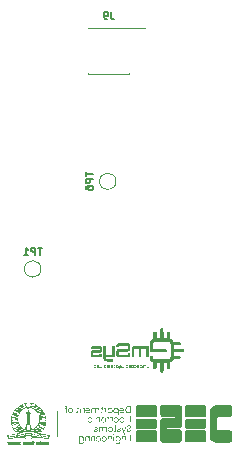
<source format=gbr>
%TF.GenerationSoftware,KiCad,Pcbnew,8.0.5*%
%TF.CreationDate,2025-01-25T11:08:43+05:30*%
%TF.ProjectId,racer,72616365-722e-46b6-9963-61645f706362,rev?*%
%TF.SameCoordinates,Original*%
%TF.FileFunction,Legend,Bot*%
%TF.FilePolarity,Positive*%
%FSLAX46Y46*%
G04 Gerber Fmt 4.6, Leading zero omitted, Abs format (unit mm)*
G04 Created by KiCad (PCBNEW 8.0.5) date 2025-01-25 11:08:43*
%MOMM*%
%LPD*%
G01*
G04 APERTURE LIST*
%ADD10C,0.150000*%
%ADD11C,0.000000*%
%ADD12C,0.120000*%
G04 APERTURE END LIST*
D10*
X182911963Y-106742290D02*
X182911963Y-107105147D01*
X183546963Y-106923718D02*
X182911963Y-106923718D01*
X183546963Y-107316814D02*
X182911963Y-107316814D01*
X182911963Y-107316814D02*
X182911963Y-107558719D01*
X182911963Y-107558719D02*
X182942201Y-107619195D01*
X182942201Y-107619195D02*
X182972439Y-107649433D01*
X182972439Y-107649433D02*
X183032915Y-107679671D01*
X183032915Y-107679671D02*
X183123629Y-107679671D01*
X183123629Y-107679671D02*
X183184105Y-107649433D01*
X183184105Y-107649433D02*
X183214344Y-107619195D01*
X183214344Y-107619195D02*
X183244582Y-107558719D01*
X183244582Y-107558719D02*
X183244582Y-107316814D01*
X182911963Y-108223957D02*
X182911963Y-108103004D01*
X182911963Y-108103004D02*
X182942201Y-108042528D01*
X182942201Y-108042528D02*
X182972439Y-108012290D01*
X182972439Y-108012290D02*
X183063153Y-107951814D01*
X183063153Y-107951814D02*
X183184105Y-107921576D01*
X183184105Y-107921576D02*
X183426010Y-107921576D01*
X183426010Y-107921576D02*
X183486486Y-107951814D01*
X183486486Y-107951814D02*
X183516725Y-107982052D01*
X183516725Y-107982052D02*
X183546963Y-108042528D01*
X183546963Y-108042528D02*
X183546963Y-108163481D01*
X183546963Y-108163481D02*
X183516725Y-108223957D01*
X183516725Y-108223957D02*
X183486486Y-108254195D01*
X183486486Y-108254195D02*
X183426010Y-108284433D01*
X183426010Y-108284433D02*
X183274820Y-108284433D01*
X183274820Y-108284433D02*
X183214344Y-108254195D01*
X183214344Y-108254195D02*
X183184105Y-108223957D01*
X183184105Y-108223957D02*
X183153867Y-108163481D01*
X183153867Y-108163481D02*
X183153867Y-108042528D01*
X183153867Y-108042528D02*
X183184105Y-107982052D01*
X183184105Y-107982052D02*
X183214344Y-107951814D01*
X183214344Y-107951814D02*
X183274820Y-107921576D01*
X185067066Y-93180563D02*
X185067066Y-93634134D01*
X185067066Y-93634134D02*
X185097305Y-93724848D01*
X185097305Y-93724848D02*
X185157781Y-93785325D01*
X185157781Y-93785325D02*
X185248495Y-93815563D01*
X185248495Y-93815563D02*
X185308971Y-93815563D01*
X184734447Y-93815563D02*
X184613495Y-93815563D01*
X184613495Y-93815563D02*
X184553018Y-93785325D01*
X184553018Y-93785325D02*
X184522780Y-93755086D01*
X184522780Y-93755086D02*
X184462304Y-93664372D01*
X184462304Y-93664372D02*
X184432066Y-93543420D01*
X184432066Y-93543420D02*
X184432066Y-93301515D01*
X184432066Y-93301515D02*
X184462304Y-93241039D01*
X184462304Y-93241039D02*
X184492542Y-93210801D01*
X184492542Y-93210801D02*
X184553018Y-93180563D01*
X184553018Y-93180563D02*
X184673971Y-93180563D01*
X184673971Y-93180563D02*
X184734447Y-93210801D01*
X184734447Y-93210801D02*
X184764685Y-93241039D01*
X184764685Y-93241039D02*
X184794923Y-93301515D01*
X184794923Y-93301515D02*
X184794923Y-93452705D01*
X184794923Y-93452705D02*
X184764685Y-93513182D01*
X184764685Y-93513182D02*
X184734447Y-93543420D01*
X184734447Y-93543420D02*
X184673971Y-93573658D01*
X184673971Y-93573658D02*
X184553018Y-93573658D01*
X184553018Y-93573658D02*
X184492542Y-93543420D01*
X184492542Y-93543420D02*
X184462304Y-93513182D01*
X184462304Y-93513182D02*
X184432066Y-93452705D01*
X179236309Y-113163363D02*
X178873452Y-113163363D01*
X179054881Y-113798363D02*
X179054881Y-113163363D01*
X178661785Y-113798363D02*
X178661785Y-113163363D01*
X178661785Y-113163363D02*
X178419880Y-113163363D01*
X178419880Y-113163363D02*
X178359404Y-113193601D01*
X178359404Y-113193601D02*
X178329166Y-113223839D01*
X178329166Y-113223839D02*
X178298928Y-113284315D01*
X178298928Y-113284315D02*
X178298928Y-113375029D01*
X178298928Y-113375029D02*
X178329166Y-113435505D01*
X178329166Y-113435505D02*
X178359404Y-113465744D01*
X178359404Y-113465744D02*
X178419880Y-113495982D01*
X178419880Y-113495982D02*
X178661785Y-113495982D01*
X177694166Y-113798363D02*
X178057023Y-113798363D01*
X177875595Y-113798363D02*
X177875595Y-113163363D01*
X177875595Y-113163363D02*
X177936071Y-113254077D01*
X177936071Y-113254077D02*
X177996547Y-113314553D01*
X177996547Y-113314553D02*
X178057023Y-113344791D01*
D11*
%TO.C,G\u002A\u002A\u002A*%
G36*
X184317803Y-123179598D02*
G01*
X184320704Y-123317105D01*
X184200826Y-123317105D01*
X184185375Y-123317009D01*
X184130670Y-123314734D01*
X184094206Y-123309870D01*
X184080948Y-123303002D01*
X184081296Y-123301785D01*
X184098448Y-123295076D01*
X184137549Y-123290555D01*
X184193225Y-123288899D01*
X184305502Y-123288899D01*
X184310203Y-123165495D01*
X184314903Y-123042091D01*
X184317803Y-123179598D01*
G37*
G36*
X183812986Y-123318394D02*
G01*
X183717789Y-123314224D01*
X183622591Y-123310053D01*
X183622591Y-123211331D01*
X183622591Y-123133763D01*
X183643746Y-123133763D01*
X183643746Y-123211331D01*
X183643746Y-123288899D01*
X183714263Y-123288899D01*
X183784779Y-123288899D01*
X183784779Y-123211331D01*
X183784779Y-123133763D01*
X183714263Y-123133763D01*
X183643746Y-123133763D01*
X183622591Y-123133763D01*
X183622591Y-123112608D01*
X183703685Y-123108378D01*
X183744363Y-123105603D01*
X183771301Y-123100137D01*
X183782531Y-123089206D01*
X183784779Y-123069594D01*
X183788203Y-123047087D01*
X183798882Y-123035040D01*
X183802176Y-123038118D01*
X183807913Y-123063444D01*
X183811651Y-123110991D01*
X183812986Y-123176717D01*
X183812986Y-123211331D01*
X183812986Y-123318394D01*
G37*
G36*
X185398650Y-123044334D02*
G01*
X185403595Y-123075003D01*
X185406103Y-123119835D01*
X185406188Y-123171282D01*
X185403866Y-123221796D01*
X185399150Y-123263826D01*
X185392056Y-123289826D01*
X185371134Y-123309698D01*
X185328592Y-123317105D01*
X185298385Y-123314408D01*
X185281229Y-123305220D01*
X185290125Y-123294187D01*
X185325562Y-123286266D01*
X185349605Y-123282903D01*
X185365137Y-123273499D01*
X185372219Y-123250977D01*
X185375661Y-123207805D01*
X185379923Y-123133763D01*
X185329825Y-123133763D01*
X185322711Y-123133620D01*
X185292137Y-123128926D01*
X185279726Y-123119659D01*
X185280153Y-123117808D01*
X185296461Y-123109098D01*
X185329088Y-123105556D01*
X185358165Y-123103903D01*
X185374761Y-123094141D01*
X185378449Y-123070298D01*
X185381951Y-123047109D01*
X185392553Y-123035040D01*
X185398650Y-123044334D01*
G37*
G36*
X185879535Y-123115478D02*
G01*
X185883644Y-123150467D01*
X185883259Y-123207805D01*
X185879116Y-123310053D01*
X185790070Y-123314276D01*
X185756802Y-123316253D01*
X185722483Y-123320918D01*
X185707280Y-123329037D01*
X185705577Y-123342482D01*
X185710368Y-123353016D01*
X185732489Y-123364846D01*
X185776994Y-123370765D01*
X185799013Y-123372969D01*
X185831201Y-123380107D01*
X185843857Y-123389131D01*
X185839177Y-123394042D01*
X185812997Y-123398982D01*
X185769815Y-123398936D01*
X185695773Y-123394673D01*
X185694415Y-123246589D01*
X185694094Y-123197006D01*
X185694383Y-123157583D01*
X185695604Y-123144135D01*
X185697913Y-123155416D01*
X185701467Y-123190176D01*
X185709876Y-123281847D01*
X185783919Y-123286110D01*
X185857961Y-123290373D01*
X185857961Y-123197964D01*
X185859431Y-123154622D01*
X185864604Y-123118722D01*
X185872682Y-123105556D01*
X185879535Y-123115478D01*
G37*
G36*
X186985156Y-123252052D02*
G01*
X186981752Y-123289636D01*
X186976821Y-123307703D01*
X186961883Y-123312117D01*
X186925973Y-123315722D01*
X186878098Y-123317105D01*
X186788777Y-123317105D01*
X186790890Y-123172547D01*
X186791615Y-123140814D01*
X186809932Y-123140814D01*
X186809932Y-123211331D01*
X186809932Y-123281847D01*
X186883974Y-123286110D01*
X186958016Y-123290373D01*
X186958016Y-123211331D01*
X186958016Y-123132288D01*
X186883974Y-123136551D01*
X186809932Y-123140814D01*
X186791615Y-123140814D01*
X186791959Y-123125761D01*
X186793916Y-123084485D01*
X186796322Y-123063504D01*
X186798878Y-123066772D01*
X186801558Y-123081072D01*
X186810632Y-123097468D01*
X186831830Y-123104232D01*
X186873180Y-123105556D01*
X186913725Y-123106130D01*
X186954024Y-123111576D01*
X186975726Y-123127244D01*
X186984552Y-123158445D01*
X186986223Y-123210489D01*
X186986201Y-123211331D01*
X186985156Y-123252052D01*
G37*
G36*
X187691387Y-123317105D02*
G01*
X187600211Y-123317105D01*
X187579140Y-123316846D01*
X187527954Y-123311217D01*
X187497782Y-123294778D01*
X187483463Y-123262994D01*
X187479837Y-123211331D01*
X187483447Y-123161094D01*
X187492618Y-123140814D01*
X187515096Y-123140814D01*
X187515096Y-123211331D01*
X187515096Y-123281847D01*
X187589138Y-123286110D01*
X187663180Y-123290373D01*
X187663180Y-123211331D01*
X187663180Y-123132288D01*
X187589138Y-123136551D01*
X187515096Y-123140814D01*
X187492618Y-123140814D01*
X187498935Y-123126845D01*
X187531450Y-123110029D01*
X187586108Y-123105556D01*
X187624133Y-123104997D01*
X187650441Y-123101050D01*
X187661149Y-123090540D01*
X187663180Y-123070298D01*
X187666682Y-123047109D01*
X187677283Y-123035040D01*
X187680538Y-123038033D01*
X187686294Y-123063188D01*
X187690046Y-123110555D01*
X187691387Y-123176072D01*
X187691387Y-123211331D01*
X187691387Y-123317105D01*
G37*
G36*
X187224944Y-123233056D02*
G01*
X187219717Y-123274836D01*
X187209055Y-123300181D01*
X187193080Y-123307616D01*
X187154335Y-123314496D01*
X187103280Y-123317105D01*
X187014429Y-123317105D01*
X187014429Y-123176072D01*
X187014729Y-123143524D01*
X187015155Y-123133763D01*
X187042636Y-123133763D01*
X187042636Y-123211331D01*
X187042636Y-123288899D01*
X187120204Y-123288899D01*
X187197772Y-123288899D01*
X187197772Y-123211331D01*
X187197772Y-123133763D01*
X187120204Y-123133763D01*
X187042636Y-123133763D01*
X187015155Y-123133763D01*
X187017244Y-123085964D01*
X187021981Y-123048448D01*
X187028533Y-123035040D01*
X187037808Y-123043793D01*
X187042636Y-123070298D01*
X187043645Y-123086637D01*
X187051737Y-123099356D01*
X187073975Y-123104558D01*
X187117383Y-123105556D01*
X187145771Y-123106724D01*
X187186074Y-123112855D01*
X187209055Y-123122480D01*
X187219094Y-123145164D01*
X187224737Y-123186084D01*
X187224848Y-123211331D01*
X187224944Y-123233056D01*
G37*
G36*
X188297827Y-123183124D02*
G01*
X188297827Y-123317105D01*
X188185001Y-123317105D01*
X188174908Y-123317058D01*
X188121395Y-123314894D01*
X188085370Y-123309986D01*
X188072175Y-123303002D01*
X188072274Y-123302340D01*
X188087504Y-123295386D01*
X188124652Y-123290649D01*
X188177950Y-123288899D01*
X188283724Y-123288899D01*
X188283724Y-123246589D01*
X188283724Y-123204279D01*
X188199105Y-123204279D01*
X188160889Y-123202781D01*
X188127331Y-123197688D01*
X188114485Y-123190176D01*
X188123473Y-123183806D01*
X188154031Y-123178213D01*
X188199105Y-123176072D01*
X188283724Y-123176072D01*
X188283724Y-123126711D01*
X188283724Y-123077349D01*
X188177950Y-123077349D01*
X188172989Y-123077336D01*
X188120828Y-123075306D01*
X188085300Y-123070352D01*
X188072175Y-123063246D01*
X188072551Y-123061984D01*
X188089863Y-123055295D01*
X188129127Y-123050792D01*
X188185001Y-123049143D01*
X188297827Y-123049143D01*
X188297827Y-123183124D01*
G37*
G36*
X185011764Y-123211331D02*
G01*
X185011751Y-123216291D01*
X185009720Y-123268452D01*
X185004767Y-123303980D01*
X184997661Y-123317105D01*
X184990829Y-123306135D01*
X184985550Y-123273338D01*
X184983558Y-123225434D01*
X184983558Y-123133763D01*
X184927144Y-123133763D01*
X184870731Y-123133763D01*
X184870731Y-123225434D01*
X184869044Y-123269841D01*
X184863998Y-123304153D01*
X184856628Y-123317105D01*
X184849796Y-123306135D01*
X184844518Y-123273338D01*
X184842525Y-123225434D01*
X184842525Y-123133763D01*
X184786112Y-123133763D01*
X184729699Y-123133763D01*
X184729699Y-123225434D01*
X184728011Y-123269841D01*
X184722965Y-123304153D01*
X184715595Y-123317105D01*
X184714511Y-123316933D01*
X184706792Y-123301799D01*
X184702587Y-123268270D01*
X184701772Y-123224961D01*
X184704222Y-123180483D01*
X184709811Y-123143452D01*
X184718416Y-123122480D01*
X184719518Y-123121512D01*
X184746175Y-123112819D01*
X184798304Y-123107414D01*
X184873552Y-123105556D01*
X185011764Y-123105556D01*
X185011764Y-123211331D01*
G37*
G36*
X186516210Y-123257182D02*
G01*
X186506215Y-123289826D01*
X186500392Y-123298611D01*
X186483190Y-123310124D01*
X186452273Y-123315669D01*
X186400441Y-123317105D01*
X186309266Y-123317105D01*
X186309266Y-123176072D01*
X186309565Y-123143524D01*
X186310056Y-123132288D01*
X186337472Y-123132288D01*
X186337472Y-123210594D01*
X186337472Y-123288899D01*
X186408431Y-123288899D01*
X186408917Y-123288898D01*
X186456055Y-123286001D01*
X186481823Y-123273393D01*
X186491414Y-123245109D01*
X186490022Y-123195185D01*
X186485556Y-123140814D01*
X186411514Y-123136551D01*
X186337472Y-123132288D01*
X186310056Y-123132288D01*
X186312080Y-123085964D01*
X186316817Y-123048448D01*
X186323369Y-123035040D01*
X186332644Y-123043793D01*
X186337472Y-123070298D01*
X186338695Y-123087693D01*
X186347322Y-123099728D01*
X186370297Y-123104627D01*
X186414544Y-123105556D01*
X186465016Y-123109149D01*
X186499426Y-123124565D01*
X186516320Y-123156928D01*
X186520815Y-123211331D01*
X186520785Y-123214677D01*
X186517509Y-123245109D01*
X186516210Y-123257182D01*
G37*
G36*
X188029865Y-123211331D02*
G01*
X188029852Y-123216291D01*
X188027821Y-123268452D01*
X188022868Y-123303980D01*
X188015762Y-123317105D01*
X188008878Y-123305886D01*
X188003635Y-123272822D01*
X188001659Y-123224582D01*
X188001659Y-123132060D01*
X187948771Y-123136437D01*
X187895884Y-123140814D01*
X187891685Y-123228960D01*
X187891419Y-123234173D01*
X187885892Y-123287086D01*
X187877964Y-123312432D01*
X187869721Y-123310447D01*
X187863247Y-123281369D01*
X187860626Y-123225434D01*
X187860626Y-123133763D01*
X187804213Y-123133763D01*
X187747800Y-123133763D01*
X187747800Y-123225434D01*
X187746112Y-123269841D01*
X187741066Y-123304153D01*
X187733696Y-123317105D01*
X187732612Y-123316933D01*
X187724893Y-123301799D01*
X187720688Y-123268270D01*
X187719873Y-123224961D01*
X187722323Y-123180483D01*
X187727912Y-123143452D01*
X187736517Y-123122480D01*
X187737619Y-123121512D01*
X187764276Y-123112819D01*
X187816405Y-123107414D01*
X187891653Y-123105556D01*
X188029865Y-123105556D01*
X188029865Y-123211331D01*
G37*
G36*
X188241414Y-121949087D02*
G01*
X188241414Y-122442702D01*
X188121536Y-122442702D01*
X188001659Y-122442702D01*
X188001659Y-122068965D01*
X188001659Y-121695228D01*
X187818316Y-121695228D01*
X187634973Y-121695228D01*
X187634973Y-122068965D01*
X187634973Y-122442702D01*
X187515096Y-122442702D01*
X187395218Y-122442702D01*
X187395218Y-122068965D01*
X187395218Y-121695228D01*
X187211875Y-121695228D01*
X187028533Y-121695228D01*
X187028533Y-122068965D01*
X187028533Y-122442702D01*
X186915105Y-122442702D01*
X186801677Y-122442702D01*
X186805804Y-122027661D01*
X186806927Y-121921440D01*
X186808257Y-121823953D01*
X186809871Y-121748490D01*
X186812010Y-121691754D01*
X186814914Y-121650453D01*
X186818825Y-121621291D01*
X186823985Y-121600975D01*
X186830632Y-121586210D01*
X186839010Y-121573702D01*
X186853427Y-121555662D01*
X186917497Y-121500121D01*
X186994366Y-121468976D01*
X187003266Y-121467648D01*
X187041263Y-121464968D01*
X187102638Y-121462508D01*
X187184116Y-121460332D01*
X187282422Y-121458508D01*
X187394280Y-121457102D01*
X187516415Y-121456181D01*
X187645551Y-121455809D01*
X188241414Y-121455473D01*
X188241414Y-121949087D01*
G37*
G36*
X185248756Y-123195648D02*
G01*
X185249871Y-123232360D01*
X185248986Y-123274029D01*
X185245673Y-123297897D01*
X185235746Y-123307257D01*
X185203343Y-123314742D01*
X185146188Y-123317105D01*
X185140105Y-123317082D01*
X185086460Y-123314047D01*
X185059585Y-123307358D01*
X185059744Y-123299084D01*
X185087200Y-123291291D01*
X185142219Y-123286046D01*
X185181500Y-123283601D01*
X185212834Y-123278574D01*
X185227029Y-123269357D01*
X185230365Y-123253640D01*
X185228467Y-123240731D01*
X185217227Y-123230327D01*
X185190293Y-123224581D01*
X185141409Y-123221214D01*
X185052454Y-123216994D01*
X185056790Y-123164801D01*
X185057086Y-123161232D01*
X185082281Y-123161232D01*
X185083277Y-123172420D01*
X185092129Y-123183927D01*
X185115767Y-123189024D01*
X185160883Y-123190176D01*
X185185284Y-123189943D01*
X185219102Y-123187187D01*
X185233604Y-123179705D01*
X185234793Y-123165495D01*
X185226608Y-123151113D01*
X185202358Y-123141519D01*
X185156191Y-123136551D01*
X185129107Y-123135280D01*
X185098492Y-123136585D01*
X185085183Y-123144468D01*
X185082281Y-123161232D01*
X185057086Y-123161232D01*
X185061126Y-123112608D01*
X185152797Y-123112608D01*
X185244468Y-123112608D01*
X185247199Y-123165495D01*
X185248756Y-123195648D01*
G37*
G36*
X187448867Y-123195648D02*
G01*
X187449982Y-123232360D01*
X187449097Y-123274029D01*
X187445784Y-123297897D01*
X187435857Y-123307257D01*
X187403454Y-123314742D01*
X187346299Y-123317105D01*
X187340216Y-123317082D01*
X187286571Y-123314047D01*
X187259696Y-123307358D01*
X187259855Y-123299084D01*
X187287312Y-123291291D01*
X187342330Y-123286046D01*
X187381611Y-123283601D01*
X187412945Y-123278574D01*
X187427140Y-123269357D01*
X187430476Y-123253640D01*
X187428578Y-123240731D01*
X187417338Y-123230327D01*
X187390404Y-123224581D01*
X187341521Y-123221214D01*
X187252565Y-123216994D01*
X187256901Y-123164801D01*
X187257197Y-123161232D01*
X187282392Y-123161232D01*
X187283388Y-123172420D01*
X187292240Y-123183927D01*
X187315878Y-123189024D01*
X187360994Y-123190176D01*
X187385395Y-123189943D01*
X187419213Y-123187187D01*
X187433715Y-123179705D01*
X187434904Y-123165495D01*
X187426719Y-123151113D01*
X187402469Y-123141519D01*
X187356302Y-123136551D01*
X187329218Y-123135280D01*
X187298603Y-123136585D01*
X187285294Y-123144468D01*
X187282392Y-123161232D01*
X187257197Y-123161232D01*
X187261237Y-123112608D01*
X187352908Y-123112608D01*
X187444579Y-123112608D01*
X187447310Y-123165495D01*
X187448867Y-123195648D01*
G37*
G36*
X184052492Y-123255030D02*
G01*
X184046598Y-123290132D01*
X184035112Y-123307765D01*
X184020513Y-123310800D01*
X183983371Y-123314215D01*
X183935771Y-123315992D01*
X183854060Y-123317105D01*
X183856632Y-123253640D01*
X183869399Y-123253640D01*
X183870670Y-123271249D01*
X183879410Y-123283146D01*
X183902542Y-123287983D01*
X183946967Y-123288899D01*
X183985706Y-123288321D01*
X184011879Y-123284348D01*
X184022521Y-123273833D01*
X184024535Y-123253640D01*
X184023264Y-123236032D01*
X184014523Y-123224135D01*
X183991392Y-123219297D01*
X183946967Y-123218382D01*
X183908228Y-123218960D01*
X183882055Y-123222933D01*
X183871412Y-123233447D01*
X183869399Y-123253640D01*
X183856632Y-123253640D01*
X183858203Y-123214856D01*
X183862347Y-123112608D01*
X183957544Y-123108437D01*
X184003538Y-123107908D01*
X184039585Y-123111262D01*
X184052741Y-123118342D01*
X184042181Y-123125510D01*
X184010372Y-123132384D01*
X183964738Y-123136615D01*
X183944971Y-123137716D01*
X183902649Y-123142543D01*
X183880367Y-123151170D01*
X183872032Y-123165495D01*
X183872137Y-123177129D01*
X183882751Y-123185442D01*
X183910152Y-123189258D01*
X183960036Y-123190176D01*
X184052741Y-123190176D01*
X184052741Y-123245413D01*
X184052528Y-123253640D01*
X184052492Y-123255030D01*
G37*
G36*
X186161181Y-123126711D02*
G01*
X186161181Y-123197227D01*
X186055407Y-123204279D01*
X186022555Y-123206587D01*
X185981774Y-123210911D01*
X185959972Y-123217441D01*
X185951231Y-123228545D01*
X185949632Y-123246589D01*
X185949648Y-123249696D01*
X185952216Y-123267692D01*
X185963675Y-123277859D01*
X185990461Y-123283040D01*
X186039009Y-123286078D01*
X186074682Y-123286673D01*
X186121806Y-123282853D01*
X186148309Y-123273773D01*
X186163881Y-123264840D01*
X186168233Y-123277770D01*
X186167463Y-123286441D01*
X186158289Y-123308244D01*
X186157094Y-123309058D01*
X186135304Y-123313025D01*
X186094340Y-123314843D01*
X186041937Y-123314120D01*
X185935529Y-123310053D01*
X185935529Y-123246589D01*
X185935529Y-123183124D01*
X186041303Y-123176072D01*
X186147078Y-123169021D01*
X186147078Y-123126711D01*
X186147027Y-123117509D01*
X186144356Y-123098310D01*
X186132884Y-123087930D01*
X186106152Y-123083004D01*
X186057701Y-123080170D01*
X186030924Y-123079448D01*
X185977101Y-123082977D01*
X185946774Y-123093825D01*
X185941927Y-123097735D01*
X185929545Y-123102811D01*
X185930569Y-123083952D01*
X185931866Y-123078531D01*
X185939539Y-123066662D01*
X185957584Y-123059915D01*
X185991941Y-123056892D01*
X186048548Y-123056195D01*
X186161181Y-123056195D01*
X186161181Y-123126711D01*
G37*
G36*
X186743703Y-123195648D02*
G01*
X186744819Y-123232360D01*
X186743933Y-123274029D01*
X186740620Y-123297897D01*
X186738534Y-123300767D01*
X186716800Y-123309534D01*
X186679550Y-123315251D01*
X186635466Y-123317688D01*
X186593229Y-123316613D01*
X186561520Y-123311795D01*
X186549021Y-123303002D01*
X186558010Y-123296633D01*
X186588568Y-123291040D01*
X186633641Y-123288899D01*
X186636607Y-123288898D01*
X186682265Y-123288050D01*
X186706678Y-123283731D01*
X186716469Y-123273181D01*
X186718261Y-123253640D01*
X186718256Y-123251802D01*
X186716121Y-123233102D01*
X186705559Y-123223112D01*
X186679979Y-123219111D01*
X186632790Y-123218382D01*
X186547319Y-123218382D01*
X186551061Y-123173171D01*
X186565031Y-123173171D01*
X186571759Y-123183954D01*
X186594634Y-123188954D01*
X186639658Y-123190176D01*
X186670042Y-123189809D01*
X186701290Y-123186549D01*
X186715133Y-123177845D01*
X186718261Y-123161232D01*
X186717519Y-123150669D01*
X186709676Y-123139132D01*
X186687587Y-123135194D01*
X186644350Y-123136551D01*
X186601885Y-123140821D01*
X186575629Y-123149824D01*
X186565748Y-123165495D01*
X186565031Y-123173171D01*
X186551061Y-123173171D01*
X186551696Y-123165495D01*
X186556073Y-123112608D01*
X186647744Y-123112608D01*
X186739415Y-123112608D01*
X186741926Y-123161232D01*
X186743703Y-123195648D01*
G37*
G36*
X184600284Y-123110787D02*
G01*
X184641021Y-123121260D01*
X184664702Y-123137288D01*
X184674207Y-123161599D01*
X184664668Y-123188526D01*
X184629485Y-123206764D01*
X184569577Y-123215560D01*
X184528948Y-123218376D01*
X184502740Y-123223954D01*
X184492008Y-123235339D01*
X184489943Y-123255987D01*
X184490010Y-123263864D01*
X184492885Y-123279880D01*
X184504740Y-123287551D01*
X184531960Y-123289010D01*
X184580934Y-123286391D01*
X184610592Y-123284764D01*
X184645985Y-123284755D01*
X184659957Y-123289216D01*
X184656775Y-123298851D01*
X184656443Y-123299236D01*
X184632296Y-123310277D01*
X184591592Y-123315973D01*
X184545184Y-123316243D01*
X184503923Y-123311006D01*
X184478660Y-123300181D01*
X184469374Y-123286005D01*
X184461736Y-123253640D01*
X184462991Y-123238078D01*
X184477889Y-123210063D01*
X184512469Y-123194797D01*
X184570332Y-123190176D01*
X184596796Y-123189884D01*
X184628203Y-123186703D01*
X184642006Y-123177765D01*
X184645079Y-123160326D01*
X184645064Y-123158107D01*
X184642335Y-123143081D01*
X184630478Y-123135548D01*
X184603170Y-123133835D01*
X184554088Y-123136270D01*
X184520511Y-123138079D01*
X184487265Y-123137850D01*
X184474829Y-123133138D01*
X184478775Y-123123174D01*
X184481223Y-123120709D01*
X184509837Y-123109710D01*
X184553040Y-123106670D01*
X184600284Y-123110787D01*
G37*
G36*
X185573410Y-123110787D02*
G01*
X185614147Y-123121260D01*
X185637828Y-123137288D01*
X185647333Y-123161599D01*
X185637794Y-123188526D01*
X185602611Y-123206764D01*
X185542703Y-123215560D01*
X185502074Y-123218376D01*
X185475866Y-123223954D01*
X185465134Y-123235339D01*
X185463069Y-123255987D01*
X185463136Y-123263864D01*
X185466011Y-123279880D01*
X185477866Y-123287551D01*
X185505086Y-123289010D01*
X185554060Y-123286391D01*
X185583718Y-123284764D01*
X185619111Y-123284755D01*
X185633083Y-123289216D01*
X185629901Y-123298851D01*
X185629569Y-123299236D01*
X185605422Y-123310277D01*
X185564718Y-123315973D01*
X185518310Y-123316243D01*
X185477049Y-123311006D01*
X185451786Y-123300181D01*
X185442500Y-123286005D01*
X185434862Y-123253640D01*
X185436117Y-123238078D01*
X185451015Y-123210063D01*
X185485595Y-123194797D01*
X185543458Y-123190176D01*
X185569922Y-123189884D01*
X185601329Y-123186703D01*
X185615132Y-123177765D01*
X185618205Y-123160326D01*
X185618190Y-123158107D01*
X185615461Y-123143081D01*
X185603604Y-123135548D01*
X185576296Y-123133835D01*
X185527214Y-123136270D01*
X185493637Y-123138079D01*
X185460391Y-123137850D01*
X185447955Y-123133138D01*
X185451901Y-123123174D01*
X185454349Y-123120709D01*
X185482963Y-123109710D01*
X185526166Y-123106670D01*
X185573410Y-123110787D01*
G37*
G36*
X184645079Y-121829209D02*
G01*
X184645079Y-122202946D01*
X184913041Y-122202946D01*
X185181003Y-122202946D01*
X185181003Y-121829209D01*
X185181003Y-121455473D01*
X185293830Y-121455473D01*
X185406656Y-121455473D01*
X185406656Y-121869434D01*
X185406655Y-121894790D01*
X185406560Y-122008646D01*
X185406145Y-122098316D01*
X185405178Y-122167164D01*
X185403428Y-122218551D01*
X185400663Y-122255843D01*
X185396650Y-122282402D01*
X185391158Y-122301592D01*
X185383955Y-122316775D01*
X185374810Y-122331316D01*
X185364419Y-122344805D01*
X185325347Y-122381421D01*
X185280150Y-122410970D01*
X185274045Y-122414016D01*
X185251439Y-122424071D01*
X185227510Y-122431462D01*
X185197778Y-122436595D01*
X185157763Y-122439878D01*
X185102983Y-122441718D01*
X185028958Y-122442524D01*
X184931208Y-122442702D01*
X184645079Y-122442702D01*
X184645079Y-122499115D01*
X184645079Y-122555528D01*
X184948299Y-122555528D01*
X185251520Y-122555528D01*
X185251520Y-122675406D01*
X185251520Y-122795284D01*
X184929363Y-122795284D01*
X184834491Y-122795190D01*
X184752491Y-122794657D01*
X184690904Y-122793338D01*
X184645635Y-122790886D01*
X184612586Y-122786954D01*
X184587661Y-122781194D01*
X184566762Y-122773261D01*
X184545792Y-122762808D01*
X184498235Y-122729779D01*
X184451903Y-122668918D01*
X184451640Y-122668421D01*
X184443654Y-122652804D01*
X184437110Y-122637193D01*
X184431865Y-122618768D01*
X184427776Y-122594708D01*
X184424698Y-122562190D01*
X184422489Y-122518394D01*
X184421003Y-122460498D01*
X184420098Y-122385680D01*
X184419629Y-122291121D01*
X184419453Y-122173997D01*
X184419427Y-122031489D01*
X184419427Y-121455473D01*
X184532253Y-121455473D01*
X184645079Y-121455473D01*
X184645079Y-121829209D01*
G37*
G36*
X186150717Y-121232153D02*
G01*
X186226233Y-121233127D01*
X186323254Y-121234620D01*
X186397983Y-121236355D01*
X186454024Y-121238644D01*
X186494980Y-121241799D01*
X186524455Y-121246131D01*
X186546055Y-121251953D01*
X186563383Y-121259577D01*
X186580043Y-121269315D01*
X186597516Y-121280872D01*
X186641641Y-121320701D01*
X186671559Y-121370419D01*
X186690057Y-121435927D01*
X186699924Y-121523127D01*
X186703390Y-121603960D01*
X186700047Y-121705316D01*
X186685477Y-121785495D01*
X186658593Y-121847747D01*
X186618312Y-121895318D01*
X186563548Y-121931458D01*
X186549746Y-121938212D01*
X186530312Y-121946181D01*
X186508241Y-121952247D01*
X186479880Y-121956670D01*
X186441577Y-121959708D01*
X186389678Y-121961620D01*
X186320532Y-121962665D01*
X186230484Y-121963102D01*
X186115883Y-121963191D01*
X185731031Y-121963191D01*
X185731031Y-122083068D01*
X185731031Y-122202946D01*
X186097716Y-122202946D01*
X186464402Y-122202946D01*
X186464402Y-122153585D01*
X186464402Y-122104223D01*
X186576395Y-122104223D01*
X186584068Y-122104254D01*
X186639519Y-122106524D01*
X186679542Y-122111836D01*
X186697765Y-122119394D01*
X186698037Y-122119850D01*
X186703165Y-122148521D01*
X186699845Y-122193667D01*
X186689886Y-122245761D01*
X186675096Y-122295277D01*
X186657282Y-122332690D01*
X186646977Y-122346001D01*
X186608438Y-122381798D01*
X186563548Y-122410970D01*
X186545587Y-122419621D01*
X186526311Y-122427002D01*
X186503635Y-122432616D01*
X186474014Y-122436704D01*
X186433905Y-122439507D01*
X186379765Y-122441267D01*
X186308049Y-122442225D01*
X186215214Y-122442623D01*
X186097716Y-122442702D01*
X185987703Y-122442636D01*
X185893235Y-122442269D01*
X185820137Y-122441358D01*
X185764866Y-122439663D01*
X185723878Y-122436942D01*
X185693630Y-122432954D01*
X185670577Y-122427456D01*
X185651177Y-122420209D01*
X185631885Y-122410970D01*
X185614310Y-122401007D01*
X185570282Y-122367876D01*
X185538294Y-122332902D01*
X185517788Y-122288859D01*
X185501036Y-122218113D01*
X185492558Y-122134862D01*
X185492317Y-122046952D01*
X185500276Y-121962227D01*
X185516397Y-121888535D01*
X185540645Y-121833719D01*
X185552894Y-121815575D01*
X185571847Y-121790951D01*
X185592618Y-121771575D01*
X185618505Y-121756771D01*
X185652806Y-121745865D01*
X185698821Y-121738181D01*
X185759847Y-121733043D01*
X185839184Y-121729777D01*
X185940130Y-121727706D01*
X186065984Y-121726155D01*
X186464402Y-121721824D01*
X186464402Y-121595700D01*
X186464402Y-121469576D01*
X186097716Y-121469576D01*
X185731031Y-121469576D01*
X185731031Y-121518937D01*
X185731031Y-121568299D01*
X185609528Y-121568299D01*
X185488025Y-121568299D01*
X185497956Y-121487205D01*
X185506025Y-121436872D01*
X185530245Y-121360673D01*
X185568849Y-121305372D01*
X185624860Y-121267337D01*
X185701307Y-121242932D01*
X185702111Y-121242762D01*
X185743958Y-121237649D01*
X185811829Y-121233982D01*
X185903638Y-121231810D01*
X186017296Y-121231184D01*
X186150717Y-121232153D01*
G37*
G36*
X183875144Y-121456668D02*
G01*
X183959254Y-121457935D01*
X184033765Y-121460408D01*
X184092485Y-121464089D01*
X184129218Y-121468976D01*
X184165788Y-121480077D01*
X184233391Y-121519746D01*
X184290067Y-121583699D01*
X184303780Y-121605708D01*
X184313665Y-121630316D01*
X184318663Y-121661592D01*
X184319844Y-121706697D01*
X184318274Y-121772796D01*
X184316971Y-121807485D01*
X184313166Y-121865028D01*
X184306825Y-121904838D01*
X184296517Y-121934070D01*
X184280808Y-121959878D01*
X184258837Y-121988486D01*
X184235666Y-122011208D01*
X184207896Y-122028254D01*
X184171592Y-122040582D01*
X184122820Y-122049153D01*
X184057645Y-122054926D01*
X183972132Y-122058859D01*
X183862347Y-122061914D01*
X183566178Y-122068965D01*
X183561880Y-122135956D01*
X183557581Y-122202946D01*
X183826316Y-122202946D01*
X183856228Y-122202940D01*
X183941927Y-122202713D01*
X184004227Y-122201870D01*
X184046851Y-122200021D01*
X184073523Y-122196774D01*
X184087965Y-122191738D01*
X184093900Y-122184524D01*
X184095051Y-122174740D01*
X184095466Y-122167303D01*
X184101131Y-122156088D01*
X184117972Y-122149834D01*
X184151663Y-122147122D01*
X184207877Y-122146533D01*
X184320704Y-122146533D01*
X184320472Y-122206472D01*
X184319761Y-122223324D01*
X184300496Y-122297898D01*
X184257700Y-122362100D01*
X184195082Y-122409912D01*
X184180089Y-122417563D01*
X184158969Y-122426507D01*
X184135171Y-122433035D01*
X184104440Y-122437526D01*
X184062521Y-122440359D01*
X184005159Y-122441914D01*
X183928100Y-122442568D01*
X183827089Y-122442702D01*
X183755627Y-122442649D01*
X183671358Y-122442203D01*
X183608149Y-122440978D01*
X183561746Y-122438596D01*
X183527893Y-122434677D01*
X183502337Y-122428843D01*
X183480823Y-122420714D01*
X183459096Y-122409912D01*
X183417404Y-122383934D01*
X183377478Y-122343695D01*
X183351749Y-122291528D01*
X183337924Y-122222328D01*
X183333706Y-122130990D01*
X183333803Y-122097683D01*
X183335576Y-122041886D01*
X183340545Y-122003447D01*
X183349993Y-121974941D01*
X183365207Y-121948944D01*
X183389360Y-121916169D01*
X183419157Y-121885253D01*
X183453925Y-121861907D01*
X183497529Y-121845095D01*
X183553839Y-121833783D01*
X183626720Y-121826936D01*
X183720040Y-121823518D01*
X183837666Y-121822494D01*
X184095051Y-121822158D01*
X184095051Y-121758693D01*
X184095051Y-121695228D01*
X183827089Y-121695228D01*
X183798334Y-121695234D01*
X183712502Y-121695457D01*
X183650103Y-121696295D01*
X183607409Y-121698139D01*
X183580693Y-121701383D01*
X183566226Y-121706419D01*
X183560280Y-121713639D01*
X183559127Y-121723435D01*
X183558712Y-121730872D01*
X183553047Y-121742086D01*
X183536206Y-121748340D01*
X183502515Y-121751053D01*
X183446301Y-121751641D01*
X183333474Y-121751641D01*
X183333474Y-121690262D01*
X183333856Y-121678148D01*
X183351403Y-121607942D01*
X183391982Y-121546350D01*
X183451274Y-121498364D01*
X183524960Y-121468976D01*
X183527436Y-121468439D01*
X183566618Y-121463671D01*
X183627175Y-121460110D01*
X183702911Y-121457756D01*
X183787632Y-121456608D01*
X183875144Y-121456668D01*
G37*
G36*
X189407841Y-119954972D02*
G01*
X189457599Y-119987556D01*
X189503658Y-120028689D01*
X189507812Y-120424757D01*
X189511966Y-120820825D01*
X189659422Y-120820825D01*
X189806878Y-120820825D01*
X189806878Y-120572933D01*
X189806878Y-120325041D01*
X189848103Y-120283816D01*
X189882223Y-120257776D01*
X189938433Y-120240624D01*
X189995655Y-120249304D01*
X190047719Y-120283816D01*
X190088943Y-120325041D01*
X190088943Y-120585690D01*
X190088943Y-120846339D01*
X190164317Y-120888878D01*
X190203885Y-120913683D01*
X190283531Y-120984617D01*
X190339684Y-121069923D01*
X190361336Y-121115329D01*
X190626796Y-121119687D01*
X190892257Y-121124046D01*
X190931328Y-121163150D01*
X190958391Y-121201280D01*
X190972733Y-121258361D01*
X190963713Y-121316396D01*
X190931329Y-121367007D01*
X190892260Y-121406111D01*
X190638686Y-121410527D01*
X190385112Y-121414943D01*
X190385112Y-121562138D01*
X190385112Y-121709332D01*
X190778922Y-121709332D01*
X191172732Y-121709332D01*
X191215644Y-121745440D01*
X191246792Y-121781551D01*
X191266526Y-121834510D01*
X191265119Y-121889152D01*
X191243046Y-121938194D01*
X191200780Y-121974353D01*
X191190304Y-121977903D01*
X191155630Y-121983219D01*
X191098765Y-121987515D01*
X191018206Y-121990862D01*
X190912453Y-121993336D01*
X190780004Y-121995009D01*
X190392164Y-121998449D01*
X190388145Y-122143007D01*
X190384126Y-122287566D01*
X190613797Y-122287588D01*
X190663487Y-122287712D01*
X190741218Y-122288801D01*
X190798129Y-122291370D01*
X190839090Y-122295851D01*
X190868968Y-122302673D01*
X190892634Y-122312269D01*
X190921612Y-122330093D01*
X190961584Y-122374792D01*
X190976774Y-122427319D01*
X190966355Y-122482656D01*
X190929499Y-122535784D01*
X190881548Y-122583735D01*
X190620938Y-122583735D01*
X190360328Y-122583735D01*
X190341511Y-122629570D01*
X190335420Y-122642655D01*
X190300153Y-122695799D01*
X190250963Y-122750741D01*
X190196517Y-122798598D01*
X190145484Y-122830485D01*
X190088943Y-122855981D01*
X190088943Y-123119163D01*
X190088943Y-123382344D01*
X190050159Y-123419235D01*
X190002429Y-123453993D01*
X189948497Y-123467061D01*
X189893873Y-123452314D01*
X189884772Y-123447524D01*
X189857367Y-123430669D01*
X189837260Y-123411080D01*
X189823327Y-123384514D01*
X189814446Y-123346724D01*
X189809493Y-123293467D01*
X189807344Y-123220498D01*
X189806878Y-123123573D01*
X189806878Y-122879904D01*
X189658794Y-122879904D01*
X189510709Y-122879904D01*
X189510709Y-123252722D01*
X189510301Y-123345520D01*
X189508997Y-123440039D01*
X189506927Y-123522926D01*
X189504226Y-123590038D01*
X189501029Y-123637232D01*
X189497470Y-123660363D01*
X189480623Y-123690990D01*
X189452501Y-123724746D01*
X189425254Y-123741862D01*
X189374056Y-123753579D01*
X189320193Y-123749503D01*
X189276130Y-123729312D01*
X189260084Y-123715294D01*
X189245788Y-123698369D01*
X189234837Y-123676813D01*
X189226787Y-123647257D01*
X189221196Y-123606334D01*
X189217619Y-123550677D01*
X189215613Y-123476917D01*
X189214735Y-123381687D01*
X189214540Y-123261619D01*
X189214540Y-122879904D01*
X189066456Y-122879904D01*
X188918372Y-122879904D01*
X188918372Y-123123573D01*
X188918346Y-123153269D01*
X188917523Y-123243084D01*
X188914705Y-123310126D01*
X188908769Y-123358641D01*
X188898592Y-123392872D01*
X188883049Y-123417066D01*
X188861019Y-123435465D01*
X188831377Y-123452314D01*
X188783154Y-123466763D01*
X188729189Y-123456993D01*
X188675090Y-123419235D01*
X188636306Y-123382344D01*
X188636306Y-123119163D01*
X188636306Y-122855981D01*
X188581390Y-122831217D01*
X188532885Y-122803936D01*
X188460648Y-122740722D01*
X188401932Y-122660503D01*
X188361098Y-122569778D01*
X188342503Y-122475046D01*
X188341942Y-122466085D01*
X188340420Y-122420043D01*
X188345122Y-122390141D01*
X188359364Y-122365975D01*
X188386459Y-122337146D01*
X188396577Y-122327522D01*
X188448438Y-122294298D01*
X188499925Y-122289043D01*
X188552074Y-122311599D01*
X188585478Y-122337916D01*
X188613216Y-122375175D01*
X188621754Y-122418722D01*
X188629620Y-122464167D01*
X188656518Y-122519970D01*
X188695777Y-122561724D01*
X188715564Y-122567164D01*
X188760883Y-122572303D01*
X188827588Y-122576657D01*
X188912138Y-122580224D01*
X189010991Y-122583006D01*
X189120604Y-122585001D01*
X189237438Y-122586211D01*
X189357949Y-122586634D01*
X189478598Y-122586271D01*
X189595841Y-122585123D01*
X189706138Y-122583188D01*
X189805947Y-122580467D01*
X189891726Y-122576960D01*
X189959935Y-122572667D01*
X190007031Y-122567589D01*
X190029473Y-122561724D01*
X190041525Y-122553086D01*
X190056675Y-122540353D01*
X190069108Y-122525204D01*
X190079093Y-122505060D01*
X190086898Y-122477341D01*
X190092792Y-122439469D01*
X190097041Y-122388864D01*
X190099915Y-122322948D01*
X190101683Y-122239142D01*
X190102611Y-122134866D01*
X190102969Y-122007542D01*
X190103025Y-121854591D01*
X190103022Y-121830024D01*
X190102902Y-121686335D01*
X190102531Y-121567760D01*
X190101806Y-121471620D01*
X190100627Y-121395237D01*
X190098893Y-121335931D01*
X190096502Y-121291025D01*
X190093353Y-121257838D01*
X190089344Y-121233693D01*
X190084375Y-121215910D01*
X190078344Y-121201810D01*
X190075323Y-121196125D01*
X190048293Y-121159416D01*
X190018427Y-121135027D01*
X190005864Y-121132195D01*
X189966352Y-121128523D01*
X189904706Y-121125311D01*
X189824499Y-121122570D01*
X189729304Y-121120313D01*
X189622693Y-121118551D01*
X189508240Y-121117295D01*
X189389518Y-121116559D01*
X189270100Y-121116353D01*
X189153558Y-121116689D01*
X189043465Y-121117579D01*
X188943395Y-121119034D01*
X188856921Y-121121067D01*
X188787614Y-121123688D01*
X188739049Y-121126911D01*
X188714799Y-121130746D01*
X188710937Y-121132401D01*
X188678786Y-121156104D01*
X188650469Y-121190685D01*
X188647979Y-121194860D01*
X188638129Y-121214968D01*
X188631147Y-121239147D01*
X188626551Y-121272224D01*
X188623858Y-121319024D01*
X188622587Y-121384375D01*
X188622256Y-121473102D01*
X188622203Y-121709332D01*
X189164097Y-121709332D01*
X189705991Y-121709332D01*
X189748346Y-121744971D01*
X189753186Y-121749258D01*
X189782827Y-121785169D01*
X189799765Y-121821878D01*
X189801730Y-121837921D01*
X189793974Y-121889272D01*
X189770654Y-121938806D01*
X189737134Y-121973539D01*
X189736309Y-121974006D01*
X189720022Y-121978298D01*
X189687901Y-121981905D01*
X189638179Y-121984875D01*
X189569089Y-121987256D01*
X189478862Y-121989097D01*
X189365734Y-121990445D01*
X189227935Y-121991348D01*
X189063698Y-121991855D01*
X188417705Y-121993033D01*
X188377909Y-121948550D01*
X188338114Y-121904068D01*
X188342651Y-121528160D01*
X188342975Y-121501724D01*
X188344492Y-121393284D01*
X188346213Y-121308509D01*
X188348434Y-121243653D01*
X188351448Y-121194971D01*
X188355550Y-121158716D01*
X188361036Y-121131143D01*
X188368198Y-121108507D01*
X188377332Y-121087061D01*
X188386001Y-121069449D01*
X188437860Y-120990849D01*
X188502756Y-120924570D01*
X188573255Y-120878525D01*
X188636306Y-120848887D01*
X188636306Y-120586964D01*
X188636306Y-120325041D01*
X188677531Y-120283816D01*
X188711651Y-120257776D01*
X188767861Y-120240624D01*
X188825083Y-120249304D01*
X188877147Y-120283816D01*
X188918372Y-120325041D01*
X188918372Y-120572933D01*
X188918372Y-120820825D01*
X189065828Y-120820825D01*
X189213284Y-120820825D01*
X189217438Y-120424757D01*
X189221592Y-120028689D01*
X189267650Y-119987556D01*
X189311378Y-119957584D01*
X189362625Y-119946422D01*
X189407841Y-119954972D01*
G37*
D12*
%TO.C,TP6*%
X185485000Y-107543600D02*
G75*
G02*
X184085000Y-107543600I-700000J0D01*
G01*
X184085000Y-107543600D02*
G75*
G02*
X185485000Y-107543600I700000J0D01*
G01*
%TO.C,J9*%
X183090400Y-94529600D02*
X186620400Y-94529600D01*
X183090400Y-94594600D02*
X183090400Y-94529600D01*
X183090400Y-98459600D02*
X183090400Y-98394600D01*
X183090400Y-98459600D02*
X186620400Y-98459600D01*
X186620400Y-94594600D02*
X186620400Y-94529600D01*
X186620400Y-94594600D02*
X187945400Y-94594600D01*
X186620400Y-98459600D02*
X186620400Y-98394600D01*
%TO.C,TP1*%
X179135000Y-114960400D02*
G75*
G02*
X177735000Y-114960400I-700000J0D01*
G01*
X177735000Y-114960400D02*
G75*
G02*
X179135000Y-114960400I700000J0D01*
G01*
D11*
%TO.C,G\u002A\u002A\u002A*%
G36*
X177225325Y-129554180D02*
G01*
X177243268Y-129571976D01*
X177245568Y-129591333D01*
X177226773Y-129604255D01*
X177202513Y-129601848D01*
X177190705Y-129584189D01*
X177191315Y-129576446D01*
X177201230Y-129552338D01*
X177205200Y-129549785D01*
X177225325Y-129554180D01*
G37*
G36*
X183382796Y-128943214D02*
G01*
X183405290Y-128961769D01*
X183411153Y-128990264D01*
X183395776Y-129014305D01*
X183369233Y-129021789D01*
X183343231Y-129008297D01*
X183335924Y-128975678D01*
X183343880Y-128954983D01*
X183372539Y-128941725D01*
X183382796Y-128943214D01*
G37*
G36*
X183622720Y-127343717D02*
G01*
X183645214Y-127362273D01*
X183651077Y-127390768D01*
X183635701Y-127414808D01*
X183609158Y-127422293D01*
X183583156Y-127408801D01*
X183575848Y-127376182D01*
X183583805Y-127355487D01*
X183612464Y-127342229D01*
X183622720Y-127343717D01*
G37*
G36*
X185302191Y-128943214D02*
G01*
X185324685Y-128961769D01*
X185330548Y-128990264D01*
X185315172Y-129014305D01*
X185288629Y-129021789D01*
X185262627Y-129008297D01*
X185255319Y-128975678D01*
X185263276Y-128954983D01*
X185291935Y-128941725D01*
X185302191Y-128943214D01*
G37*
G36*
X176948372Y-129042168D02*
G01*
X176961122Y-129072983D01*
X176966531Y-129113671D01*
X176962510Y-129143858D01*
X176951506Y-129157657D01*
X176945012Y-129153605D01*
X176933072Y-129128338D01*
X176924062Y-129091119D01*
X176920709Y-129055096D01*
X176925738Y-129033414D01*
X176932784Y-129030084D01*
X176948372Y-129042168D01*
G37*
G36*
X178270561Y-128828925D02*
G01*
X178276456Y-128857562D01*
X178278173Y-128896522D01*
X178275368Y-128933216D01*
X178267700Y-128955054D01*
X178252381Y-128965283D01*
X178236218Y-128956145D01*
X178230378Y-128919041D01*
X178233576Y-128875645D01*
X178245555Y-128836431D01*
X178264079Y-128821763D01*
X178270561Y-128828925D01*
G37*
G36*
X179326435Y-129049485D02*
G01*
X179327676Y-129071171D01*
X179319896Y-129094109D01*
X179308236Y-129135151D01*
X179305456Y-129144578D01*
X179290793Y-129169322D01*
X179276522Y-129170387D01*
X179270269Y-129145661D01*
X179275784Y-129098111D01*
X179291454Y-129060211D01*
X179313615Y-129045692D01*
X179326435Y-129049485D01*
G37*
G36*
X179642385Y-129094329D02*
G01*
X179652575Y-129112898D01*
X179650857Y-129150715D01*
X179637340Y-129199208D01*
X179621576Y-129226881D01*
X179605668Y-129227759D01*
X179600584Y-129214638D01*
X179601657Y-129180650D01*
X179610437Y-129140746D01*
X179623816Y-129107548D01*
X179638686Y-129093677D01*
X179642385Y-129094329D01*
G37*
G36*
X178706714Y-128940837D02*
G01*
X178706420Y-128966787D01*
X178685824Y-129014497D01*
X178678369Y-129027474D01*
X178656417Y-129053986D01*
X178637988Y-129063333D01*
X178630252Y-129050827D01*
X178630253Y-129050528D01*
X178637139Y-129017547D01*
X178653371Y-128979033D01*
X178672843Y-128947067D01*
X178689448Y-128933728D01*
X178706714Y-128940837D01*
G37*
G36*
X178200077Y-128826708D02*
G01*
X178214383Y-128845755D01*
X178212578Y-128856793D01*
X178198388Y-128869748D01*
X178197836Y-128869777D01*
X178186911Y-128884802D01*
X178182393Y-128919066D01*
X178177631Y-128953472D01*
X178162399Y-128961640D01*
X178148988Y-128946615D01*
X178141674Y-128912924D01*
X178138449Y-128882783D01*
X178129678Y-128859686D01*
X178118894Y-128843489D01*
X178128440Y-128827467D01*
X178166398Y-128821763D01*
X178200077Y-128826708D01*
G37*
G36*
X179228890Y-129034695D02*
G01*
X179247084Y-129063479D01*
X179254056Y-129118978D01*
X179253565Y-129126651D01*
X179240815Y-129152231D01*
X179219330Y-129157244D01*
X179200624Y-129137663D01*
X179191683Y-129127030D01*
X179176168Y-129141199D01*
X179174740Y-129143211D01*
X179156958Y-129158844D01*
X179148052Y-129150155D01*
X179149545Y-129123561D01*
X179162958Y-129085479D01*
X179175165Y-129063276D01*
X179203556Y-129034127D01*
X179228890Y-129034695D01*
G37*
G36*
X188883820Y-128660150D02*
G01*
X188931008Y-128707337D01*
X188931008Y-129131012D01*
X188931008Y-129554687D01*
X188881796Y-129596097D01*
X188832583Y-129637506D01*
X188040830Y-129637506D01*
X187249076Y-129637506D01*
X187202321Y-129590751D01*
X187155567Y-129543997D01*
X187155567Y-129127789D01*
X187155567Y-128711582D01*
X187194160Y-128666704D01*
X187232754Y-128621826D01*
X188034693Y-128617394D01*
X188836633Y-128612963D01*
X188883820Y-128660150D01*
G37*
G36*
X193067090Y-128666704D02*
G01*
X193105693Y-128711582D01*
X193105693Y-129127789D01*
X193105693Y-129543997D01*
X193058938Y-129590751D01*
X193012184Y-129637506D01*
X192217972Y-129637506D01*
X191423761Y-129637506D01*
X191377007Y-129590751D01*
X191330252Y-129543997D01*
X191330252Y-129127789D01*
X191330252Y-128711582D01*
X191368855Y-128666704D01*
X191407457Y-128621826D01*
X192217972Y-128621826D01*
X193028488Y-128621826D01*
X193067090Y-128666704D01*
G37*
G36*
X177944157Y-128826708D02*
G01*
X177958464Y-128845755D01*
X177956983Y-128856753D01*
X177945239Y-128869748D01*
X177944458Y-128869838D01*
X177937944Y-128885453D01*
X177939356Y-128919770D01*
X177941064Y-128933409D01*
X177939188Y-128959665D01*
X177924589Y-128962523D01*
X177908591Y-128946785D01*
X177897420Y-128912500D01*
X177890023Y-128883549D01*
X177877426Y-128869748D01*
X177870567Y-128867049D01*
X177862494Y-128845755D01*
X177872383Y-128828916D01*
X177910479Y-128821763D01*
X177944157Y-128826708D01*
G37*
G36*
X176887511Y-129038134D02*
G01*
X176888233Y-129038609D01*
X176902238Y-129062463D01*
X176909625Y-129100563D01*
X176909003Y-129138121D01*
X176898985Y-129160351D01*
X176890066Y-129165183D01*
X176860675Y-129173407D01*
X176848524Y-129168538D01*
X176835082Y-129143476D01*
X176832561Y-129109180D01*
X176843484Y-129079443D01*
X176854245Y-129063614D01*
X176843920Y-129066875D01*
X176835198Y-129070282D01*
X176816109Y-129063767D01*
X176817309Y-129055056D01*
X176836627Y-129042549D01*
X176864664Y-129035244D01*
X176887511Y-129038134D01*
G37*
G36*
X178378063Y-128842443D02*
G01*
X178398395Y-128853866D01*
X178399883Y-128863721D01*
X178383344Y-128879569D01*
X178368318Y-128892529D01*
X178358338Y-128924776D01*
X178356315Y-128947994D01*
X178348109Y-128970614D01*
X178346105Y-128972487D01*
X178328590Y-128975752D01*
X178318992Y-128954961D01*
X178320874Y-128917112D01*
X178323360Y-128883500D01*
X178312352Y-128869748D01*
X178306780Y-128868958D01*
X178294358Y-128853753D01*
X178294891Y-128851069D01*
X178312480Y-128841029D01*
X178344814Y-128838159D01*
X178378063Y-128842443D01*
G37*
G36*
X177516937Y-128929997D02*
G01*
X177546594Y-128972085D01*
X177550880Y-128981513D01*
X177562925Y-129016875D01*
X177562885Y-129036065D01*
X177558981Y-129039460D01*
X177537333Y-129044744D01*
X177526600Y-129029697D01*
X177520601Y-129020401D01*
X177494610Y-129013702D01*
X177474226Y-129011071D01*
X177464000Y-128995579D01*
X177482613Y-128966570D01*
X177483397Y-128965724D01*
X177494606Y-128951521D01*
X177482613Y-128956317D01*
X177473250Y-128960284D01*
X177449908Y-128959791D01*
X177438474Y-128947954D01*
X177448916Y-128931973D01*
X177481944Y-128918961D01*
X177516937Y-128929997D01*
G37*
G36*
X178078427Y-128827428D02*
G01*
X178095706Y-128852133D01*
X178099013Y-128891550D01*
X178086865Y-128932902D01*
X178066782Y-128957828D01*
X178035871Y-128962173D01*
X177999645Y-128935047D01*
X177989797Y-128921243D01*
X177978151Y-128882850D01*
X177982479Y-128846687D01*
X178002450Y-128825682D01*
X178017034Y-128832649D01*
X178022443Y-128868415D01*
X178022453Y-128870116D01*
X178027326Y-128903804D01*
X178038438Y-128917733D01*
X178038990Y-128917703D01*
X178049916Y-128902678D01*
X178054433Y-128868415D01*
X178059205Y-128834013D01*
X178074427Y-128825682D01*
X178078427Y-128827428D01*
G37*
G36*
X176798435Y-129069816D02*
G01*
X176814410Y-129121668D01*
X176817180Y-129146872D01*
X176810788Y-129171468D01*
X176796292Y-129172990D01*
X176779636Y-129147093D01*
X176776060Y-129138551D01*
X176767490Y-129132423D01*
X176756661Y-129155090D01*
X176749807Y-129171061D01*
X176733349Y-129187664D01*
X176716973Y-129172583D01*
X176700388Y-129125667D01*
X176692184Y-129090217D01*
X176692552Y-129067597D01*
X176705081Y-129061687D01*
X176714126Y-129063420D01*
X176726851Y-129080739D01*
X176732836Y-129085436D01*
X176749767Y-129068743D01*
X176755937Y-129061168D01*
X176778984Y-129049681D01*
X176798435Y-129069816D01*
G37*
G36*
X178457142Y-128859442D02*
G01*
X178483585Y-128877996D01*
X178498940Y-128904718D01*
X178493004Y-128924434D01*
X178466950Y-128945907D01*
X178456548Y-128951109D01*
X178443391Y-128961241D01*
X178458306Y-128964635D01*
X178473047Y-128967619D01*
X178486297Y-128981712D01*
X178482752Y-128990935D01*
X178461273Y-128997454D01*
X178431153Y-128990717D01*
X178405071Y-128972207D01*
X178396623Y-128960297D01*
X178396754Y-128941361D01*
X178421495Y-128918353D01*
X178429796Y-128911858D01*
X178446428Y-128892711D01*
X178436701Y-128882064D01*
X178427428Y-128876463D01*
X178427083Y-128860507D01*
X178432358Y-128856901D01*
X178457142Y-128859442D01*
G37*
G36*
X179055192Y-129018220D02*
G01*
X179055141Y-129040797D01*
X179050629Y-129053986D01*
X179054518Y-129057583D01*
X179076415Y-129039230D01*
X179088793Y-129029035D01*
X179115899Y-129018805D01*
X179129461Y-129037431D01*
X179129245Y-129084709D01*
X179128968Y-129086978D01*
X179118039Y-129126873D01*
X179100353Y-129141662D01*
X179090874Y-129139820D01*
X179078111Y-129122468D01*
X179074766Y-129111340D01*
X179058917Y-129122468D01*
X179052147Y-129128872D01*
X179029885Y-129140227D01*
X179017784Y-129123735D01*
X179014131Y-129077682D01*
X179014901Y-129053181D01*
X179022353Y-129022503D01*
X179039835Y-129013702D01*
X179055192Y-129018220D01*
G37*
G36*
X177685929Y-128982871D02*
G01*
X177684527Y-128985308D01*
X177654356Y-129008435D01*
X177613757Y-129012042D01*
X177577783Y-128994508D01*
X177576072Y-128992720D01*
X177559778Y-128955656D01*
X177561762Y-128940781D01*
X177606574Y-128940781D01*
X177607781Y-128950593D01*
X177621464Y-128973032D01*
X177636997Y-128974091D01*
X177649691Y-128957449D01*
X177646562Y-128933728D01*
X177636664Y-128922723D01*
X177616376Y-128920063D01*
X177606574Y-128940781D01*
X177561762Y-128940781D01*
X177565199Y-128915016D01*
X177590579Y-128885743D01*
X177605785Y-128879620D01*
X177646464Y-128881177D01*
X177678479Y-128904099D01*
X177694184Y-128940594D01*
X177690893Y-128957449D01*
X177685929Y-128982871D01*
G37*
G36*
X179518998Y-129081898D02*
G01*
X179518995Y-129104777D01*
X179514066Y-129118756D01*
X179517312Y-129122731D01*
X179538576Y-129104742D01*
X179540895Y-129102686D01*
X179569917Y-129086806D01*
X179586229Y-129097098D01*
X179588147Y-129129906D01*
X179573985Y-129181571D01*
X179566062Y-129197435D01*
X179547533Y-129213117D01*
X179534305Y-129205978D01*
X179535972Y-129177139D01*
X179539527Y-129165138D01*
X179538185Y-129158887D01*
X179521514Y-129177651D01*
X179495485Y-129199551D01*
X179472094Y-129205138D01*
X179461990Y-129191646D01*
X179462899Y-129173071D01*
X179472031Y-129127241D01*
X179487667Y-129091863D01*
X179505688Y-129077682D01*
X179518998Y-129081898D01*
G37*
G36*
X177797329Y-128841210D02*
G01*
X177830903Y-128856171D01*
X177849364Y-128893740D01*
X177856300Y-128932918D01*
X177854921Y-128961719D01*
X177854866Y-128961863D01*
X177837784Y-128974477D01*
X177807781Y-128981343D01*
X177779235Y-128980873D01*
X177766524Y-128971480D01*
X177772151Y-128961072D01*
X177794515Y-128939998D01*
X177806741Y-128930442D01*
X177813164Y-128920382D01*
X177792557Y-128918241D01*
X177787735Y-128918098D01*
X177771771Y-128912490D01*
X177782823Y-128893374D01*
X177786688Y-128888636D01*
X177794052Y-128874989D01*
X177776784Y-128879090D01*
X177759408Y-128881314D01*
X177750529Y-128862399D01*
X177750542Y-128861264D01*
X177760588Y-128842594D01*
X177793459Y-128840694D01*
X177797329Y-128841210D01*
G37*
G36*
X178566272Y-128909871D02*
G01*
X178566462Y-128915430D01*
X178573740Y-128925764D01*
X178597535Y-128914475D01*
X178608143Y-128908428D01*
X178633992Y-128903692D01*
X178641469Y-128925079D01*
X178630606Y-128972643D01*
X178627213Y-128981973D01*
X178608132Y-129015954D01*
X178588461Y-129029697D01*
X178581926Y-129029331D01*
X178573239Y-129020500D01*
X178584032Y-128993709D01*
X178594715Y-128972506D01*
X178593247Y-128967343D01*
X178571339Y-128985711D01*
X178539466Y-129007253D01*
X178513044Y-129013096D01*
X178502292Y-129000094D01*
X178502315Y-128999331D01*
X178507752Y-128974592D01*
X178519852Y-128936114D01*
X178527814Y-128916704D01*
X178545552Y-128890785D01*
X178560185Y-128887482D01*
X178566272Y-128909871D01*
G37*
G36*
X179453382Y-129113671D02*
G01*
X179452849Y-129116137D01*
X179443150Y-129154902D01*
X179435173Y-129177651D01*
X179434870Y-129178146D01*
X179411897Y-129189287D01*
X179378498Y-129184474D01*
X179350198Y-129165862D01*
X179340060Y-129143294D01*
X179340534Y-129102908D01*
X179385298Y-129102908D01*
X179385418Y-129127878D01*
X179392415Y-129139925D01*
X179404681Y-129127814D01*
X179410116Y-129110118D01*
X179403729Y-129094282D01*
X179388347Y-129098009D01*
X179385298Y-129102908D01*
X179340534Y-129102908D01*
X179340546Y-129101882D01*
X179347550Y-129082091D01*
X179367362Y-129065684D01*
X179407583Y-129061687D01*
X179417954Y-129061714D01*
X179449661Y-129064743D01*
X179458863Y-129079103D01*
X179453945Y-129110118D01*
X179453382Y-129113671D01*
G37*
G36*
X183383133Y-129109699D02*
G01*
X183395108Y-129112108D01*
X183403330Y-129121925D01*
X183408503Y-129144067D01*
X183411328Y-129183450D01*
X183412508Y-129244989D01*
X183412746Y-129333602D01*
X183412742Y-129350246D01*
X183412398Y-129434067D01*
X183410995Y-129491624D01*
X183407832Y-129527832D01*
X183402206Y-129547609D01*
X183393415Y-129555870D01*
X183380756Y-129557531D01*
X183378378Y-129557505D01*
X183366404Y-129555096D01*
X183358181Y-129545278D01*
X183353009Y-129523136D01*
X183350183Y-129483754D01*
X183349003Y-129422214D01*
X183348766Y-129333602D01*
X183348770Y-129316958D01*
X183349114Y-129233137D01*
X183350516Y-129175580D01*
X183353679Y-129139371D01*
X183359306Y-129119594D01*
X183368097Y-129111333D01*
X183380756Y-129109672D01*
X183383133Y-129109699D01*
G37*
G36*
X183623058Y-127510202D02*
G01*
X183635032Y-127512611D01*
X183643255Y-127522429D01*
X183648427Y-127544571D01*
X183651253Y-127583954D01*
X183652433Y-127645493D01*
X183652670Y-127734105D01*
X183652666Y-127750749D01*
X183652322Y-127834570D01*
X183650920Y-127892127D01*
X183647757Y-127928336D01*
X183642130Y-127948113D01*
X183633339Y-127956374D01*
X183620680Y-127958035D01*
X183618303Y-127958008D01*
X183606328Y-127955599D01*
X183598106Y-127945782D01*
X183592933Y-127923640D01*
X183590108Y-127884257D01*
X183588928Y-127822718D01*
X183588690Y-127734105D01*
X183588694Y-127717461D01*
X183589038Y-127633640D01*
X183590441Y-127576084D01*
X183593604Y-127539875D01*
X183599230Y-127520098D01*
X183608021Y-127511837D01*
X183620680Y-127510176D01*
X183623058Y-127510202D01*
G37*
G36*
X185302529Y-129109699D02*
G01*
X185314503Y-129112108D01*
X185322726Y-129121925D01*
X185327898Y-129144067D01*
X185330724Y-129183450D01*
X185331904Y-129244989D01*
X185332141Y-129333602D01*
X185332137Y-129350246D01*
X185331793Y-129434067D01*
X185330391Y-129491624D01*
X185327228Y-129527832D01*
X185321602Y-129547609D01*
X185312810Y-129555870D01*
X185300151Y-129557531D01*
X185297774Y-129557505D01*
X185285799Y-129555096D01*
X185277577Y-129545278D01*
X185272404Y-129523136D01*
X185269579Y-129483754D01*
X185268399Y-129422214D01*
X185268161Y-129333602D01*
X185268165Y-129316958D01*
X185268509Y-129233137D01*
X185269912Y-129175580D01*
X185273075Y-129139371D01*
X185278701Y-129119594D01*
X185287492Y-129111333D01*
X185300151Y-129109672D01*
X185302529Y-129109699D01*
G37*
G36*
X186327262Y-127350289D02*
G01*
X186337509Y-127352694D01*
X186344958Y-127361718D01*
X186350055Y-127381591D01*
X186353244Y-127416541D01*
X186354971Y-127470795D01*
X186355681Y-127548582D01*
X186355819Y-127654131D01*
X186355812Y-127686742D01*
X186355559Y-127784088D01*
X186354609Y-127854856D01*
X186352517Y-127903276D01*
X186348838Y-127933575D01*
X186343127Y-127949983D01*
X186334939Y-127956727D01*
X186323829Y-127958035D01*
X186320396Y-127957972D01*
X186310149Y-127955567D01*
X186302700Y-127946543D01*
X186297603Y-127926670D01*
X186294414Y-127891721D01*
X186292686Y-127837467D01*
X186291977Y-127759679D01*
X186291839Y-127654131D01*
X186291846Y-127621519D01*
X186292099Y-127524173D01*
X186293049Y-127453405D01*
X186295140Y-127404985D01*
X186298819Y-127374686D01*
X186304530Y-127358278D01*
X186312718Y-127351535D01*
X186323829Y-127350226D01*
X186327262Y-127350289D01*
G37*
G36*
X183512714Y-129101947D02*
G01*
X183550445Y-129118136D01*
X183592689Y-129143491D01*
X183599198Y-129148090D01*
X183625480Y-129165026D01*
X183635242Y-129163127D01*
X183636675Y-129142141D01*
X183642005Y-129120908D01*
X183668665Y-129109672D01*
X183671043Y-129109699D01*
X183683017Y-129112108D01*
X183691240Y-129121925D01*
X183696412Y-129144067D01*
X183699238Y-129183450D01*
X183700418Y-129244989D01*
X183700655Y-129333602D01*
X183700651Y-129350246D01*
X183700307Y-129434067D01*
X183698905Y-129491624D01*
X183695741Y-129527832D01*
X183690115Y-129547609D01*
X183681324Y-129555870D01*
X183668665Y-129557531D01*
X183668103Y-129557530D01*
X183651253Y-129554176D01*
X183641724Y-129539696D01*
X183637432Y-129507142D01*
X183636294Y-129449565D01*
X183633041Y-129361454D01*
X183620140Y-129276161D01*
X183596560Y-129217820D01*
X183561375Y-129184346D01*
X183513656Y-129173652D01*
X183507793Y-129173513D01*
X183483180Y-129163816D01*
X183476726Y-129132587D01*
X183477284Y-129117295D01*
X183486190Y-129099029D01*
X183512714Y-129101947D01*
G37*
G36*
X184472412Y-126702702D02*
G01*
X184510142Y-126718891D01*
X184552387Y-126744246D01*
X184558896Y-126748845D01*
X184585178Y-126765782D01*
X184594940Y-126763883D01*
X184596373Y-126742897D01*
X184601702Y-126721664D01*
X184628363Y-126710428D01*
X184630741Y-126710454D01*
X184642715Y-126712863D01*
X184650937Y-126722681D01*
X184656110Y-126744823D01*
X184658935Y-126784205D01*
X184660115Y-126845745D01*
X184660353Y-126934357D01*
X184660349Y-126951001D01*
X184660005Y-127034822D01*
X184658602Y-127092379D01*
X184655439Y-127128588D01*
X184649813Y-127148365D01*
X184641022Y-127156626D01*
X184628363Y-127158287D01*
X184627801Y-127158285D01*
X184610951Y-127154931D01*
X184601422Y-127140452D01*
X184597130Y-127107898D01*
X184595991Y-127050321D01*
X184592739Y-126962210D01*
X184579838Y-126876917D01*
X184556258Y-126818576D01*
X184521072Y-126785102D01*
X184473354Y-126774408D01*
X184467491Y-126774269D01*
X184442877Y-126764572D01*
X184436423Y-126733342D01*
X184436981Y-126718051D01*
X184445887Y-126699784D01*
X184472412Y-126702702D01*
G37*
G36*
X184744326Y-127502450D02*
G01*
X184782057Y-127518639D01*
X184824301Y-127543994D01*
X184830810Y-127548594D01*
X184857092Y-127565530D01*
X184866854Y-127563631D01*
X184868287Y-127542645D01*
X184873617Y-127521412D01*
X184900277Y-127510176D01*
X184902655Y-127510202D01*
X184914629Y-127512611D01*
X184922852Y-127522429D01*
X184928024Y-127544571D01*
X184930850Y-127583954D01*
X184932030Y-127645493D01*
X184932267Y-127734105D01*
X184932263Y-127750749D01*
X184931919Y-127834570D01*
X184930517Y-127892127D01*
X184927354Y-127928336D01*
X184921727Y-127948113D01*
X184912936Y-127956374D01*
X184900277Y-127958035D01*
X184899716Y-127958033D01*
X184882865Y-127954679D01*
X184873336Y-127940200D01*
X184869044Y-127907646D01*
X184867906Y-127850069D01*
X184864653Y-127761958D01*
X184851752Y-127676665D01*
X184828172Y-127618324D01*
X184792987Y-127584850D01*
X184745268Y-127574156D01*
X184739405Y-127574017D01*
X184714792Y-127564320D01*
X184708338Y-127533091D01*
X184708896Y-127517799D01*
X184717802Y-127499532D01*
X184744326Y-127502450D01*
G37*
G36*
X186739698Y-127158287D02*
G01*
X186608791Y-127158287D01*
X186569442Y-127157593D01*
X186473087Y-127147029D01*
X186400326Y-127122085D01*
X186346508Y-127080640D01*
X186306983Y-127020571D01*
X186295142Y-126991139D01*
X186279150Y-126914370D01*
X186278426Y-126870377D01*
X186339824Y-126870377D01*
X186340051Y-126882730D01*
X186353656Y-126963007D01*
X186385968Y-127027474D01*
X186433739Y-127069252D01*
X186452814Y-127077003D01*
X186510557Y-127089567D01*
X186578954Y-127094307D01*
X186675718Y-127094307D01*
X186675718Y-126870377D01*
X186675718Y-126646448D01*
X186578954Y-126646448D01*
X186516395Y-126650367D01*
X186437613Y-126672981D01*
X186382605Y-126716550D01*
X186350349Y-126782030D01*
X186339824Y-126870377D01*
X186278426Y-126870377D01*
X186277805Y-126832646D01*
X186290735Y-126757282D01*
X186317567Y-126699592D01*
X186349214Y-126660748D01*
X186389947Y-126625203D01*
X186438023Y-126603018D01*
X186501612Y-126590743D01*
X186588880Y-126584923D01*
X186739698Y-126579380D01*
X186739698Y-126868833D01*
X186739698Y-126870377D01*
X186739698Y-127158287D01*
G37*
G36*
X176663255Y-129089676D02*
G01*
X176684444Y-129120906D01*
X176688576Y-129155340D01*
X176669772Y-129184429D01*
X176647958Y-129196302D01*
X176607831Y-129205887D01*
X176587104Y-129208210D01*
X176551671Y-129220826D01*
X176544205Y-129224989D01*
X176519206Y-129228949D01*
X176511147Y-129216357D01*
X176527548Y-129195203D01*
X176541493Y-129184577D01*
X176545598Y-129175295D01*
X176520016Y-129173652D01*
X176508359Y-129173387D01*
X176492786Y-129167544D01*
X176503226Y-129149293D01*
X176507091Y-129144555D01*
X176514455Y-129130908D01*
X176497187Y-129135010D01*
X176481030Y-129137574D01*
X176470932Y-129121246D01*
X176480341Y-129103968D01*
X176509973Y-129089943D01*
X176523124Y-129088205D01*
X176548958Y-129096257D01*
X176568202Y-129128806D01*
X176587691Y-129159995D01*
X176613135Y-129170174D01*
X176623522Y-129166838D01*
X176638146Y-129148272D01*
X176630549Y-129126135D01*
X176602891Y-129112558D01*
X176575706Y-129103992D01*
X176568902Y-129087999D01*
X176592053Y-129071453D01*
X176593230Y-129071015D01*
X176630891Y-129070196D01*
X176663255Y-129089676D01*
G37*
G36*
X186739698Y-127670126D02*
G01*
X186739698Y-127958035D01*
X186587746Y-127958035D01*
X186565707Y-127957982D01*
X186500826Y-127956603D01*
X186461122Y-127952717D01*
X186441232Y-127945479D01*
X186435794Y-127934042D01*
X186438542Y-127924832D01*
X186455336Y-127915849D01*
X186492479Y-127911307D01*
X186555756Y-127910050D01*
X186675718Y-127910050D01*
X186675718Y-127806814D01*
X186675718Y-127703577D01*
X186567917Y-127698848D01*
X186532480Y-127696894D01*
X186487257Y-127691378D01*
X186463613Y-127681775D01*
X186454780Y-127666127D01*
X186454737Y-127665901D01*
X186455772Y-127651303D01*
X186469897Y-127642899D01*
X186503402Y-127639054D01*
X186562580Y-127638136D01*
X186675718Y-127638136D01*
X186675718Y-127534168D01*
X186675718Y-127430201D01*
X186555756Y-127430201D01*
X186509705Y-127429651D01*
X186464786Y-127426293D01*
X186442078Y-127418864D01*
X186435794Y-127406209D01*
X186436128Y-127402729D01*
X186444865Y-127392485D01*
X186469472Y-127386215D01*
X186515312Y-127383075D01*
X186587746Y-127382216D01*
X186739698Y-127382216D01*
X186739698Y-127670126D01*
G37*
G36*
X186739698Y-129269622D02*
G01*
X186739698Y-129557531D01*
X186587746Y-129557531D01*
X186565707Y-129557478D01*
X186500826Y-129556099D01*
X186461122Y-129552213D01*
X186441232Y-129544976D01*
X186435794Y-129533539D01*
X186438542Y-129524329D01*
X186455336Y-129515345D01*
X186492479Y-129510803D01*
X186555756Y-129509546D01*
X186675718Y-129509546D01*
X186675718Y-129406310D01*
X186675718Y-129303073D01*
X186567917Y-129298344D01*
X186532480Y-129296390D01*
X186487257Y-129290874D01*
X186463613Y-129281271D01*
X186454780Y-129265623D01*
X186454737Y-129265397D01*
X186455772Y-129250800D01*
X186469897Y-129242395D01*
X186503402Y-129238550D01*
X186562580Y-129237632D01*
X186675718Y-129237632D01*
X186675718Y-129133665D01*
X186675718Y-129029697D01*
X186555756Y-129029697D01*
X186509705Y-129029148D01*
X186464786Y-129025789D01*
X186442078Y-129018360D01*
X186435794Y-129005705D01*
X186436128Y-129002225D01*
X186444865Y-128991981D01*
X186469472Y-128985712D01*
X186515312Y-128982571D01*
X186587746Y-128981712D01*
X186739698Y-128981712D01*
X186739698Y-129269622D01*
G37*
G36*
X177051840Y-129049328D02*
G01*
X177057330Y-129054573D01*
X177090717Y-129076654D01*
X177116432Y-129078962D01*
X177126726Y-129060354D01*
X177126447Y-129057310D01*
X177114729Y-129049691D01*
X177111468Y-129050179D01*
X177098734Y-129037695D01*
X177098273Y-129032991D01*
X177110731Y-129023299D01*
X177118479Y-129024074D01*
X177150718Y-129027298D01*
X177163499Y-129033693D01*
X177173743Y-129056667D01*
X177171122Y-129081943D01*
X177154717Y-129094164D01*
X177148484Y-129098148D01*
X177163051Y-129111142D01*
X177178006Y-129123834D01*
X177182100Y-129142645D01*
X177163327Y-129155145D01*
X177129165Y-129154941D01*
X177097935Y-129138463D01*
X177081312Y-129127505D01*
X177059547Y-129138463D01*
X177053208Y-129143965D01*
X177022607Y-129156495D01*
X176994863Y-129152794D01*
X176982771Y-129133665D01*
X176985558Y-129122476D01*
X177006763Y-129109672D01*
X177017952Y-129106885D01*
X177030756Y-129085680D01*
X177024527Y-129071380D01*
X176997433Y-129061687D01*
X176978326Y-129057785D01*
X176970441Y-129042693D01*
X176984984Y-129022117D01*
X177013957Y-129021882D01*
X177051840Y-129049328D01*
G37*
G36*
X181207915Y-126540576D02*
G01*
X181216067Y-126542293D01*
X181265808Y-126560305D01*
X181297363Y-126592725D01*
X181319864Y-126648345D01*
X181321953Y-126655053D01*
X181342354Y-126697067D01*
X181367922Y-126710428D01*
X181381849Y-126712925D01*
X181396218Y-126730130D01*
X181390554Y-126753240D01*
X181365391Y-126769773D01*
X181357672Y-126772279D01*
X181346540Y-126780906D01*
X181339445Y-126799243D01*
X181335488Y-126832861D01*
X181333773Y-126887328D01*
X181333401Y-126968213D01*
X181333401Y-127158287D01*
X181293413Y-127158287D01*
X181253426Y-127158287D01*
X181253426Y-126966347D01*
X181253426Y-126774408D01*
X181205441Y-126774408D01*
X181193054Y-126774078D01*
X181164997Y-126765833D01*
X181157456Y-126742418D01*
X181157951Y-126734160D01*
X181170317Y-126715455D01*
X181205441Y-126710428D01*
X181223636Y-126709711D01*
X181247526Y-126700108D01*
X181253426Y-126673639D01*
X181250277Y-126649079D01*
X181226994Y-126612277D01*
X181186247Y-126598463D01*
X181168118Y-126592918D01*
X181157456Y-126564474D01*
X181159372Y-126546344D01*
X181173038Y-126536428D01*
X181207915Y-126540576D01*
G37*
G36*
X188116294Y-127638180D02*
G01*
X188306109Y-127638720D01*
X188465383Y-127639890D01*
X188595157Y-127641713D01*
X188696473Y-127644213D01*
X188770372Y-127647413D01*
X188817897Y-127651335D01*
X188840088Y-127656003D01*
X188864778Y-127669522D01*
X188888051Y-127687067D01*
X188905049Y-127710088D01*
X188916756Y-127743006D01*
X188924153Y-127790238D01*
X188928220Y-127856202D01*
X188929941Y-127945318D01*
X188930296Y-128062002D01*
X188930093Y-128158773D01*
X188928759Y-128252163D01*
X188925327Y-128321676D01*
X188918836Y-128371782D01*
X188908323Y-128406952D01*
X188892826Y-128431656D01*
X188871385Y-128450365D01*
X188843035Y-128467549D01*
X188832536Y-128470575D01*
X188797241Y-128474532D01*
X188737620Y-128477659D01*
X188652397Y-128479979D01*
X188540297Y-128481514D01*
X188400043Y-128482286D01*
X188230359Y-128482317D01*
X188029969Y-128481629D01*
X187248893Y-128477871D01*
X187202230Y-128425635D01*
X187155567Y-128373399D01*
X187155567Y-128060150D01*
X187155567Y-127746901D01*
X187209950Y-127692519D01*
X187264333Y-127638136D01*
X188034742Y-127638136D01*
X188116294Y-127638180D01*
G37*
G36*
X181856356Y-126955543D02*
G01*
X181840688Y-127028816D01*
X181799328Y-127096668D01*
X181732138Y-127146266D01*
X181704607Y-127159329D01*
X181660132Y-127171985D01*
X181615495Y-127168246D01*
X181556949Y-127148271D01*
X181512005Y-127122441D01*
X181464753Y-127068685D01*
X181437342Y-127001174D01*
X181432293Y-126948945D01*
X181495466Y-126948945D01*
X181506750Y-127010395D01*
X181535928Y-127061793D01*
X181583130Y-127094994D01*
X181631598Y-127106474D01*
X181695712Y-127098557D01*
X181747624Y-127064015D01*
X181781548Y-127005460D01*
X181793373Y-126935214D01*
X181782793Y-126868985D01*
X181752860Y-126814906D01*
X181707705Y-126777904D01*
X181651460Y-126762908D01*
X181588255Y-126774849D01*
X181567669Y-126785716D01*
X181526056Y-126828462D01*
X181501944Y-126885586D01*
X181495466Y-126948945D01*
X181432293Y-126948945D01*
X181430158Y-126926860D01*
X181443588Y-126852695D01*
X181478018Y-126785632D01*
X181533835Y-126732624D01*
X181570112Y-126715960D01*
X181637119Y-126705470D01*
X181705842Y-126712537D01*
X181761878Y-126736890D01*
X181815069Y-126791083D01*
X181849689Y-126867271D01*
X181854821Y-126935214D01*
X181856356Y-126955543D01*
G37*
G36*
X184655474Y-127755291D02*
G01*
X184639806Y-127828564D01*
X184598446Y-127896416D01*
X184531256Y-127946014D01*
X184503725Y-127959077D01*
X184459250Y-127971733D01*
X184414613Y-127967994D01*
X184356067Y-127948019D01*
X184311124Y-127922189D01*
X184263872Y-127868433D01*
X184236460Y-127800922D01*
X184231411Y-127748693D01*
X184294584Y-127748693D01*
X184305869Y-127810143D01*
X184335047Y-127861541D01*
X184382248Y-127894742D01*
X184430716Y-127906222D01*
X184494830Y-127898305D01*
X184546743Y-127863763D01*
X184580667Y-127805208D01*
X184592491Y-127734962D01*
X184581912Y-127668734D01*
X184551979Y-127614654D01*
X184506824Y-127577652D01*
X184450578Y-127562657D01*
X184387374Y-127574597D01*
X184366787Y-127585464D01*
X184325174Y-127628210D01*
X184301063Y-127685334D01*
X184294584Y-127748693D01*
X184231411Y-127748693D01*
X184229276Y-127726608D01*
X184242706Y-127652443D01*
X184277136Y-127585380D01*
X184332953Y-127532372D01*
X184369230Y-127515708D01*
X184436238Y-127505218D01*
X184504960Y-127512285D01*
X184560997Y-127536638D01*
X184614187Y-127590832D01*
X184648807Y-127667019D01*
X184653939Y-127734962D01*
X184655474Y-127755291D01*
G37*
G36*
X183378276Y-127528915D02*
G01*
X183434934Y-127574929D01*
X183462977Y-127616693D01*
X183487880Y-127692205D01*
X183488362Y-127770692D01*
X183465907Y-127844883D01*
X183421998Y-127907508D01*
X183358120Y-127951294D01*
X183307927Y-127968770D01*
X183257384Y-127970400D01*
X183198986Y-127951976D01*
X183164747Y-127932736D01*
X183121765Y-127896038D01*
X183089542Y-127855270D01*
X183076851Y-127819921D01*
X183084097Y-127801697D01*
X183106019Y-127799239D01*
X183134087Y-127814636D01*
X183159525Y-127845203D01*
X183180652Y-127871401D01*
X183231150Y-127900314D01*
X183290697Y-127908094D01*
X183347841Y-127891903D01*
X183380363Y-127864300D01*
X183411019Y-127808685D01*
X183423623Y-127741155D01*
X183415116Y-127671730D01*
X183397434Y-127631981D01*
X183355852Y-127587395D01*
X183303445Y-127563949D01*
X183247674Y-127562788D01*
X183195999Y-127585058D01*
X183155881Y-127631905D01*
X183153359Y-127636338D01*
X183128731Y-127662709D01*
X183103260Y-127671322D01*
X183085902Y-127661893D01*
X183085609Y-127634137D01*
X183086949Y-127629913D01*
X183121820Y-127569718D01*
X183175728Y-127528276D01*
X183241333Y-127506832D01*
X183311295Y-127506630D01*
X183378276Y-127528915D01*
G37*
G36*
X185601575Y-127528915D02*
G01*
X185658234Y-127574929D01*
X185686277Y-127616693D01*
X185711180Y-127692205D01*
X185711662Y-127770692D01*
X185689206Y-127844883D01*
X185645298Y-127907508D01*
X185581420Y-127951294D01*
X185531226Y-127968770D01*
X185480684Y-127970400D01*
X185422285Y-127951976D01*
X185388047Y-127932736D01*
X185345065Y-127896038D01*
X185312842Y-127855270D01*
X185300151Y-127819921D01*
X185307396Y-127801697D01*
X185329319Y-127799239D01*
X185357387Y-127814636D01*
X185382825Y-127845203D01*
X185403952Y-127871401D01*
X185454450Y-127900314D01*
X185513997Y-127908094D01*
X185571140Y-127891903D01*
X185603663Y-127864300D01*
X185634318Y-127808685D01*
X185646923Y-127741155D01*
X185638416Y-127671730D01*
X185620734Y-127631981D01*
X185579152Y-127587395D01*
X185526745Y-127563949D01*
X185470974Y-127562788D01*
X185419299Y-127585058D01*
X185379181Y-127631905D01*
X185376659Y-127636338D01*
X185352030Y-127662709D01*
X185326560Y-127671322D01*
X185309202Y-127661893D01*
X185308909Y-127634137D01*
X185310249Y-127629913D01*
X185345120Y-127569718D01*
X185399027Y-127528276D01*
X185464632Y-127506832D01*
X185534595Y-127506630D01*
X185601575Y-127528915D01*
G37*
G36*
X180518045Y-126454756D02*
G01*
X180520985Y-126474688D01*
X180523624Y-126526400D01*
X180525960Y-126609707D01*
X180527989Y-126724426D01*
X180529712Y-126870370D01*
X180531126Y-127047354D01*
X180532228Y-127255195D01*
X180533018Y-127493706D01*
X180533494Y-127762704D01*
X180533653Y-128062002D01*
X180533650Y-128100895D01*
X180533452Y-128396432D01*
X180532937Y-128661645D01*
X180532108Y-128896350D01*
X180530967Y-129100361D01*
X180529515Y-129273492D01*
X180527754Y-129415560D01*
X180525685Y-129526380D01*
X180523312Y-129605765D01*
X180520636Y-129653532D01*
X180517658Y-129669496D01*
X180517271Y-129669248D01*
X180514330Y-129649317D01*
X180511691Y-129597605D01*
X180509356Y-129514297D01*
X180507326Y-129399579D01*
X180505603Y-129253635D01*
X180504189Y-129076650D01*
X180503087Y-128868809D01*
X180502297Y-128630298D01*
X180501821Y-128361300D01*
X180501663Y-128062002D01*
X180501665Y-128023110D01*
X180501863Y-127727572D01*
X180502378Y-127462359D01*
X180503207Y-127227654D01*
X180504348Y-127023644D01*
X180505801Y-126850512D01*
X180507562Y-126708444D01*
X180509630Y-126597625D01*
X180512003Y-126518239D01*
X180514679Y-126470472D01*
X180517658Y-126454508D01*
X180518045Y-126454756D01*
G37*
G36*
X188884253Y-126533253D02*
G01*
X188931008Y-126580007D01*
X188931008Y-126990161D01*
X188930915Y-127041159D01*
X188929796Y-127165224D01*
X188927495Y-127269211D01*
X188924124Y-127350146D01*
X188919792Y-127405052D01*
X188914611Y-127430953D01*
X188891704Y-127458189D01*
X188854629Y-127485243D01*
X188843037Y-127489979D01*
X188821785Y-127494795D01*
X188789959Y-127498763D01*
X188744882Y-127501963D01*
X188683876Y-127504475D01*
X188604265Y-127506380D01*
X188503373Y-127507758D01*
X188378521Y-127508689D01*
X188227034Y-127509255D01*
X188046234Y-127509536D01*
X187965736Y-127509559D01*
X187776914Y-127509180D01*
X187618583Y-127508144D01*
X187489663Y-127506429D01*
X187389073Y-127504011D01*
X187315734Y-127500868D01*
X187268565Y-127496975D01*
X187246486Y-127492309D01*
X187244346Y-127491213D01*
X187218488Y-127476991D01*
X187198259Y-127461428D01*
X187182966Y-127440692D01*
X187171913Y-127410951D01*
X187164404Y-127368376D01*
X187159746Y-127309136D01*
X187157243Y-127229398D01*
X187156200Y-127125332D01*
X187155923Y-126993108D01*
X187155567Y-126580007D01*
X187202321Y-126533253D01*
X187249076Y-126486498D01*
X188043287Y-126486498D01*
X188837499Y-126486498D01*
X188884253Y-126533253D01*
G37*
G36*
X193058938Y-126533253D02*
G01*
X193105693Y-126580007D01*
X193105337Y-126993108D01*
X193105330Y-127001002D01*
X193105036Y-127131197D01*
X193103965Y-127233468D01*
X193101437Y-127311674D01*
X193096775Y-127369674D01*
X193089301Y-127411325D01*
X193078337Y-127440486D01*
X193063204Y-127461015D01*
X193043225Y-127476770D01*
X193017721Y-127491611D01*
X193015506Y-127492554D01*
X192987906Y-127497086D01*
X192932973Y-127500894D01*
X192849931Y-127503996D01*
X192738006Y-127506409D01*
X192596422Y-127508150D01*
X192424404Y-127509238D01*
X192221177Y-127509690D01*
X192171844Y-127509718D01*
X191995064Y-127509708D01*
X191846902Y-127509314D01*
X191724664Y-127508296D01*
X191625659Y-127506412D01*
X191547191Y-127503419D01*
X191486567Y-127499075D01*
X191441094Y-127493138D01*
X191408079Y-127485367D01*
X191384827Y-127475518D01*
X191368646Y-127463350D01*
X191356842Y-127448620D01*
X191346721Y-127431087D01*
X191344791Y-127425449D01*
X191339843Y-127388862D01*
X191335808Y-127324170D01*
X191332793Y-127234243D01*
X191330905Y-127121950D01*
X191330252Y-126990161D01*
X191330252Y-126580007D01*
X191377007Y-126533253D01*
X191423761Y-126486498D01*
X192217972Y-126486498D01*
X193012184Y-126486498D01*
X193058938Y-126533253D01*
G37*
G36*
X182275550Y-126600293D02*
G01*
X182289520Y-126615861D01*
X182293098Y-126654445D01*
X182294144Y-126679718D01*
X182303040Y-126704166D01*
X182325088Y-126710428D01*
X182345768Y-126715685D01*
X182357078Y-126742418D01*
X182351821Y-126763098D01*
X182325088Y-126774408D01*
X182322555Y-126774438D01*
X182308939Y-126777455D01*
X182300315Y-126789487D01*
X182295553Y-126816275D01*
X182293524Y-126863564D01*
X182293098Y-126937097D01*
X182293090Y-126945682D01*
X182291735Y-127022672D01*
X182287456Y-127074664D01*
X182279378Y-127108003D01*
X182266627Y-127129036D01*
X182236352Y-127148751D01*
X182178655Y-127158287D01*
X182146642Y-127156852D01*
X182123149Y-127147971D01*
X182117154Y-127127310D01*
X182117592Y-127120485D01*
X182131213Y-127100325D01*
X182169137Y-127091322D01*
X182221121Y-127086309D01*
X182225699Y-126930359D01*
X182230277Y-126774408D01*
X182173715Y-126774408D01*
X182147561Y-126773307D01*
X182123340Y-126764377D01*
X182117154Y-126742418D01*
X182118984Y-126727976D01*
X182134552Y-126714006D01*
X182173136Y-126710428D01*
X182177397Y-126710421D01*
X182212673Y-126707354D01*
X182226642Y-126691967D01*
X182229119Y-126654445D01*
X182230164Y-126629173D01*
X182239060Y-126604725D01*
X182261108Y-126598463D01*
X182275550Y-126600293D01*
G37*
G36*
X184322905Y-126600293D02*
G01*
X184336875Y-126615861D01*
X184340454Y-126654445D01*
X184341499Y-126679718D01*
X184350395Y-126704166D01*
X184372443Y-126710428D01*
X184393123Y-126715685D01*
X184404433Y-126742418D01*
X184399176Y-126763098D01*
X184372443Y-126774408D01*
X184369911Y-126774438D01*
X184356295Y-126777455D01*
X184347670Y-126789487D01*
X184342908Y-126816275D01*
X184340879Y-126863564D01*
X184340454Y-126937097D01*
X184340445Y-126945682D01*
X184339090Y-127022672D01*
X184334811Y-127074664D01*
X184326733Y-127108003D01*
X184313982Y-127129036D01*
X184283707Y-127148751D01*
X184226010Y-127158287D01*
X184193998Y-127156852D01*
X184170504Y-127147971D01*
X184164509Y-127127310D01*
X184164947Y-127120485D01*
X184178568Y-127100325D01*
X184216493Y-127091322D01*
X184268476Y-127086309D01*
X184273054Y-126930359D01*
X184277632Y-126774408D01*
X184221071Y-126774408D01*
X184194917Y-126773307D01*
X184170696Y-126764377D01*
X184164509Y-126742418D01*
X184166339Y-126727976D01*
X184181907Y-126714006D01*
X184220491Y-126710428D01*
X184224752Y-126710421D01*
X184260028Y-126707354D01*
X184273998Y-126691967D01*
X184276474Y-126654445D01*
X184277519Y-126629173D01*
X184286415Y-126604725D01*
X184308464Y-126598463D01*
X184322905Y-126600293D01*
G37*
G36*
X185170638Y-127400041D02*
G01*
X185184608Y-127415609D01*
X185188187Y-127454194D01*
X185189232Y-127479466D01*
X185198128Y-127503914D01*
X185220176Y-127510176D01*
X185240856Y-127515433D01*
X185252166Y-127542166D01*
X185246909Y-127562846D01*
X185220176Y-127574156D01*
X185217644Y-127574186D01*
X185204028Y-127577203D01*
X185195403Y-127589235D01*
X185190641Y-127616023D01*
X185188612Y-127663312D01*
X185188187Y-127736845D01*
X185188178Y-127745430D01*
X185186823Y-127822420D01*
X185182544Y-127874412D01*
X185174466Y-127907751D01*
X185161715Y-127928784D01*
X185131440Y-127948499D01*
X185073743Y-127958035D01*
X185041731Y-127956600D01*
X185018237Y-127947719D01*
X185012242Y-127927058D01*
X185012680Y-127920233D01*
X185026301Y-127900073D01*
X185064226Y-127891070D01*
X185116209Y-127886058D01*
X185120787Y-127730107D01*
X185125365Y-127574156D01*
X185068804Y-127574156D01*
X185042650Y-127573055D01*
X185018429Y-127564126D01*
X185012242Y-127542166D01*
X185014072Y-127527724D01*
X185029640Y-127513754D01*
X185068224Y-127510176D01*
X185072485Y-127510169D01*
X185107761Y-127507102D01*
X185121731Y-127491715D01*
X185124207Y-127454194D01*
X185125252Y-127428921D01*
X185134148Y-127404473D01*
X185156197Y-127398211D01*
X185170638Y-127400041D01*
G37*
G36*
X185442553Y-128199789D02*
G01*
X185456522Y-128215357D01*
X185460101Y-128253942D01*
X185461147Y-128279215D01*
X185470043Y-128303662D01*
X185492091Y-128309924D01*
X185512771Y-128315181D01*
X185524081Y-128341914D01*
X185518823Y-128362594D01*
X185492091Y-128373904D01*
X185489558Y-128373934D01*
X185475942Y-128376951D01*
X185467318Y-128388983D01*
X185462555Y-128415772D01*
X185460526Y-128463061D01*
X185460101Y-128536593D01*
X185460092Y-128545179D01*
X185458737Y-128622168D01*
X185454458Y-128674160D01*
X185446381Y-128707500D01*
X185433629Y-128728532D01*
X185403355Y-128748247D01*
X185345657Y-128757783D01*
X185313645Y-128756348D01*
X185290152Y-128747468D01*
X185284156Y-128726806D01*
X185284595Y-128719981D01*
X185298216Y-128699821D01*
X185336140Y-128690818D01*
X185388124Y-128685806D01*
X185392701Y-128529855D01*
X185397279Y-128373904D01*
X185340718Y-128373904D01*
X185314564Y-128372803D01*
X185290343Y-128363874D01*
X185284156Y-128341914D01*
X185285986Y-128327472D01*
X185301554Y-128313503D01*
X185340139Y-128309924D01*
X185344400Y-128309917D01*
X185379675Y-128306851D01*
X185393645Y-128291463D01*
X185396121Y-128253942D01*
X185397167Y-128228669D01*
X185406063Y-128204222D01*
X185428111Y-128197959D01*
X185442553Y-128199789D01*
G37*
G36*
X185960290Y-128310245D02*
G01*
X185972971Y-128312615D01*
X185984227Y-128315885D01*
X186001456Y-128330034D01*
X186019677Y-128359508D01*
X186041760Y-128409369D01*
X186070578Y-128484680D01*
X186092346Y-128543039D01*
X186114280Y-128600500D01*
X186130146Y-128640505D01*
X186137496Y-128656757D01*
X186137501Y-128656762D01*
X186145027Y-128644885D01*
X186161543Y-128608737D01*
X186184617Y-128553911D01*
X186211813Y-128485999D01*
X186223297Y-128456997D01*
X186252942Y-128386596D01*
X186275821Y-128341309D01*
X186294194Y-128317097D01*
X186310318Y-128309924D01*
X186326553Y-128312732D01*
X186339824Y-128326830D01*
X186339653Y-128328347D01*
X186331976Y-128353073D01*
X186314568Y-128400155D01*
X186289752Y-128463490D01*
X186259849Y-128536976D01*
X186254943Y-128548872D01*
X186225611Y-128621846D01*
X186201762Y-128684278D01*
X186185736Y-128729868D01*
X186179874Y-128752315D01*
X186184260Y-128773329D01*
X186198169Y-128816140D01*
X186218295Y-128868967D01*
X186235500Y-128915411D01*
X186246497Y-128954535D01*
X186247066Y-128973169D01*
X186236467Y-128980774D01*
X186220140Y-128979867D01*
X186201476Y-128962202D01*
X186178911Y-128925063D01*
X186150880Y-128865735D01*
X186115819Y-128781503D01*
X186072162Y-128669652D01*
X186060987Y-128640489D01*
X186019849Y-128533227D01*
X185988774Y-128451681D01*
X185966811Y-128392419D01*
X185953006Y-128352008D01*
X185946404Y-128327017D01*
X185946053Y-128314014D01*
X185951000Y-128309568D01*
X185960290Y-128310245D01*
G37*
G36*
X182687672Y-126724210D02*
G01*
X182732910Y-126763196D01*
X182748572Y-126784361D01*
X182755880Y-126783985D01*
X182756952Y-126753974D01*
X182757009Y-126749338D01*
X182764636Y-126718911D01*
X182788942Y-126710428D01*
X182791320Y-126710454D01*
X182803294Y-126712863D01*
X182811517Y-126722681D01*
X182816689Y-126744823D01*
X182819515Y-126784205D01*
X182820695Y-126845745D01*
X182820932Y-126934357D01*
X182820652Y-127021961D01*
X182819369Y-127084060D01*
X182816436Y-127123859D01*
X182811206Y-127146241D01*
X182803032Y-127156089D01*
X182791268Y-127158287D01*
X182778936Y-127155837D01*
X182769110Y-127143872D01*
X182762327Y-127116756D01*
X182757261Y-127068880D01*
X182752586Y-126994636D01*
X182752259Y-126988729D01*
X182747548Y-126915652D01*
X182741943Y-126866890D01*
X182733606Y-126835263D01*
X182720699Y-126813592D01*
X182701384Y-126794699D01*
X182669515Y-126773482D01*
X182609143Y-126759081D01*
X182549649Y-126774070D01*
X182527759Y-126792686D01*
X182503743Y-126842091D01*
X182489644Y-126918887D01*
X182485038Y-127024716D01*
X182484860Y-127066703D01*
X182483110Y-127116232D01*
X182478231Y-127143800D01*
X182468714Y-127155716D01*
X182453048Y-127158287D01*
X182439525Y-127156582D01*
X182429521Y-127146956D01*
X182424024Y-127123380D01*
X182421748Y-127079843D01*
X182421409Y-127010333D01*
X182423132Y-126944034D01*
X182434080Y-126850919D01*
X182456246Y-126783240D01*
X182490934Y-126737686D01*
X182539451Y-126710946D01*
X182558577Y-126705843D01*
X182625831Y-126704085D01*
X182687672Y-126724210D01*
G37*
G36*
X183119536Y-129123455D02*
G01*
X183164774Y-129162440D01*
X183180436Y-129183605D01*
X183187744Y-129183229D01*
X183188816Y-129153219D01*
X183188873Y-129148582D01*
X183196500Y-129118156D01*
X183220806Y-129109672D01*
X183223184Y-129109699D01*
X183235158Y-129112108D01*
X183243381Y-129121925D01*
X183248553Y-129144067D01*
X183251379Y-129183450D01*
X183252559Y-129244989D01*
X183252796Y-129333602D01*
X183252516Y-129421205D01*
X183251233Y-129483304D01*
X183248300Y-129523103D01*
X183243070Y-129545485D01*
X183234896Y-129555334D01*
X183223132Y-129557531D01*
X183210800Y-129555081D01*
X183200974Y-129543116D01*
X183194191Y-129516000D01*
X183189125Y-129468124D01*
X183184450Y-129393880D01*
X183184123Y-129387973D01*
X183179412Y-129314896D01*
X183173807Y-129266134D01*
X183165470Y-129234507D01*
X183152563Y-129212837D01*
X183133248Y-129193943D01*
X183101379Y-129172727D01*
X183041007Y-129158325D01*
X182981513Y-129173314D01*
X182959623Y-129191931D01*
X182935607Y-129241335D01*
X182921508Y-129318131D01*
X182916902Y-129423961D01*
X182916724Y-129465947D01*
X182914974Y-129515476D01*
X182910095Y-129543045D01*
X182900578Y-129554961D01*
X182884912Y-129557531D01*
X182871389Y-129555826D01*
X182861385Y-129546200D01*
X182855888Y-129522624D01*
X182853612Y-129479087D01*
X182853273Y-129409578D01*
X182854996Y-129343278D01*
X182865944Y-129250163D01*
X182888110Y-129182485D01*
X182922798Y-129136931D01*
X182971315Y-129110190D01*
X182990441Y-129105087D01*
X183057695Y-129103330D01*
X183119536Y-129123455D01*
G37*
G36*
X184015254Y-127523958D02*
G01*
X184060492Y-127562944D01*
X184076154Y-127584109D01*
X184083462Y-127583733D01*
X184084534Y-127553722D01*
X184084591Y-127549086D01*
X184092217Y-127518659D01*
X184116524Y-127510176D01*
X184118902Y-127510202D01*
X184130876Y-127512611D01*
X184139099Y-127522429D01*
X184144271Y-127544571D01*
X184147097Y-127583954D01*
X184148277Y-127645493D01*
X184148514Y-127734105D01*
X184148234Y-127821709D01*
X184146951Y-127883808D01*
X184144018Y-127923607D01*
X184138788Y-127945989D01*
X184130614Y-127955837D01*
X184118850Y-127958035D01*
X184106518Y-127955585D01*
X184096692Y-127943620D01*
X184089909Y-127916504D01*
X184084843Y-127868628D01*
X184080168Y-127794384D01*
X184079841Y-127788477D01*
X184075129Y-127715400D01*
X184069525Y-127666638D01*
X184061188Y-127635011D01*
X184048281Y-127613340D01*
X184028966Y-127594447D01*
X183997097Y-127573230D01*
X183936725Y-127558829D01*
X183877230Y-127573818D01*
X183855341Y-127592434D01*
X183831325Y-127641839D01*
X183817225Y-127718635D01*
X183812620Y-127824465D01*
X183812442Y-127866451D01*
X183810691Y-127915980D01*
X183805813Y-127943549D01*
X183796296Y-127955465D01*
X183780630Y-127958035D01*
X183767106Y-127956330D01*
X183757102Y-127946704D01*
X183751605Y-127923128D01*
X183749330Y-127879591D01*
X183748991Y-127810081D01*
X183750714Y-127743782D01*
X183761662Y-127650667D01*
X183783828Y-127582988D01*
X183818516Y-127537434D01*
X183867033Y-127510694D01*
X183886159Y-127505591D01*
X183953413Y-127503833D01*
X184015254Y-127523958D01*
G37*
G36*
X185038932Y-129123455D02*
G01*
X185084170Y-129162440D01*
X185099831Y-129183605D01*
X185107140Y-129183229D01*
X185108212Y-129153219D01*
X185108268Y-129148582D01*
X185115895Y-129118156D01*
X185140202Y-129109672D01*
X185142579Y-129109699D01*
X185154554Y-129112108D01*
X185162776Y-129121925D01*
X185167949Y-129144067D01*
X185170774Y-129183450D01*
X185171954Y-129244989D01*
X185172192Y-129333602D01*
X185171911Y-129421205D01*
X185170628Y-129483304D01*
X185167695Y-129523103D01*
X185162465Y-129545485D01*
X185154292Y-129555334D01*
X185142528Y-129557531D01*
X185130196Y-129555081D01*
X185120370Y-129543116D01*
X185113586Y-129516000D01*
X185108520Y-129468124D01*
X185103846Y-129393880D01*
X185103519Y-129387973D01*
X185098807Y-129314896D01*
X185093202Y-129266134D01*
X185084866Y-129234507D01*
X185071959Y-129212837D01*
X185052643Y-129193943D01*
X185020775Y-129172727D01*
X184960403Y-129158325D01*
X184900908Y-129173314D01*
X184879019Y-129191931D01*
X184855002Y-129241335D01*
X184840903Y-129318131D01*
X184836297Y-129423961D01*
X184836120Y-129465947D01*
X184834369Y-129515476D01*
X184829490Y-129543045D01*
X184819973Y-129554961D01*
X184804307Y-129557531D01*
X184790784Y-129555826D01*
X184780780Y-129546200D01*
X184775283Y-129522624D01*
X184773008Y-129479087D01*
X184772669Y-129409578D01*
X184774392Y-129343278D01*
X184785340Y-129250163D01*
X184807505Y-129182485D01*
X184842194Y-129136931D01*
X184890710Y-129110190D01*
X184909837Y-129105087D01*
X184977091Y-129103330D01*
X185038932Y-129123455D01*
G37*
G36*
X186222559Y-129123455D02*
G01*
X186267797Y-129162440D01*
X186283459Y-129183605D01*
X186290767Y-129183229D01*
X186291839Y-129153219D01*
X186291895Y-129148582D01*
X186299522Y-129118156D01*
X186323829Y-129109672D01*
X186326207Y-129109699D01*
X186338181Y-129112108D01*
X186346403Y-129121925D01*
X186351576Y-129144067D01*
X186354401Y-129183450D01*
X186355581Y-129244989D01*
X186355819Y-129333602D01*
X186355539Y-129421205D01*
X186354255Y-129483304D01*
X186351322Y-129523103D01*
X186346092Y-129545485D01*
X186337919Y-129555334D01*
X186326155Y-129557531D01*
X186313823Y-129555081D01*
X186303997Y-129543116D01*
X186297214Y-129516000D01*
X186292147Y-129468124D01*
X186287473Y-129393880D01*
X186287146Y-129387973D01*
X186282434Y-129314896D01*
X186276829Y-129266134D01*
X186268493Y-129234507D01*
X186255586Y-129212837D01*
X186236270Y-129193943D01*
X186204402Y-129172727D01*
X186144030Y-129158325D01*
X186084535Y-129173314D01*
X186062646Y-129191931D01*
X186038629Y-129241335D01*
X186024530Y-129318131D01*
X186019925Y-129423961D01*
X186019747Y-129465947D01*
X186017996Y-129515476D01*
X186013118Y-129543045D01*
X186003601Y-129554961D01*
X185987935Y-129557531D01*
X185974411Y-129555826D01*
X185964407Y-129546200D01*
X185958910Y-129522624D01*
X185956635Y-129479087D01*
X185956296Y-129409578D01*
X185958019Y-129343278D01*
X185968967Y-129250163D01*
X185991132Y-129182485D01*
X186025821Y-129136931D01*
X186074338Y-129110190D01*
X186093464Y-129105087D01*
X186160718Y-129103330D01*
X186222559Y-129123455D01*
G37*
G36*
X185199396Y-126968876D02*
G01*
X185182441Y-127041169D01*
X185146185Y-127103182D01*
X185090359Y-127147674D01*
X185026471Y-127166647D01*
X184951223Y-127160581D01*
X184880812Y-127126261D01*
X184836297Y-127093349D01*
X184836297Y-127125818D01*
X184830968Y-127147051D01*
X184804307Y-127158287D01*
X184801930Y-127158260D01*
X184789955Y-127155851D01*
X184781733Y-127146034D01*
X184776560Y-127123892D01*
X184773735Y-127084509D01*
X184772555Y-127022970D01*
X184772335Y-126941007D01*
X184835995Y-126941007D01*
X184846888Y-127004739D01*
X184872286Y-127053968D01*
X184921824Y-127091121D01*
X184980763Y-127104816D01*
X185039551Y-127095301D01*
X185089648Y-127063996D01*
X185122510Y-127012323D01*
X185136821Y-126959544D01*
X185136130Y-126904981D01*
X185114746Y-126845561D01*
X185077362Y-126797799D01*
X185024055Y-126770601D01*
X184964237Y-126766202D01*
X184906555Y-126785190D01*
X184859653Y-126828156D01*
X184840397Y-126876875D01*
X184835995Y-126941007D01*
X184772335Y-126941007D01*
X184772317Y-126934357D01*
X184772321Y-126917713D01*
X184772665Y-126833892D01*
X184774068Y-126776335D01*
X184777231Y-126740127D01*
X184782857Y-126720350D01*
X184791649Y-126712089D01*
X184804307Y-126710428D01*
X184807713Y-126710505D01*
X184830065Y-126720887D01*
X184836297Y-126753974D01*
X184836297Y-126797521D01*
X184860875Y-126762431D01*
X184883800Y-126738661D01*
X184939222Y-126711896D01*
X185006109Y-126704853D01*
X185074380Y-126719555D01*
X185079615Y-126721751D01*
X185137160Y-126762741D01*
X185176485Y-126822421D01*
X185197320Y-126893546D01*
X185199139Y-126959544D01*
X185199396Y-126968876D01*
G37*
G36*
X186674990Y-128194456D02*
G01*
X186721664Y-128235720D01*
X186748009Y-128291065D01*
X186748292Y-128355194D01*
X186735276Y-128392670D01*
X186707118Y-128428020D01*
X186659324Y-128459210D01*
X186585978Y-128491197D01*
X186522946Y-128520996D01*
X186475751Y-128560674D01*
X186458754Y-128605848D01*
X186471059Y-128657814D01*
X186492246Y-128686308D01*
X186535321Y-128708076D01*
X186585145Y-128707969D01*
X186632546Y-128686603D01*
X186668355Y-128644592D01*
X186668852Y-128643640D01*
X186693661Y-128612555D01*
X186719708Y-128600855D01*
X186738678Y-128609238D01*
X186742253Y-128638401D01*
X186733161Y-128665587D01*
X186695213Y-128713723D01*
X186635731Y-128752107D01*
X186598174Y-128764734D01*
X186532974Y-128766562D01*
X186474681Y-128745849D01*
X186428304Y-128707440D01*
X186398850Y-128656179D01*
X186391326Y-128596908D01*
X186410740Y-128534473D01*
X186435730Y-128507798D01*
X186484780Y-128473762D01*
X186550129Y-128438504D01*
X186581048Y-128423437D01*
X186628118Y-128398247D01*
X186654981Y-128377772D01*
X186667818Y-128356489D01*
X186672811Y-128328873D01*
X186673294Y-128323082D01*
X186667115Y-128270205D01*
X186638445Y-128239729D01*
X186585787Y-128229949D01*
X186561674Y-128232765D01*
X186516727Y-128250662D01*
X186481823Y-128278827D01*
X186467783Y-128309924D01*
X186461785Y-128319221D01*
X186435794Y-128325919D01*
X186418486Y-128323208D01*
X186405112Y-128306671D01*
X186411382Y-128279682D01*
X186433241Y-128247562D01*
X186466632Y-128215636D01*
X186507502Y-128189226D01*
X186551794Y-128173655D01*
X186613726Y-128172575D01*
X186674990Y-128194456D01*
G37*
G36*
X183310602Y-126979785D02*
G01*
X183288385Y-127049403D01*
X183245697Y-127108811D01*
X183182175Y-127151546D01*
X183131982Y-127169022D01*
X183081439Y-127170652D01*
X183023041Y-127152228D01*
X182986553Y-127132403D01*
X182947575Y-127099887D01*
X182919261Y-127064317D01*
X182905070Y-127031599D01*
X182908462Y-127007637D01*
X182932897Y-126998337D01*
X182951497Y-127001475D01*
X182964887Y-127015059D01*
X182965039Y-127016687D01*
X182977596Y-127040060D01*
X183004147Y-127071042D01*
X183006670Y-127073500D01*
X183058762Y-127103772D01*
X183116933Y-127108391D01*
X183172984Y-127089957D01*
X183218717Y-127051073D01*
X183245930Y-126994338D01*
X183256264Y-126950352D01*
X183078585Y-126950352D01*
X182900907Y-126950352D01*
X182900907Y-126896735D01*
X182900908Y-126896139D01*
X182904228Y-126880147D01*
X182964887Y-126880147D01*
X182964894Y-126882880D01*
X182966748Y-126899932D01*
X182976127Y-126910402D01*
X182999147Y-126915894D01*
X183041925Y-126918013D01*
X183110575Y-126918362D01*
X183256264Y-126918362D01*
X183245930Y-126874376D01*
X183245677Y-126873336D01*
X183225806Y-126831603D01*
X183193322Y-126792683D01*
X183171470Y-126775438D01*
X183135410Y-126761742D01*
X183086121Y-126763684D01*
X183080926Y-126764450D01*
X183019823Y-126786408D01*
X182979462Y-126826590D01*
X182964887Y-126880147D01*
X182904228Y-126880147D01*
X182915608Y-126825327D01*
X182954972Y-126766744D01*
X183012634Y-126725011D01*
X183082226Y-126704749D01*
X183157383Y-126710578D01*
X183202035Y-126728451D01*
X183258066Y-126774290D01*
X183295079Y-126835766D01*
X183312713Y-126906419D01*
X183312369Y-126918362D01*
X183310602Y-126979785D01*
G37*
G36*
X183856103Y-128310371D02*
G01*
X183905057Y-128337719D01*
X183936218Y-128384262D01*
X183941399Y-128401184D01*
X183944627Y-128452264D01*
X183923125Y-128493858D01*
X183874473Y-128529018D01*
X183796252Y-128560794D01*
X183748133Y-128577870D01*
X183721287Y-128593336D01*
X183710583Y-128613601D01*
X183708653Y-128645818D01*
X183708922Y-128665464D01*
X183714474Y-128690944D01*
X183734141Y-128702044D01*
X183776841Y-128706729D01*
X183785415Y-128707310D01*
X183826741Y-128706599D01*
X183851529Y-128693763D01*
X183872811Y-128662844D01*
X183875537Y-128658270D01*
X183902395Y-128626846D01*
X183928583Y-128613929D01*
X183940694Y-128614294D01*
X183953985Y-128620432D01*
X183950827Y-128639847D01*
X183931547Y-128679810D01*
X183899167Y-128720257D01*
X183855571Y-128750367D01*
X183802988Y-128768608D01*
X183753622Y-128769881D01*
X183701799Y-128750377D01*
X183667397Y-128727314D01*
X183643422Y-128688920D01*
X183636675Y-128630994D01*
X183638152Y-128612804D01*
X183657706Y-128571233D01*
X183702577Y-128537832D01*
X183776054Y-128509738D01*
X183829370Y-128491142D01*
X183872004Y-128465557D01*
X183887698Y-128435347D01*
X183879294Y-128397423D01*
X183876805Y-128392255D01*
X183852220Y-128365352D01*
X183810223Y-128357909D01*
X183798341Y-128358513D01*
X183750918Y-128372372D01*
X183714932Y-128399315D01*
X183700655Y-128432365D01*
X183694614Y-128444909D01*
X183668665Y-128453879D01*
X183657769Y-128452958D01*
X183638975Y-128438016D01*
X183645235Y-128406635D01*
X183676349Y-128361198D01*
X183685833Y-128350898D01*
X183738155Y-128316220D01*
X183797691Y-128302958D01*
X183856103Y-128310371D01*
G37*
G36*
X184206320Y-129379029D02*
G01*
X184184102Y-129448647D01*
X184141415Y-129508055D01*
X184077893Y-129550791D01*
X184027700Y-129568266D01*
X183977157Y-129569896D01*
X183918759Y-129551472D01*
X183882271Y-129531647D01*
X183843293Y-129499132D01*
X183814978Y-129463562D01*
X183800788Y-129430843D01*
X183804180Y-129406881D01*
X183828615Y-129397581D01*
X183847215Y-129400720D01*
X183860605Y-129414303D01*
X183860757Y-129415931D01*
X183873314Y-129439304D01*
X183899865Y-129470286D01*
X183902388Y-129472744D01*
X183954480Y-129503016D01*
X184012651Y-129507635D01*
X184068702Y-129489201D01*
X184114434Y-129450317D01*
X184141648Y-129393583D01*
X184151982Y-129349597D01*
X183974303Y-129349597D01*
X183796625Y-129349597D01*
X183796625Y-129295980D01*
X183796626Y-129295383D01*
X183799946Y-129279391D01*
X183860605Y-129279391D01*
X183860612Y-129282124D01*
X183862466Y-129299176D01*
X183871845Y-129309646D01*
X183894865Y-129315138D01*
X183937642Y-129317257D01*
X184006293Y-129317607D01*
X184151982Y-129317607D01*
X184141648Y-129273621D01*
X184141395Y-129272581D01*
X184121524Y-129230847D01*
X184089040Y-129191927D01*
X184067187Y-129174683D01*
X184031128Y-129160987D01*
X183981839Y-129162928D01*
X183976644Y-129163695D01*
X183915541Y-129185653D01*
X183875180Y-129225834D01*
X183860605Y-129279391D01*
X183799946Y-129279391D01*
X183811326Y-129224572D01*
X183850690Y-129165989D01*
X183908352Y-129124256D01*
X183977944Y-129103993D01*
X184053101Y-129109822D01*
X184097753Y-129127696D01*
X184153784Y-129173534D01*
X184190797Y-129235011D01*
X184208431Y-129305663D01*
X184208087Y-129317607D01*
X184206320Y-129379029D01*
G37*
G36*
X184686169Y-129379029D02*
G01*
X184663951Y-129448647D01*
X184621264Y-129508055D01*
X184557742Y-129550791D01*
X184507549Y-129568266D01*
X184457006Y-129569896D01*
X184398608Y-129551472D01*
X184362120Y-129531647D01*
X184323141Y-129499132D01*
X184294827Y-129463562D01*
X184280637Y-129430843D01*
X184284029Y-129406881D01*
X184308464Y-129397581D01*
X184327064Y-129400720D01*
X184340454Y-129414303D01*
X184340606Y-129415931D01*
X184353163Y-129439304D01*
X184379714Y-129470286D01*
X184382237Y-129472744D01*
X184434329Y-129503016D01*
X184492500Y-129507635D01*
X184548551Y-129489201D01*
X184594283Y-129450317D01*
X184621497Y-129393583D01*
X184631831Y-129349597D01*
X184454152Y-129349597D01*
X184276474Y-129349597D01*
X184276474Y-129295980D01*
X184276475Y-129295383D01*
X184279795Y-129279391D01*
X184340454Y-129279391D01*
X184340461Y-129282124D01*
X184342315Y-129299176D01*
X184351694Y-129309646D01*
X184374714Y-129315138D01*
X184417491Y-129317257D01*
X184486142Y-129317607D01*
X184631831Y-129317607D01*
X184621497Y-129273621D01*
X184621244Y-129272581D01*
X184601373Y-129230847D01*
X184568889Y-129191927D01*
X184547036Y-129174683D01*
X184510977Y-129160987D01*
X184461688Y-129162928D01*
X184456493Y-129163695D01*
X184395390Y-129185653D01*
X184355029Y-129225834D01*
X184340454Y-129279391D01*
X184279795Y-129279391D01*
X184291175Y-129224572D01*
X184330539Y-129165989D01*
X184388200Y-129124256D01*
X184457793Y-129103993D01*
X184532950Y-129109822D01*
X184577602Y-129127696D01*
X184633633Y-129173534D01*
X184670646Y-129235011D01*
X184688279Y-129305663D01*
X184687935Y-129317607D01*
X184686169Y-129379029D01*
G37*
G36*
X185214003Y-128579281D02*
G01*
X185191785Y-128648899D01*
X185149097Y-128708307D01*
X185085576Y-128751043D01*
X185035383Y-128768518D01*
X184984840Y-128770148D01*
X184926441Y-128751724D01*
X184889954Y-128731899D01*
X184850975Y-128699384D01*
X184822661Y-128663814D01*
X184808470Y-128631095D01*
X184811863Y-128607133D01*
X184836297Y-128597833D01*
X184854898Y-128600972D01*
X184868287Y-128614555D01*
X184868440Y-128616183D01*
X184880997Y-128639556D01*
X184907548Y-128670538D01*
X184910071Y-128672996D01*
X184962162Y-128703268D01*
X185020334Y-128707887D01*
X185076385Y-128689453D01*
X185122117Y-128650569D01*
X185149331Y-128593835D01*
X185159665Y-128549848D01*
X184981986Y-128549848D01*
X184804307Y-128549848D01*
X184804307Y-128496232D01*
X184804308Y-128495635D01*
X184807628Y-128479643D01*
X184868287Y-128479643D01*
X184868295Y-128482376D01*
X184870148Y-128499428D01*
X184879527Y-128509898D01*
X184902548Y-128515390D01*
X184945325Y-128517509D01*
X185013976Y-128517859D01*
X185159665Y-128517859D01*
X185149331Y-128473872D01*
X185149078Y-128472833D01*
X185129206Y-128431099D01*
X185096722Y-128392179D01*
X185074870Y-128374935D01*
X185038811Y-128361239D01*
X184989522Y-128363180D01*
X184984327Y-128363946D01*
X184923224Y-128385905D01*
X184882862Y-128426086D01*
X184868287Y-128479643D01*
X184807628Y-128479643D01*
X184819008Y-128424823D01*
X184858373Y-128366241D01*
X184916034Y-128324507D01*
X184985627Y-128304245D01*
X185060784Y-128310074D01*
X185105436Y-128327948D01*
X185161466Y-128373786D01*
X185198480Y-128435263D01*
X185216113Y-128505915D01*
X185215769Y-128517859D01*
X185214003Y-128579281D01*
G37*
G36*
X185791494Y-128310371D02*
G01*
X185840448Y-128337719D01*
X185871608Y-128384262D01*
X185876789Y-128401184D01*
X185880017Y-128452264D01*
X185858515Y-128493858D01*
X185809863Y-128529018D01*
X185731642Y-128560794D01*
X185683524Y-128577870D01*
X185656677Y-128593336D01*
X185645973Y-128613601D01*
X185644043Y-128645818D01*
X185644313Y-128665464D01*
X185649864Y-128690944D01*
X185669531Y-128702044D01*
X185712232Y-128706729D01*
X185720806Y-128707310D01*
X185762131Y-128706599D01*
X185786919Y-128693763D01*
X185808202Y-128662844D01*
X185810927Y-128658270D01*
X185837785Y-128626846D01*
X185863974Y-128613929D01*
X185876085Y-128614294D01*
X185889376Y-128620432D01*
X185886217Y-128639847D01*
X185866937Y-128679810D01*
X185834557Y-128720257D01*
X185790961Y-128750367D01*
X185738378Y-128768608D01*
X185689012Y-128769881D01*
X185637189Y-128750377D01*
X185602788Y-128727314D01*
X185578813Y-128688920D01*
X185572066Y-128630994D01*
X185573543Y-128612804D01*
X185593097Y-128571233D01*
X185637967Y-128537832D01*
X185711444Y-128509738D01*
X185764761Y-128491142D01*
X185807394Y-128465557D01*
X185823088Y-128435347D01*
X185814685Y-128397423D01*
X185812195Y-128392255D01*
X185787610Y-128365352D01*
X185745614Y-128357909D01*
X185733731Y-128358513D01*
X185686308Y-128372372D01*
X185650323Y-128399315D01*
X185636045Y-128432365D01*
X185630004Y-128444909D01*
X185604056Y-128453879D01*
X185593160Y-128452958D01*
X185574366Y-128438016D01*
X185580625Y-128406635D01*
X185611740Y-128361198D01*
X185621224Y-128350898D01*
X185673546Y-128316220D01*
X185733081Y-128302958D01*
X185791494Y-128310371D01*
G37*
G36*
X186189695Y-126979785D02*
G01*
X186167478Y-127049403D01*
X186124790Y-127108811D01*
X186061269Y-127151546D01*
X186011075Y-127169022D01*
X185960533Y-127170652D01*
X185902134Y-127152228D01*
X185865646Y-127132403D01*
X185826668Y-127099887D01*
X185798354Y-127064317D01*
X185784163Y-127031599D01*
X185787556Y-127007637D01*
X185811990Y-126998337D01*
X185830590Y-127001475D01*
X185843980Y-127015059D01*
X185844132Y-127016687D01*
X185856689Y-127040060D01*
X185883240Y-127071042D01*
X185885763Y-127073500D01*
X185937855Y-127103772D01*
X185996026Y-127108391D01*
X186052078Y-127089957D01*
X186097810Y-127051073D01*
X186125024Y-126994338D01*
X186135357Y-126950352D01*
X185957679Y-126950352D01*
X185780000Y-126950352D01*
X185780000Y-126896735D01*
X185780001Y-126896139D01*
X185783321Y-126880147D01*
X185843980Y-126880147D01*
X185843987Y-126882880D01*
X185845841Y-126899932D01*
X185855220Y-126910402D01*
X185878240Y-126915894D01*
X185921018Y-126918013D01*
X185989669Y-126918362D01*
X186135357Y-126918362D01*
X186125024Y-126874376D01*
X186124770Y-126873336D01*
X186104899Y-126831603D01*
X186072415Y-126792683D01*
X186050563Y-126775438D01*
X186014504Y-126761742D01*
X185965215Y-126763684D01*
X185960019Y-126764450D01*
X185898917Y-126786408D01*
X185858555Y-126826590D01*
X185843980Y-126880147D01*
X185783321Y-126880147D01*
X185794701Y-126825327D01*
X185834065Y-126766744D01*
X185891727Y-126725011D01*
X185961320Y-126704749D01*
X186036476Y-126710578D01*
X186081129Y-126728451D01*
X186137159Y-126774290D01*
X186174173Y-126835766D01*
X186191806Y-126906419D01*
X186191462Y-126918362D01*
X186189695Y-126979785D01*
G37*
G36*
X186189695Y-127779533D02*
G01*
X186167478Y-127849151D01*
X186124790Y-127908559D01*
X186061269Y-127951294D01*
X186011075Y-127968770D01*
X185960533Y-127970400D01*
X185902134Y-127951976D01*
X185865646Y-127932151D01*
X185826668Y-127899636D01*
X185798354Y-127864066D01*
X185784163Y-127831347D01*
X185787556Y-127807385D01*
X185811990Y-127798085D01*
X185830590Y-127801224D01*
X185843980Y-127814807D01*
X185844132Y-127816435D01*
X185856689Y-127839808D01*
X185883240Y-127870790D01*
X185885763Y-127873248D01*
X185937855Y-127903520D01*
X185996026Y-127908139D01*
X186052078Y-127889705D01*
X186097810Y-127850821D01*
X186125024Y-127794087D01*
X186135357Y-127750100D01*
X185957679Y-127750100D01*
X185780000Y-127750100D01*
X185780000Y-127696483D01*
X185780001Y-127695887D01*
X185783321Y-127679895D01*
X185843980Y-127679895D01*
X185843987Y-127682628D01*
X185845841Y-127699680D01*
X185855220Y-127710150D01*
X185878240Y-127715642D01*
X185921018Y-127717761D01*
X185989669Y-127718110D01*
X186135357Y-127718110D01*
X186125024Y-127674124D01*
X186124770Y-127673084D01*
X186104899Y-127631351D01*
X186072415Y-127592431D01*
X186050563Y-127575186D01*
X186014504Y-127561491D01*
X185965215Y-127563432D01*
X185960019Y-127564198D01*
X185898917Y-127586156D01*
X185858555Y-127626338D01*
X185843980Y-127679895D01*
X185783321Y-127679895D01*
X185794701Y-127625075D01*
X185834065Y-127566493D01*
X185891727Y-127524759D01*
X185961320Y-127504497D01*
X186036476Y-127510326D01*
X186081129Y-127528200D01*
X186137159Y-127574038D01*
X186174173Y-127635514D01*
X186191806Y-127706167D01*
X186191462Y-127718110D01*
X186189695Y-127779533D01*
G37*
G36*
X185700025Y-127035659D02*
G01*
X185700000Y-127058141D01*
X185699286Y-127155050D01*
X185697708Y-127239804D01*
X185695423Y-127307445D01*
X185692589Y-127353014D01*
X185689362Y-127371553D01*
X185684575Y-127375111D01*
X185657372Y-127382216D01*
X185656926Y-127382207D01*
X185646908Y-127373927D01*
X185640481Y-127347134D01*
X185637056Y-127297354D01*
X185636045Y-127220110D01*
X185636045Y-127058003D01*
X185604598Y-127097982D01*
X185553452Y-127144444D01*
X185486602Y-127167628D01*
X185412146Y-127160185D01*
X185408330Y-127159002D01*
X185343388Y-127123693D01*
X185297154Y-127069689D01*
X185269622Y-127003369D01*
X185262630Y-126946164D01*
X185329536Y-126946164D01*
X185343291Y-127009320D01*
X185378896Y-127063547D01*
X185400419Y-127082451D01*
X185456780Y-127108487D01*
X185514918Y-127102611D01*
X185574479Y-127064820D01*
X185605205Y-127032986D01*
X185621478Y-126997333D01*
X185625382Y-126946119D01*
X185623364Y-126912961D01*
X185602678Y-126843285D01*
X185562824Y-126793147D01*
X185507780Y-126766419D01*
X185441522Y-126766978D01*
X185402465Y-126783213D01*
X185360814Y-126825102D01*
X185335941Y-126882089D01*
X185329536Y-126946164D01*
X185262630Y-126946164D01*
X185260790Y-126931114D01*
X185270654Y-126859304D01*
X185299211Y-126794321D01*
X185346457Y-126742544D01*
X185412389Y-126710354D01*
X185419866Y-126708504D01*
X185492580Y-126706152D01*
X185559127Y-126729804D01*
X185609963Y-126776277D01*
X185636045Y-126813516D01*
X185636045Y-126761972D01*
X185636676Y-126743677D01*
X185645264Y-126717341D01*
X185668035Y-126710428D01*
X185674331Y-126710711D01*
X185683561Y-126714313D01*
X185690267Y-126725374D01*
X185694853Y-126747982D01*
X185697719Y-126786226D01*
X185699268Y-126844195D01*
X185699903Y-126925976D01*
X185699925Y-126946119D01*
X185700025Y-127035659D01*
G37*
G36*
X182767253Y-129371621D02*
G01*
X182742635Y-129454777D01*
X182710682Y-129504636D01*
X182653914Y-129548683D01*
X182586369Y-129567666D01*
X182514978Y-129559965D01*
X182446673Y-129523960D01*
X182405063Y-129491229D01*
X182405063Y-129565095D01*
X182411222Y-129616380D01*
X182438631Y-129673240D01*
X182482574Y-129708490D01*
X182537092Y-129719820D01*
X182596227Y-129704926D01*
X182654021Y-129661498D01*
X182669842Y-129645327D01*
X182708901Y-129613229D01*
X182732831Y-129608062D01*
X182740957Y-129630071D01*
X182739926Y-129640810D01*
X182720524Y-129685266D01*
X182683444Y-129728430D01*
X182637751Y-129758975D01*
X182636059Y-129759705D01*
X182558655Y-129778308D01*
X182483027Y-129770955D01*
X182416994Y-129739742D01*
X182368372Y-129686763D01*
X182361255Y-129672791D01*
X182352772Y-129645842D01*
X182346972Y-129607829D01*
X182343395Y-129553524D01*
X182341585Y-129477697D01*
X182341083Y-129375120D01*
X182341124Y-129340251D01*
X182404761Y-129340251D01*
X182415654Y-129403983D01*
X182441052Y-129453212D01*
X182490589Y-129490366D01*
X182549528Y-129504061D01*
X182608317Y-129494545D01*
X182658414Y-129463240D01*
X182691276Y-129411568D01*
X182705587Y-129358789D01*
X182704896Y-129304225D01*
X182683512Y-129244806D01*
X182646128Y-129197043D01*
X182592821Y-129169846D01*
X182533003Y-129165446D01*
X182475320Y-129184434D01*
X182428418Y-129227400D01*
X182409163Y-129276119D01*
X182404761Y-129340251D01*
X182341124Y-129340251D01*
X182341174Y-129297580D01*
X182341847Y-129221326D01*
X182343651Y-129169075D01*
X182347131Y-129136305D01*
X182352831Y-129118495D01*
X182361297Y-129111124D01*
X182373073Y-129109672D01*
X182376479Y-129109749D01*
X182398831Y-129120131D01*
X182405063Y-129153219D01*
X182405063Y-129196765D01*
X182429641Y-129161675D01*
X182434014Y-129156241D01*
X182469717Y-129129397D01*
X182516499Y-129109815D01*
X182585681Y-129103000D01*
X182652331Y-129121413D01*
X182706899Y-129162188D01*
X182746299Y-129220619D01*
X182767445Y-129291999D01*
X182767284Y-129358789D01*
X182767253Y-129371621D01*
G37*
G36*
X185870275Y-129371621D02*
G01*
X185845658Y-129454777D01*
X185813705Y-129504636D01*
X185756936Y-129548683D01*
X185689391Y-129567666D01*
X185618001Y-129559965D01*
X185549696Y-129523960D01*
X185508086Y-129491229D01*
X185508086Y-129565095D01*
X185514245Y-129616380D01*
X185541654Y-129673240D01*
X185585597Y-129708490D01*
X185640115Y-129719820D01*
X185699250Y-129704926D01*
X185757044Y-129661498D01*
X185772865Y-129645327D01*
X185811923Y-129613229D01*
X185835853Y-129608062D01*
X185843980Y-129630071D01*
X185842949Y-129640810D01*
X185823547Y-129685266D01*
X185786466Y-129728430D01*
X185740774Y-129758975D01*
X185739082Y-129759705D01*
X185661677Y-129778308D01*
X185586050Y-129770955D01*
X185520017Y-129739742D01*
X185471394Y-129686763D01*
X185464278Y-129672791D01*
X185455795Y-129645842D01*
X185449994Y-129607829D01*
X185446418Y-129553524D01*
X185444608Y-129477697D01*
X185444106Y-129375120D01*
X185444146Y-129340251D01*
X185507784Y-129340251D01*
X185518676Y-129403983D01*
X185544074Y-129453212D01*
X185593612Y-129490366D01*
X185652551Y-129504061D01*
X185711340Y-129494545D01*
X185761436Y-129463240D01*
X185794299Y-129411568D01*
X185808609Y-129358789D01*
X185807919Y-129304225D01*
X185786535Y-129244806D01*
X185749150Y-129197043D01*
X185695843Y-129169846D01*
X185636026Y-129165446D01*
X185578343Y-129184434D01*
X185531441Y-129227400D01*
X185512186Y-129276119D01*
X185507784Y-129340251D01*
X185444146Y-129340251D01*
X185444196Y-129297580D01*
X185444869Y-129221326D01*
X185446673Y-129169075D01*
X185450153Y-129136305D01*
X185455854Y-129118495D01*
X185464320Y-129111124D01*
X185476096Y-129109672D01*
X185479502Y-129109749D01*
X185501854Y-129120131D01*
X185508086Y-129153219D01*
X185508086Y-129196765D01*
X185532664Y-129161675D01*
X185537037Y-129156241D01*
X185572740Y-129129397D01*
X185619522Y-129109815D01*
X185688703Y-129103000D01*
X185755354Y-129121413D01*
X185809922Y-129162188D01*
X185849322Y-129220619D01*
X185870468Y-129291999D01*
X185870306Y-129358789D01*
X185870275Y-129371621D01*
G37*
G36*
X192491655Y-127638215D02*
G01*
X192627413Y-127638633D01*
X192738423Y-127639640D01*
X192827481Y-127641491D01*
X192897383Y-127644443D01*
X192950924Y-127648751D01*
X192990902Y-127654670D01*
X193020111Y-127662456D01*
X193041349Y-127672364D01*
X193057410Y-127684650D01*
X193071092Y-127699569D01*
X193085190Y-127717376D01*
X193086859Y-127720355D01*
X193093370Y-127751218D01*
X193098551Y-127806526D01*
X193102370Y-127880155D01*
X193104797Y-127965981D01*
X193105804Y-128057881D01*
X193105360Y-128149732D01*
X193103436Y-128235410D01*
X193100002Y-128308793D01*
X193095027Y-128363756D01*
X193088482Y-128394177D01*
X193065390Y-128426884D01*
X193028501Y-128458483D01*
X193021162Y-128462452D01*
X193005669Y-128467969D01*
X192983160Y-128472524D01*
X192950860Y-128476211D01*
X192905995Y-128479122D01*
X192845789Y-128481348D01*
X192767468Y-128482982D01*
X192668257Y-128484117D01*
X192545380Y-128484843D01*
X192396064Y-128485255D01*
X192217533Y-128485443D01*
X192107430Y-128485508D01*
X191944143Y-128485516D01*
X191808403Y-128485174D01*
X191697413Y-128484230D01*
X191608376Y-128482428D01*
X191538494Y-128479515D01*
X191484973Y-128475235D01*
X191445013Y-128469335D01*
X191415818Y-128461560D01*
X191394592Y-128451657D01*
X191378538Y-128439370D01*
X191364857Y-128424445D01*
X191350754Y-128406628D01*
X191347172Y-128398345D01*
X191340765Y-128360307D01*
X191335861Y-128299323D01*
X191332461Y-128221491D01*
X191330565Y-128132913D01*
X191330171Y-128039689D01*
X191331281Y-127947918D01*
X191333894Y-127863702D01*
X191338011Y-127793139D01*
X191343631Y-127742330D01*
X191350754Y-127717376D01*
X191359280Y-127706508D01*
X191372794Y-127690435D01*
X191387542Y-127677100D01*
X191406319Y-127666248D01*
X191431920Y-127657623D01*
X191467144Y-127650969D01*
X191514784Y-127646031D01*
X191577638Y-127642554D01*
X191658502Y-127640282D01*
X191760171Y-127638960D01*
X191885442Y-127638332D01*
X192037110Y-127638142D01*
X192217972Y-127638136D01*
X192328352Y-127638132D01*
X192491655Y-127638215D01*
G37*
G36*
X183595999Y-126706486D02*
G01*
X183652620Y-126729065D01*
X183692608Y-126763196D01*
X183716650Y-126797521D01*
X183740005Y-126764176D01*
X183743816Y-126759091D01*
X183788788Y-126722638D01*
X183846395Y-126701421D01*
X183901659Y-126701269D01*
X183942097Y-126719792D01*
X183981944Y-126750339D01*
X184020554Y-126788949D01*
X184020554Y-126749688D01*
X184027295Y-126719993D01*
X184052544Y-126710428D01*
X184054922Y-126710454D01*
X184066896Y-126712863D01*
X184075119Y-126722681D01*
X184080291Y-126744823D01*
X184083117Y-126784205D01*
X184084297Y-126845745D01*
X184084534Y-126934357D01*
X184084254Y-127021961D01*
X184082971Y-127084060D01*
X184080038Y-127123859D01*
X184074808Y-127146241D01*
X184066634Y-127156089D01*
X184054870Y-127158287D01*
X184042538Y-127155837D01*
X184032712Y-127143872D01*
X184025929Y-127116756D01*
X184020863Y-127068880D01*
X184016188Y-126994636D01*
X184015861Y-126988729D01*
X184011150Y-126915652D01*
X184005545Y-126866890D01*
X183997208Y-126835263D01*
X183984301Y-126813592D01*
X183964986Y-126794699D01*
X183919518Y-126766687D01*
X183864456Y-126761886D01*
X183810393Y-126788962D01*
X183808352Y-126790630D01*
X183791971Y-126807028D01*
X183781130Y-126828268D01*
X183774362Y-126861134D01*
X183770200Y-126912416D01*
X183767178Y-126988899D01*
X183764234Y-127064031D01*
X183760417Y-127113557D01*
X183754631Y-127142091D01*
X183745749Y-127155159D01*
X183732645Y-127158287D01*
X183719649Y-127155230D01*
X183710730Y-127142289D01*
X183704919Y-127113938D01*
X183701089Y-127064650D01*
X183698112Y-126988899D01*
X183697814Y-126979743D01*
X183694742Y-126906143D01*
X183690382Y-126857051D01*
X183683265Y-126825682D01*
X183671926Y-126805248D01*
X183654897Y-126788962D01*
X183606690Y-126763724D01*
X183549935Y-126763441D01*
X183497750Y-126793191D01*
X183496734Y-126794150D01*
X183480278Y-126812450D01*
X183469760Y-126834419D01*
X183463870Y-126867137D01*
X183461297Y-126917680D01*
X183460731Y-126993128D01*
X183460721Y-127009861D01*
X183460090Y-127078499D01*
X183457680Y-127121958D01*
X183452389Y-127145942D01*
X183443110Y-127156151D01*
X183428741Y-127158287D01*
X183423006Y-127158095D01*
X183410845Y-127153872D01*
X183403155Y-127139856D01*
X183398920Y-127110500D01*
X183397124Y-127060254D01*
X183396751Y-126983569D01*
X183396776Y-126959677D01*
X183397664Y-126889063D01*
X183400793Y-126841200D01*
X183407468Y-126808814D01*
X183418999Y-126784633D01*
X183436691Y-126761386D01*
X183441383Y-126756050D01*
X183480159Y-126722680D01*
X183518276Y-126703467D01*
X183537433Y-126700491D01*
X183595999Y-126706486D01*
G37*
G36*
X184235798Y-128305982D02*
G01*
X184292418Y-128328561D01*
X184332406Y-128362692D01*
X184356448Y-128397017D01*
X184379804Y-128363672D01*
X184383615Y-128358587D01*
X184428586Y-128322134D01*
X184486194Y-128300917D01*
X184541458Y-128300765D01*
X184581895Y-128319288D01*
X184621743Y-128349835D01*
X184660353Y-128388445D01*
X184660353Y-128349184D01*
X184667094Y-128319489D01*
X184692343Y-128309924D01*
X184694720Y-128309950D01*
X184706695Y-128312359D01*
X184714917Y-128322177D01*
X184720090Y-128344319D01*
X184722915Y-128383702D01*
X184724095Y-128445241D01*
X184724333Y-128533854D01*
X184724052Y-128621457D01*
X184722769Y-128683556D01*
X184719836Y-128723355D01*
X184714606Y-128745737D01*
X184706433Y-128755585D01*
X184694669Y-128757783D01*
X184682337Y-128755333D01*
X184672511Y-128743368D01*
X184665727Y-128716252D01*
X184660661Y-128668376D01*
X184655987Y-128594132D01*
X184655660Y-128588225D01*
X184650948Y-128515148D01*
X184645343Y-128466386D01*
X184637007Y-128434759D01*
X184624100Y-128413089D01*
X184604784Y-128394195D01*
X184559316Y-128366183D01*
X184504255Y-128361382D01*
X184450191Y-128388458D01*
X184448151Y-128390126D01*
X184431769Y-128406525D01*
X184420928Y-128427764D01*
X184414160Y-128460631D01*
X184409998Y-128511912D01*
X184406976Y-128588395D01*
X184404032Y-128663527D01*
X184400216Y-128713053D01*
X184394430Y-128741587D01*
X184385548Y-128754655D01*
X184372443Y-128757783D01*
X184359447Y-128754726D01*
X184350529Y-128741786D01*
X184344718Y-128713434D01*
X184340887Y-128664146D01*
X184337911Y-128588395D01*
X184337612Y-128579240D01*
X184334541Y-128505639D01*
X184330180Y-128456548D01*
X184323064Y-128425178D01*
X184311725Y-128404744D01*
X184294695Y-128388458D01*
X184246489Y-128363220D01*
X184189734Y-128362937D01*
X184137549Y-128392687D01*
X184136532Y-128393646D01*
X184120076Y-128411946D01*
X184109558Y-128433915D01*
X184103668Y-128466633D01*
X184101095Y-128517176D01*
X184100529Y-128592624D01*
X184100519Y-128609358D01*
X184099888Y-128677995D01*
X184097479Y-128721455D01*
X184092187Y-128745438D01*
X184082909Y-128755647D01*
X184068539Y-128757783D01*
X184062804Y-128757591D01*
X184050643Y-128753368D01*
X184042953Y-128739352D01*
X184038718Y-128709996D01*
X184036922Y-128659750D01*
X184036549Y-128583066D01*
X184036575Y-128559173D01*
X184037463Y-128488560D01*
X184040591Y-128440696D01*
X184047267Y-128408310D01*
X184058797Y-128384130D01*
X184076489Y-128360882D01*
X184081182Y-128355547D01*
X184119957Y-128322177D01*
X184158075Y-128302963D01*
X184177232Y-128299987D01*
X184235798Y-128305982D01*
G37*
G36*
X194885351Y-126488521D02*
G01*
X194981026Y-126490018D01*
X195056619Y-126493328D01*
X195115286Y-126498908D01*
X195160183Y-126507214D01*
X195194467Y-126518700D01*
X195221294Y-126533825D01*
X195243822Y-126553042D01*
X195265207Y-126576809D01*
X195288604Y-126605581D01*
X195336990Y-126665315D01*
X195341968Y-126968706D01*
X195342691Y-127013523D01*
X195343924Y-127108247D01*
X195343878Y-127178230D01*
X195342071Y-127228679D01*
X195338018Y-127264805D01*
X195331236Y-127291815D01*
X195321240Y-127314919D01*
X195307547Y-127339325D01*
X195307303Y-127339742D01*
X195259568Y-127399129D01*
X195198603Y-127446368D01*
X195188022Y-127452365D01*
X195168467Y-127462389D01*
X195147433Y-127470309D01*
X195121107Y-127476450D01*
X195085675Y-127481139D01*
X195037324Y-127484700D01*
X194972240Y-127487459D01*
X194886611Y-127489742D01*
X194776622Y-127491874D01*
X194638460Y-127494181D01*
X194147865Y-127502178D01*
X194105108Y-127542166D01*
X194087383Y-127559151D01*
X194065011Y-127583930D01*
X194047995Y-127610783D01*
X194035602Y-127643985D01*
X194027101Y-127687809D01*
X194021763Y-127746528D01*
X194018855Y-127824416D01*
X194017646Y-127925746D01*
X194017406Y-128054792D01*
X194017422Y-128083633D01*
X194018189Y-128214366D01*
X194020554Y-128317610D01*
X194025145Y-128397126D01*
X194032590Y-128456673D01*
X194043517Y-128500013D01*
X194058553Y-128530907D01*
X194078326Y-128553114D01*
X194103464Y-128570395D01*
X194124739Y-128576391D01*
X194171381Y-128582051D01*
X194244063Y-128586949D01*
X194344270Y-128591160D01*
X194473491Y-128594763D01*
X194633212Y-128597833D01*
X194663685Y-128598329D01*
X194810171Y-128601003D01*
X194928841Y-128604226D01*
X195023214Y-128608747D01*
X195096809Y-128615317D01*
X195153147Y-128624686D01*
X195195747Y-128637604D01*
X195228129Y-128654821D01*
X195253812Y-128677087D01*
X195276316Y-128705153D01*
X195299160Y-128739768D01*
X195344988Y-128812031D01*
X195344988Y-129127757D01*
X195344389Y-129218709D01*
X195342178Y-129317267D01*
X195338554Y-129398300D01*
X195333744Y-129456987D01*
X195327975Y-129488511D01*
X195327906Y-129488693D01*
X195292004Y-129550210D01*
X195237608Y-129607228D01*
X195177040Y-129646825D01*
X195170736Y-129648892D01*
X195131305Y-129654824D01*
X195065683Y-129659825D01*
X194978266Y-129663893D01*
X194873451Y-129667029D01*
X194755635Y-129669232D01*
X194629215Y-129670501D01*
X194498587Y-129670835D01*
X194368149Y-129670235D01*
X194242296Y-129668700D01*
X194125426Y-129666229D01*
X194021935Y-129662822D01*
X193936220Y-129658478D01*
X193872678Y-129653197D01*
X193835706Y-129646979D01*
X193759641Y-129617483D01*
X193649761Y-129549393D01*
X193555461Y-129459260D01*
X193482041Y-129352534D01*
X193434800Y-129234666D01*
X193430559Y-129217264D01*
X193425886Y-129192422D01*
X193421941Y-129162159D01*
X193418678Y-129124059D01*
X193416054Y-129075709D01*
X193414024Y-129014691D01*
X193412545Y-128938591D01*
X193411572Y-128844994D01*
X193411060Y-128731484D01*
X193410967Y-128595646D01*
X193411247Y-128435065D01*
X193411856Y-128247325D01*
X193412751Y-128030012D01*
X193417595Y-126926360D01*
X193460148Y-126835586D01*
X193530740Y-126719719D01*
X193626489Y-126621331D01*
X193743151Y-126546478D01*
X193848700Y-126494496D01*
X194488878Y-126490062D01*
X194621125Y-126489145D01*
X194766436Y-126488382D01*
X194885351Y-126488521D01*
G37*
G36*
X190962531Y-126522487D02*
G01*
X190966816Y-126525474D01*
X191011966Y-126563303D01*
X191048869Y-126603619D01*
X191054681Y-126611844D01*
X191061427Y-126624017D01*
X191067014Y-126639976D01*
X191071575Y-126662543D01*
X191075240Y-126694536D01*
X191078142Y-126738778D01*
X191080412Y-126798087D01*
X191082180Y-126875285D01*
X191083579Y-126973191D01*
X191084740Y-127094626D01*
X191085794Y-127242409D01*
X191086873Y-127419362D01*
X191087814Y-127583891D01*
X191088479Y-127747661D01*
X191088374Y-127884504D01*
X191087177Y-127997143D01*
X191084564Y-128088299D01*
X191080212Y-128160694D01*
X191073797Y-128217050D01*
X191064998Y-128260088D01*
X191053490Y-128292530D01*
X191038950Y-128317098D01*
X191021056Y-128336513D01*
X190999484Y-128353498D01*
X190973910Y-128370773D01*
X190908786Y-128413891D01*
X190335766Y-128418644D01*
X189762746Y-128423396D01*
X189762746Y-128478625D01*
X189762746Y-128533854D01*
X190319180Y-128533854D01*
X190466722Y-128533908D01*
X190586672Y-128534209D01*
X190681704Y-128534958D01*
X190755362Y-128536360D01*
X190811192Y-128538616D01*
X190852737Y-128541932D01*
X190883544Y-128546509D01*
X190907157Y-128552551D01*
X190927122Y-128560261D01*
X190946982Y-128569842D01*
X190953798Y-128573365D01*
X191012605Y-128616119D01*
X191054339Y-128677199D01*
X191055540Y-128679589D01*
X191067707Y-128706032D01*
X191076656Y-128733121D01*
X191082877Y-128766079D01*
X191086857Y-128810129D01*
X191089085Y-128870497D01*
X191090049Y-128952405D01*
X191090238Y-129061078D01*
X191090237Y-129063587D01*
X191089318Y-129164601D01*
X191086892Y-129258324D01*
X191083240Y-129338582D01*
X191078640Y-129399202D01*
X191073371Y-129434007D01*
X191067139Y-129452715D01*
X191027617Y-129523253D01*
X190968854Y-129588564D01*
X190899982Y-129637911D01*
X190886060Y-129644710D01*
X190868958Y-129650832D01*
X190846833Y-129655764D01*
X190816687Y-129659612D01*
X190775526Y-129662481D01*
X190720352Y-129664476D01*
X190648171Y-129665704D01*
X190555985Y-129666270D01*
X190440798Y-129666280D01*
X190299615Y-129665838D01*
X190129439Y-129665050D01*
X189416472Y-129661498D01*
X189360238Y-129622953D01*
X189353972Y-129618486D01*
X189305817Y-129575795D01*
X189265460Y-129528170D01*
X189226914Y-129471931D01*
X189222510Y-128608827D01*
X189221781Y-128470522D01*
X189220919Y-128298117D01*
X189220503Y-128153289D01*
X189220794Y-128033440D01*
X189222051Y-127935974D01*
X189224534Y-127858293D01*
X189228504Y-127797799D01*
X189234221Y-127751896D01*
X189241943Y-127717987D01*
X189251933Y-127693473D01*
X189264448Y-127675758D01*
X189279751Y-127662244D01*
X189298099Y-127650334D01*
X189319755Y-127637432D01*
X189328080Y-127632612D01*
X189344396Y-127625203D01*
X189365256Y-127619324D01*
X189394091Y-127614800D01*
X189434332Y-127611453D01*
X189489409Y-127609107D01*
X189562753Y-127607586D01*
X189657795Y-127606713D01*
X189777965Y-127606312D01*
X189926694Y-127606206D01*
X190482519Y-127606146D01*
X190482519Y-127550163D01*
X190482519Y-127494181D01*
X189985761Y-127494181D01*
X189925632Y-127494149D01*
X189774598Y-127493512D01*
X189651048Y-127491547D01*
X189551652Y-127487592D01*
X189473075Y-127480986D01*
X189411987Y-127471069D01*
X189365053Y-127457180D01*
X189328943Y-127438658D01*
X189300322Y-127414841D01*
X189275860Y-127385068D01*
X189252223Y-127348679D01*
X189251211Y-127347011D01*
X189240075Y-127326186D01*
X189231841Y-127302704D01*
X189226075Y-127271677D01*
X189222346Y-127228217D01*
X189220218Y-127167433D01*
X189219260Y-127084439D01*
X189219037Y-126974345D01*
X189219396Y-126874899D01*
X189221484Y-126774837D01*
X189226463Y-126698667D01*
X189235474Y-126641880D01*
X189249663Y-126599969D01*
X189270173Y-126568424D01*
X189298149Y-126542738D01*
X189334734Y-126518402D01*
X189340666Y-126514898D01*
X189354415Y-126508124D01*
X189371502Y-126502526D01*
X189394793Y-126497992D01*
X189427152Y-126494409D01*
X189471445Y-126491666D01*
X189530536Y-126489651D01*
X189607292Y-126488250D01*
X189704577Y-126487353D01*
X189825256Y-126486847D01*
X189972195Y-126486619D01*
X190148258Y-126486558D01*
X190909652Y-126486498D01*
X190962531Y-126522487D01*
G37*
G36*
X177426631Y-129678184D02*
G01*
X177425486Y-129678527D01*
X177387000Y-129699179D01*
X177372528Y-129725346D01*
X177382822Y-129749104D01*
X177418634Y-129762529D01*
X177448802Y-129768831D01*
X177462620Y-129777923D01*
X177462290Y-129779458D01*
X177447848Y-129797727D01*
X177418634Y-129824271D01*
X177383197Y-129849738D01*
X177349196Y-129860047D01*
X177311976Y-129851727D01*
X177289827Y-129836837D01*
X177292309Y-129820708D01*
X177321864Y-129813451D01*
X177345050Y-129809453D01*
X177339469Y-129795867D01*
X177321585Y-129785576D01*
X177291085Y-129787054D01*
X177267443Y-129803999D01*
X177263092Y-129830735D01*
X177265843Y-129848829D01*
X177252816Y-129859059D01*
X177215213Y-129861435D01*
X177212100Y-129861432D01*
X177176740Y-129859466D01*
X177166533Y-129850316D01*
X177175073Y-129828768D01*
X177176553Y-129825752D01*
X177186319Y-129785639D01*
X177187632Y-129736797D01*
X177187321Y-129733123D01*
X177183531Y-129709483D01*
X177254685Y-129709483D01*
X177254892Y-129718268D01*
X177261843Y-129745314D01*
X177276783Y-129742341D01*
X177297167Y-129709358D01*
X177305210Y-129690427D01*
X177305409Y-129673222D01*
X177285170Y-129669496D01*
X177262474Y-129677819D01*
X177254685Y-129709483D01*
X177183531Y-129709483D01*
X177181394Y-129696158D01*
X177167029Y-129681695D01*
X177136051Y-129680870D01*
X177100714Y-129688663D01*
X177076985Y-129704326D01*
X177074412Y-129730992D01*
X177094267Y-129755150D01*
X177128684Y-129765466D01*
X177139752Y-129766437D01*
X177156663Y-129779794D01*
X177148855Y-129804482D01*
X177117243Y-129834932D01*
X177084157Y-129850891D01*
X177043837Y-129855317D01*
X177011814Y-129845531D01*
X176998766Y-129822641D01*
X177005126Y-129809345D01*
X177034755Y-129808949D01*
X177054073Y-129813194D01*
X177060597Y-129810822D01*
X177040016Y-129793670D01*
X177010941Y-129779433D01*
X176963547Y-129783742D01*
X176956245Y-129788805D01*
X176914464Y-129817777D01*
X176911707Y-129820460D01*
X176876530Y-129840677D01*
X176828660Y-129840191D01*
X176821788Y-129839164D01*
X176790223Y-129838266D01*
X176783419Y-129846388D01*
X176783534Y-129846580D01*
X176776335Y-129857078D01*
X176746769Y-129861435D01*
X176700818Y-129861435D01*
X176707760Y-129765466D01*
X176709878Y-129730527D01*
X176775884Y-129730527D01*
X176777738Y-129753583D01*
X176790621Y-129781237D01*
X176826820Y-129794519D01*
X176848627Y-129795706D01*
X176868319Y-129788805D01*
X176859250Y-129771461D01*
X176821623Y-129745586D01*
X176812076Y-129740168D01*
X176784791Y-129726518D01*
X176775884Y-129730527D01*
X176709878Y-129730527D01*
X176710064Y-129727462D01*
X176709370Y-129690511D01*
X176706831Y-129684547D01*
X176838816Y-129684547D01*
X176839426Y-129689034D01*
X176854811Y-129709483D01*
X176863052Y-129710988D01*
X176870806Y-129694432D01*
X176868849Y-129682515D01*
X176854811Y-129669496D01*
X176851016Y-129669927D01*
X176838816Y-129684547D01*
X176706831Y-129684547D01*
X176702154Y-129673563D01*
X176686864Y-129669496D01*
X176675952Y-129671030D01*
X176666073Y-129682635D01*
X176663262Y-129711740D01*
X176665969Y-129765466D01*
X176666864Y-129777953D01*
X176669264Y-129825732D01*
X176665896Y-129850570D01*
X176654016Y-129859970D01*
X176630882Y-129861435D01*
X176625414Y-129861418D01*
X176604664Y-129859006D01*
X176594640Y-129847212D01*
X176592598Y-129818533D01*
X176595795Y-129765466D01*
X176602737Y-129669496D01*
X176497791Y-129669496D01*
X176445387Y-129671686D01*
X176402565Y-129677899D01*
X176382196Y-129686727D01*
X176380792Y-129692222D01*
X176397332Y-129697581D01*
X176442659Y-129693294D01*
X176474949Y-129689584D01*
X176513854Y-129692586D01*
X176540337Y-129709195D01*
X176546484Y-129716040D01*
X176563615Y-129757553D01*
X176561245Y-129772130D01*
X176556768Y-129799668D01*
X176529890Y-129832320D01*
X176486927Y-129845440D01*
X176453727Y-129835997D01*
X176420584Y-129804860D01*
X176409692Y-129771716D01*
X176489440Y-129771716D01*
X176493258Y-129793124D01*
X176498718Y-129792876D01*
X176501659Y-129772130D01*
X176499098Y-129756408D01*
X176491996Y-129762467D01*
X176489440Y-129771716D01*
X176409692Y-129771716D01*
X176406952Y-129763379D01*
X176404169Y-129746032D01*
X176393114Y-129740140D01*
X176388634Y-129745556D01*
X176383594Y-129774299D01*
X176387102Y-129812361D01*
X176398390Y-129844527D01*
X176398974Y-129845579D01*
X176391268Y-129857243D01*
X176355913Y-129861457D01*
X176302985Y-129861479D01*
X176308495Y-129772946D01*
X176309403Y-129751167D01*
X176306062Y-129693971D01*
X176294021Y-129660334D01*
X176291961Y-129657612D01*
X176290409Y-129649534D01*
X176301026Y-129643854D01*
X176327773Y-129640221D01*
X176374614Y-129638283D01*
X176445512Y-129637686D01*
X176544431Y-129638080D01*
X176611429Y-129638209D01*
X176696235Y-129637377D01*
X176766804Y-129635530D01*
X176817219Y-129632839D01*
X176841565Y-129629476D01*
X176851792Y-129626823D01*
X176888871Y-129631816D01*
X176921050Y-129652100D01*
X176934786Y-129680292D01*
X176930961Y-129694432D01*
X176929868Y-129698474D01*
X176907219Y-129726114D01*
X176893351Y-129739090D01*
X176902496Y-129744935D01*
X176939209Y-129746272D01*
X176949632Y-129746070D01*
X176984636Y-129741624D01*
X176998766Y-129733184D01*
X176999876Y-129724230D01*
X177008475Y-129694796D01*
X177008854Y-129676171D01*
X176984482Y-129669496D01*
X176964249Y-129666271D01*
X176950781Y-129653501D01*
X176952237Y-129651446D01*
X176977025Y-129645566D01*
X177030637Y-129641186D01*
X177110665Y-129638450D01*
X177214698Y-129637506D01*
X177278938Y-129637889D01*
X177358389Y-129639565D01*
X177421667Y-129642344D01*
X177463499Y-129645971D01*
X177478615Y-129650193D01*
X177478378Y-129651473D01*
X177461656Y-129664541D01*
X177439370Y-129673222D01*
X177426631Y-129678184D01*
G37*
G36*
X178589953Y-129633507D02*
G01*
X178593262Y-129656958D01*
X178581423Y-129669496D01*
X178572831Y-129675766D01*
X178567492Y-129706477D01*
X178569369Y-129765466D01*
X178570265Y-129777953D01*
X178572665Y-129825732D01*
X178569296Y-129850570D01*
X178557417Y-129859970D01*
X178534282Y-129861435D01*
X178528815Y-129861418D01*
X178508065Y-129859006D01*
X178498041Y-129847212D01*
X178495999Y-129818533D01*
X178499195Y-129765466D01*
X178506137Y-129669496D01*
X178452671Y-129669496D01*
X178445624Y-129669500D01*
X178414970Y-129670761D01*
X178413459Y-129674828D01*
X178412464Y-129677506D01*
X178434753Y-129694395D01*
X178446103Y-129703728D01*
X178468249Y-129743390D01*
X178466501Y-129757468D01*
X178462919Y-129786313D01*
X178430438Y-129822838D01*
X178396297Y-129838271D01*
X178366459Y-129839704D01*
X178354077Y-129837165D01*
X178342343Y-129845942D01*
X178330281Y-129856581D01*
X178298357Y-129861465D01*
X178291879Y-129861451D01*
X178270438Y-129859055D01*
X178259957Y-129847275D01*
X178257414Y-129818593D01*
X178259790Y-129765495D01*
X178260116Y-129757468D01*
X178334345Y-129757468D01*
X178339304Y-129776298D01*
X178362336Y-129794411D01*
X178365233Y-129794895D01*
X178384801Y-129788489D01*
X178390328Y-129757468D01*
X178390279Y-129753096D01*
X178383552Y-129724799D01*
X178362336Y-129720526D01*
X178346478Y-129729169D01*
X178334345Y-129757468D01*
X178260116Y-129757468D01*
X178261917Y-129713197D01*
X178259227Y-129683955D01*
X178255685Y-129679639D01*
X178329177Y-129679639D01*
X178342343Y-129685491D01*
X178350810Y-129684336D01*
X178353006Y-129674828D01*
X178350662Y-129672913D01*
X178331679Y-129674828D01*
X178329177Y-129679639D01*
X178255685Y-129679639D01*
X178249309Y-129671869D01*
X178229840Y-129669496D01*
X178220774Y-129669668D01*
X178204237Y-129675240D01*
X178207276Y-129680736D01*
X178214214Y-129693285D01*
X178214264Y-129693345D01*
X178227348Y-129726690D01*
X178223374Y-129733476D01*
X178210931Y-129754723D01*
X178167479Y-129773226D01*
X178138619Y-129782209D01*
X178120048Y-129797452D01*
X178130782Y-129809665D01*
X178170397Y-129813055D01*
X178212384Y-129811497D01*
X178237995Y-129814436D01*
X178237593Y-129824963D01*
X178214383Y-129845440D01*
X178173863Y-129866299D01*
X178118413Y-129875950D01*
X178105901Y-129875592D01*
X178082258Y-129871809D01*
X178089692Y-129864310D01*
X178100892Y-129859138D01*
X178103738Y-129849630D01*
X178079014Y-129835571D01*
X178067223Y-129830260D01*
X178048592Y-129826060D01*
X178049465Y-129839570D01*
X178050588Y-129844306D01*
X178042351Y-129854637D01*
X178012611Y-129859951D01*
X177956176Y-129861465D01*
X177854496Y-129861494D01*
X177859916Y-129765495D01*
X177860874Y-129748527D01*
X177926474Y-129748527D01*
X177926793Y-129766676D01*
X177932870Y-129816373D01*
X177945749Y-129839837D01*
X177964230Y-129834342D01*
X177967537Y-129826865D01*
X177972504Y-129794079D01*
X177974349Y-129749471D01*
X178038438Y-129749471D01*
X178039219Y-129765132D01*
X178046997Y-129780646D01*
X178062431Y-129765466D01*
X178077492Y-129755368D01*
X178111360Y-129749471D01*
X178136744Y-129745604D01*
X178150403Y-129733476D01*
X178149920Y-129731377D01*
X178131423Y-129721498D01*
X178094421Y-129717481D01*
X178069148Y-129718526D01*
X178044701Y-129727423D01*
X178039195Y-129746805D01*
X178038438Y-129749471D01*
X177974349Y-129749471D01*
X177974459Y-129746805D01*
X177973109Y-129708699D01*
X177966298Y-129680452D01*
X178047721Y-129680452D01*
X178070428Y-129682965D01*
X178092431Y-129680736D01*
X178090422Y-129674898D01*
X178083182Y-129672785D01*
X178050435Y-129674898D01*
X178047721Y-129680452D01*
X177966298Y-129680452D01*
X177965783Y-129678318D01*
X177950466Y-129669496D01*
X177938177Y-129674338D01*
X177929100Y-129698565D01*
X177926474Y-129748527D01*
X177860874Y-129748527D01*
X177865335Y-129669496D01*
X177759947Y-129669496D01*
X177710345Y-129671169D01*
X177669508Y-129677037D01*
X177654559Y-129686216D01*
X177654606Y-129687050D01*
X177670245Y-129695783D01*
X177710612Y-129692420D01*
X177738751Y-129689502D01*
X177789422Y-129697926D01*
X177825434Y-129721320D01*
X177842701Y-129753964D01*
X177842162Y-129757468D01*
X177837141Y-129790140D01*
X177804668Y-129824126D01*
X177780712Y-129838256D01*
X177753899Y-129842460D01*
X177720695Y-129827532D01*
X177693495Y-129805164D01*
X177679822Y-129768503D01*
X177678144Y-129754011D01*
X177752868Y-129754011D01*
X177756032Y-129785764D01*
X177756670Y-129787190D01*
X177761677Y-129784785D01*
X177763406Y-129757468D01*
X177763300Y-129752501D01*
X177760531Y-129731256D01*
X177755440Y-129737779D01*
X177752868Y-129754011D01*
X177678144Y-129754011D01*
X177677327Y-129746949D01*
X177665720Y-129733476D01*
X177662563Y-129734898D01*
X177656845Y-129756686D01*
X177658929Y-129797456D01*
X177661051Y-129813981D01*
X177662141Y-129846354D01*
X177651353Y-129859168D01*
X177623730Y-129861435D01*
X177599289Y-129860034D01*
X177586708Y-129850527D01*
X177583763Y-129824997D01*
X177587074Y-129775525D01*
X177588590Y-129750114D01*
X177586436Y-129701722D01*
X177576394Y-129678612D01*
X177572256Y-129675950D01*
X177559775Y-129663949D01*
X177563998Y-129654618D01*
X177587472Y-129647656D01*
X177632742Y-129642765D01*
X177702353Y-129639643D01*
X177798851Y-129637990D01*
X177924782Y-129637506D01*
X178290975Y-129637506D01*
X178303818Y-129625509D01*
X178383054Y-129625509D01*
X178398086Y-129634953D01*
X178438814Y-129637506D01*
X178452035Y-129637276D01*
X178490343Y-129630809D01*
X178502292Y-129614457D01*
X178500958Y-129604683D01*
X178485388Y-129580962D01*
X178480116Y-129578407D01*
X178445003Y-129577079D01*
X178407465Y-129590567D01*
X178384596Y-129613375D01*
X178383054Y-129625509D01*
X178303818Y-129625509D01*
X178342343Y-129589521D01*
X178394173Y-129555238D01*
X178455098Y-129541188D01*
X178513044Y-129550439D01*
X178560499Y-129581657D01*
X178579131Y-129614457D01*
X178589953Y-129633507D01*
G37*
G36*
X179153189Y-129611200D02*
G01*
X179151767Y-129616496D01*
X179154914Y-129624608D01*
X179169289Y-129630334D01*
X179199043Y-129634081D01*
X179248329Y-129636255D01*
X179321299Y-129637261D01*
X179422105Y-129637506D01*
X179701115Y-129637506D01*
X179691518Y-129685491D01*
X179688927Y-129719691D01*
X179699915Y-129733476D01*
X179699977Y-129733475D01*
X179712644Y-129719492D01*
X179717909Y-129686054D01*
X179719018Y-129670977D01*
X179723327Y-129661498D01*
X179781889Y-129661498D01*
X179789887Y-129669496D01*
X179797884Y-129661498D01*
X179789887Y-129653501D01*
X179781889Y-129661498D01*
X179723327Y-129661498D01*
X179737086Y-129631228D01*
X179771301Y-129612995D01*
X179813879Y-129621511D01*
X179827850Y-129631537D01*
X179844159Y-129661498D01*
X179844610Y-129662326D01*
X179839187Y-129693615D01*
X179811847Y-129713378D01*
X179777825Y-129722275D01*
X179815057Y-129750359D01*
X179830731Y-129763116D01*
X179841706Y-129781461D01*
X179842399Y-129782620D01*
X179831126Y-129803945D01*
X179828896Y-129806502D01*
X179791369Y-129827206D01*
X179748314Y-129822520D01*
X179711307Y-129793457D01*
X179708160Y-129789187D01*
X179695103Y-129773142D01*
X179785307Y-129773142D01*
X179787221Y-129792124D01*
X179792032Y-129794626D01*
X179797884Y-129781461D01*
X179796730Y-129772993D01*
X179787221Y-129770797D01*
X179785307Y-129773142D01*
X179695103Y-129773142D01*
X179692016Y-129769348D01*
X179687505Y-129775063D01*
X179690591Y-129809452D01*
X179692282Y-129840720D01*
X179682921Y-129857874D01*
X179654755Y-129861435D01*
X179632030Y-129859696D01*
X179619209Y-129849205D01*
X179614222Y-129822220D01*
X179613539Y-129770997D01*
X179612836Y-129736589D01*
X179606156Y-129691512D01*
X179591880Y-129673005D01*
X179586456Y-129671932D01*
X179577175Y-129680141D01*
X179574302Y-129708771D01*
X179576905Y-129763443D01*
X179578046Y-129779380D01*
X179580314Y-129826420D01*
X179576823Y-129850825D01*
X179564922Y-129860021D01*
X179541965Y-129861435D01*
X179536497Y-129861418D01*
X179515748Y-129859006D01*
X179505723Y-129847212D01*
X179503681Y-129818533D01*
X179506878Y-129765466D01*
X179507288Y-129759771D01*
X179510021Y-129709068D01*
X179507311Y-129682133D01*
X179496744Y-129671509D01*
X179475909Y-129669741D01*
X179449185Y-129672569D01*
X179416430Y-129683654D01*
X179408321Y-129690533D01*
X179399716Y-129718476D01*
X179412392Y-129746777D01*
X179442160Y-129762579D01*
X179449378Y-129763868D01*
X179474076Y-129778369D01*
X179469911Y-129802854D01*
X179437082Y-129834503D01*
X179417571Y-129846206D01*
X179374865Y-129857701D01*
X179339450Y-129850976D01*
X179321266Y-129826701D01*
X179320725Y-129823470D01*
X179325865Y-129807063D01*
X179353093Y-129808892D01*
X179390013Y-129817821D01*
X179354024Y-129783023D01*
X179330674Y-129756226D01*
X179319432Y-129720887D01*
X179337229Y-129688690D01*
X179341444Y-129682740D01*
X179334268Y-129675064D01*
X179303607Y-129671526D01*
X179245258Y-129671335D01*
X179235520Y-129671502D01*
X179184849Y-129672877D01*
X179163219Y-129675133D01*
X179168052Y-129679010D01*
X179196767Y-129685250D01*
X179196935Y-129685283D01*
X179255891Y-129707318D01*
X179291589Y-129743072D01*
X179301132Y-129787425D01*
X179281625Y-129835256D01*
X179260039Y-129854756D01*
X179234358Y-129854334D01*
X179216023Y-129829377D01*
X179210717Y-129783997D01*
X179211059Y-129752275D01*
X179203253Y-129730730D01*
X179182078Y-129725478D01*
X179161817Y-129730249D01*
X179154347Y-129746805D01*
X179152844Y-129750135D01*
X179151469Y-129793457D01*
X179152849Y-129861435D01*
X179054478Y-129861435D01*
X178956107Y-129861435D01*
X178963140Y-129764209D01*
X178964274Y-129748527D01*
X179030126Y-129748527D01*
X179030445Y-129766676D01*
X179036522Y-129816373D01*
X179049401Y-129839837D01*
X179067882Y-129834342D01*
X179071189Y-129826865D01*
X179076156Y-129794079D01*
X179078111Y-129746805D01*
X179076761Y-129708699D01*
X179069435Y-129678318D01*
X179054119Y-129669496D01*
X179041829Y-129674338D01*
X179032752Y-129698565D01*
X179030126Y-129748527D01*
X178964274Y-129748527D01*
X178970173Y-129666982D01*
X178925407Y-129672238D01*
X178894768Y-129680794D01*
X178875375Y-129696287D01*
X178875704Y-129710960D01*
X178899889Y-129717481D01*
X178927122Y-129722151D01*
X178944062Y-129744104D01*
X178935506Y-129775882D01*
X178933850Y-129782032D01*
X178909312Y-129811375D01*
X178861502Y-129832299D01*
X178807814Y-129826894D01*
X178790914Y-129820901D01*
X178778872Y-129820644D01*
X178789779Y-129836933D01*
X178798994Y-129851181D01*
X178790843Y-129859534D01*
X178756171Y-129861465D01*
X178702229Y-129861494D01*
X178707649Y-129765495D01*
X178708835Y-129729131D01*
X178706917Y-129702966D01*
X178778698Y-129702966D01*
X178781362Y-129740736D01*
X178795549Y-129777462D01*
X178800408Y-129784526D01*
X178818719Y-129795303D01*
X178850183Y-129786862D01*
X178866788Y-129775882D01*
X178863260Y-129757268D01*
X178828620Y-129735671D01*
X178801947Y-129717790D01*
X178796447Y-129692286D01*
X178799189Y-129679950D01*
X178789630Y-129677847D01*
X178788420Y-129678692D01*
X178778698Y-129702966D01*
X178706917Y-129702966D01*
X178705584Y-129684786D01*
X178695653Y-129669496D01*
X178690592Y-129668803D01*
X178678237Y-129653501D01*
X178679074Y-129651533D01*
X178700658Y-129644191D01*
X178747185Y-129639290D01*
X178812964Y-129637506D01*
X178864908Y-129637184D01*
X178913672Y-129634554D01*
X178945829Y-129627281D01*
X178952359Y-129623469D01*
X179030126Y-129623469D01*
X179032818Y-129629910D01*
X179054119Y-129637506D01*
X179068560Y-129631136D01*
X179078111Y-129603558D01*
X179077979Y-129595797D01*
X179072503Y-129579219D01*
X179054119Y-129589521D01*
X179041069Y-129602624D01*
X179030126Y-129623469D01*
X178952359Y-129623469D01*
X178970217Y-129613044D01*
X178995675Y-129589521D01*
X179006753Y-129579157D01*
X179044075Y-129552301D01*
X179073823Y-129541536D01*
X179085387Y-129542339D01*
X179123882Y-129556571D01*
X179149621Y-129582280D01*
X179152246Y-129603558D01*
X179153189Y-129611200D01*
G37*
G36*
X178794461Y-126480871D02*
G01*
X178863196Y-126531522D01*
X178875747Y-126542296D01*
X178904879Y-126567302D01*
X178964243Y-126616106D01*
X179022803Y-126662443D01*
X179023874Y-126663301D01*
X179069407Y-126699769D01*
X179128869Y-126751606D01*
X179177389Y-126798753D01*
X179210082Y-126836378D01*
X179222066Y-126859645D01*
X179222080Y-126859947D01*
X179227195Y-126868326D01*
X179233439Y-126878554D01*
X179261903Y-126911855D01*
X179301506Y-126952849D01*
X179308887Y-126960219D01*
X179368082Y-127031806D01*
X179398961Y-127098665D01*
X179403352Y-127114399D01*
X179406575Y-127124280D01*
X179418303Y-127160241D01*
X179431231Y-127190277D01*
X179436881Y-127199691D01*
X179458455Y-127235163D01*
X179485496Y-127279259D01*
X179504548Y-127314704D01*
X179537991Y-127411062D01*
X179538080Y-127411559D01*
X179554796Y-127505341D01*
X179559826Y-127533564D01*
X179570240Y-127683503D01*
X179570007Y-127734105D01*
X179569692Y-127802602D01*
X179569418Y-127862170D01*
X179567039Y-127931491D01*
X179563475Y-128008777D01*
X179559948Y-128049907D01*
X179558429Y-128067629D01*
X179550474Y-128116014D01*
X179538182Y-128161900D01*
X179520125Y-128213253D01*
X179502100Y-128259500D01*
X179494874Y-128278039D01*
X179451838Y-128380504D01*
X179381784Y-128521392D01*
X179378930Y-128525885D01*
X179310783Y-128633186D01*
X179243741Y-128709798D01*
X179239677Y-128714442D01*
X179213041Y-128740342D01*
X179184972Y-128771657D01*
X179174081Y-128789861D01*
X179171705Y-128797079D01*
X179153918Y-128824708D01*
X179124439Y-128861194D01*
X179074797Y-128917733D01*
X179142380Y-128917733D01*
X179204325Y-128920950D01*
X179292358Y-128930592D01*
X179385823Y-128944028D01*
X179394741Y-128945310D01*
X179502867Y-128963742D01*
X179608128Y-128984524D01*
X179701914Y-129006296D01*
X179800175Y-129031573D01*
X179875315Y-129051360D01*
X179927541Y-129065996D01*
X179960979Y-129076819D01*
X179979755Y-129085171D01*
X179987994Y-129092392D01*
X179989590Y-129098870D01*
X179989824Y-129099821D01*
X179989822Y-129099938D01*
X179975319Y-129113229D01*
X179937877Y-129130464D01*
X179885514Y-129147942D01*
X179832151Y-129164572D01*
X179791869Y-129179668D01*
X179773765Y-129189852D01*
X179773869Y-129205415D01*
X179782448Y-129243636D01*
X179798100Y-129294242D01*
X179812396Y-129337154D01*
X179825015Y-129378409D01*
X179829874Y-129399224D01*
X179819178Y-129401386D01*
X179785901Y-129394645D01*
X179737903Y-129379770D01*
X179537022Y-129322307D01*
X179311342Y-129281671D01*
X179071554Y-129260210D01*
X178824067Y-129258773D01*
X178775261Y-129260639D01*
X178668316Y-129266296D01*
X178579278Y-129274277D01*
X178498022Y-129285921D01*
X178414421Y-129302563D01*
X178318350Y-129325541D01*
X178304471Y-129328886D01*
X178288590Y-129330328D01*
X178289541Y-129321438D01*
X178309183Y-129298052D01*
X178349376Y-129256002D01*
X178353421Y-129251805D01*
X178390267Y-129211618D01*
X178390842Y-129210907D01*
X178598262Y-129210907D01*
X178598581Y-129211235D01*
X178617009Y-129211235D01*
X178658172Y-129207690D01*
X178714226Y-129201252D01*
X178724060Y-129200083D01*
X178833220Y-129193629D01*
X178963827Y-129195151D01*
X179107479Y-129203818D01*
X179255773Y-129218797D01*
X179400306Y-129239258D01*
X179532674Y-129264369D01*
X179644475Y-129293298D01*
X179680386Y-129304274D01*
X179720456Y-129314014D01*
X179737879Y-129310052D01*
X179737645Y-129289718D01*
X179724747Y-129250340D01*
X179710417Y-129202128D01*
X179711141Y-129165613D01*
X179734002Y-129142118D01*
X179782707Y-129123532D01*
X179803374Y-129117224D01*
X179830813Y-129106782D01*
X179832376Y-129098870D01*
X179811544Y-129089359D01*
X179771391Y-129077018D01*
X179702046Y-129060219D01*
X179614733Y-129041876D01*
X179516788Y-129023366D01*
X179415549Y-129006067D01*
X179318354Y-128991358D01*
X179232540Y-128980615D01*
X179049884Y-128961100D01*
X178931882Y-129034647D01*
X178926210Y-129038162D01*
X178853037Y-129080999D01*
X178774292Y-129123546D01*
X178706071Y-129157078D01*
X178697423Y-129161015D01*
X178647140Y-129184608D01*
X178611683Y-129202439D01*
X178598262Y-129210907D01*
X178390842Y-129210907D01*
X178414607Y-129181502D01*
X178421353Y-129167700D01*
X178417324Y-129165338D01*
X178386673Y-129157171D01*
X178334592Y-129148360D01*
X178269003Y-129139856D01*
X178197831Y-129132606D01*
X178128998Y-129127560D01*
X178070428Y-129125667D01*
X178052881Y-129125881D01*
X177990131Y-129128909D01*
X177919692Y-129134776D01*
X177849489Y-129142534D01*
X177787445Y-129151233D01*
X177741487Y-129159927D01*
X177719537Y-129167666D01*
X177724642Y-129179408D01*
X177747274Y-129207708D01*
X177750247Y-129210907D01*
X177782519Y-129245629D01*
X177784997Y-129248161D01*
X177825885Y-129293702D01*
X177841201Y-129320512D01*
X177831010Y-129328970D01*
X177795379Y-129319455D01*
X177774102Y-129313340D01*
X177724155Y-129302377D01*
X177657403Y-129289773D01*
X177582345Y-129277212D01*
X177456021Y-129262234D01*
X177256451Y-129253981D01*
X177046246Y-129260956D01*
X176835318Y-129282384D01*
X176633578Y-129317492D01*
X176450938Y-129365507D01*
X176417190Y-129375848D01*
X176362627Y-129390386D01*
X176325004Y-129397409D01*
X176310982Y-129395491D01*
X176314267Y-129379669D01*
X176325851Y-129340774D01*
X176342909Y-129289952D01*
X176355968Y-129247948D01*
X176364339Y-129207730D01*
X176362902Y-129187835D01*
X176343022Y-129177983D01*
X176301294Y-129162536D01*
X176247003Y-129144995D01*
X176246071Y-129144712D01*
X176194133Y-129127017D01*
X176157136Y-129110839D01*
X176143035Y-129099647D01*
X176143076Y-129099384D01*
X176289672Y-129099384D01*
X176351925Y-129120936D01*
X176356176Y-129122411D01*
X176401866Y-129140071D01*
X176426985Y-129158448D01*
X176433528Y-129184715D01*
X176423494Y-129226047D01*
X176398880Y-129289615D01*
X176398705Y-129290048D01*
X176395488Y-129309010D01*
X176408888Y-129315631D01*
X176443251Y-129310024D01*
X176502922Y-129292300D01*
X176525282Y-129285448D01*
X176636032Y-129258385D01*
X176766943Y-129234937D01*
X176909520Y-129215944D01*
X177055272Y-129202241D01*
X177195703Y-129194667D01*
X177322321Y-129194058D01*
X177426631Y-129201252D01*
X177435246Y-129202323D01*
X177489654Y-129208388D01*
X177528052Y-129211467D01*
X177542595Y-129210907D01*
X177542249Y-129210354D01*
X177524944Y-129200200D01*
X177486720Y-129181241D01*
X177434786Y-129157078D01*
X177430378Y-129155063D01*
X177360590Y-129120450D01*
X177281654Y-129077552D01*
X177209820Y-129035174D01*
X177092663Y-128962153D01*
X176969738Y-128973284D01*
X176883945Y-128982740D01*
X176777033Y-128997536D01*
X176664167Y-129015556D01*
X176554793Y-129035194D01*
X176458355Y-129054842D01*
X176384301Y-129072893D01*
X176289672Y-129099384D01*
X176143076Y-129099384D01*
X176143248Y-129098290D01*
X176161636Y-129084188D01*
X176206333Y-129066502D01*
X176272571Y-129046290D01*
X176355581Y-129024610D01*
X176450594Y-129002521D01*
X176552841Y-128981081D01*
X176657552Y-128961351D01*
X176759959Y-128944387D01*
X176767281Y-128943378D01*
X177167723Y-128943378D01*
X177243649Y-128995617D01*
X177273580Y-129015001D01*
X177341721Y-129054118D01*
X177407272Y-129086639D01*
X177494969Y-129125423D01*
X177634745Y-129082511D01*
X177676625Y-129070019D01*
X177723110Y-129058001D01*
X177768407Y-129049634D01*
X177819153Y-129044263D01*
X177881982Y-129041236D01*
X177963529Y-129039899D01*
X178070428Y-129039599D01*
X178157750Y-129039774D01*
X178243912Y-129040843D01*
X178310009Y-129043469D01*
X178362681Y-129048305D01*
X178408566Y-129056008D01*
X178454303Y-129067232D01*
X178506533Y-129082633D01*
X178539169Y-129092598D01*
X178595172Y-129109408D01*
X178634609Y-129120850D01*
X178650487Y-129124870D01*
X178667157Y-129118222D01*
X178706041Y-129099204D01*
X178757389Y-129072424D01*
X178812796Y-129042372D01*
X178863856Y-129013539D01*
X178902166Y-128990413D01*
X178974144Y-128944028D01*
X178904422Y-128913520D01*
X178733481Y-128850786D01*
X178652782Y-128831063D01*
X178878450Y-128831063D01*
X178891188Y-128844623D01*
X178928898Y-128863092D01*
X178943378Y-128869732D01*
X178980517Y-128886891D01*
X179000255Y-128896212D01*
X179005931Y-128897143D01*
X179031845Y-128884693D01*
X179065500Y-128854972D01*
X179099604Y-128815117D01*
X179126867Y-128772266D01*
X179158736Y-128709798D01*
X179106427Y-128710149D01*
X179075697Y-128713242D01*
X179009023Y-128732742D01*
X178944447Y-128764569D01*
X178896908Y-128802161D01*
X178886432Y-128814313D01*
X178878450Y-128831063D01*
X178652782Y-128831063D01*
X178524932Y-128799816D01*
X178484347Y-128794184D01*
X178773420Y-128794184D01*
X178777909Y-128808395D01*
X178791759Y-128816383D01*
X178809530Y-128818786D01*
X178830286Y-128805205D01*
X178863185Y-128771699D01*
X178871903Y-128762973D01*
X178922185Y-128723141D01*
X178976403Y-128691745D01*
X178978286Y-128690888D01*
X179029711Y-128658469D01*
X179042608Y-128637286D01*
X179097317Y-128637286D01*
X179099493Y-128655551D01*
X179101044Y-128656039D01*
X179123256Y-128660240D01*
X179162647Y-128666632D01*
X179187046Y-128669755D01*
X179216288Y-128667045D01*
X179240379Y-128649255D01*
X179270613Y-128610514D01*
X179286798Y-128587015D01*
X179309232Y-128549125D01*
X179318035Y-128525885D01*
X179315520Y-128519471D01*
X179292514Y-128499157D01*
X179253280Y-128477521D01*
X179226629Y-128465763D01*
X179197158Y-128456607D01*
X179177484Y-128461649D01*
X179155477Y-128481368D01*
X179152851Y-128484310D01*
X179136127Y-128513402D01*
X179119032Y-128555641D01*
X179112049Y-128577886D01*
X179104963Y-128600459D01*
X179097317Y-128637286D01*
X179042608Y-128637286D01*
X179053158Y-128619959D01*
X179055758Y-128608980D01*
X179057735Y-128577886D01*
X179040979Y-128567688D01*
X178999846Y-128573465D01*
X178988141Y-128576695D01*
X178949297Y-128601428D01*
X178914440Y-128650964D01*
X178905348Y-128665889D01*
X178863825Y-128717001D01*
X178817608Y-128756656D01*
X178795720Y-128771776D01*
X178773420Y-128794184D01*
X178484347Y-128794184D01*
X178299559Y-128768541D01*
X178062431Y-128757898D01*
X177868081Y-128765526D01*
X177647162Y-128793772D01*
X177641320Y-128794519D01*
X177533496Y-128819701D01*
X177428981Y-128844110D01*
X177236940Y-128913195D01*
X177167723Y-128943378D01*
X176767281Y-128943378D01*
X176855293Y-128931249D01*
X176938785Y-128922996D01*
X176967483Y-128920645D01*
X177024476Y-128913974D01*
X177063970Y-128906466D01*
X177078741Y-128899343D01*
X177078512Y-128896946D01*
X177064118Y-128885743D01*
X177053109Y-128878050D01*
X177029435Y-128849360D01*
X177000875Y-128806725D01*
X176978825Y-128773749D01*
X176946434Y-128733495D01*
X176937129Y-128725263D01*
X177018457Y-128725263D01*
X177029888Y-128756464D01*
X177055791Y-128797974D01*
X177091685Y-128841757D01*
X177091956Y-128842047D01*
X177120808Y-128870181D01*
X177145574Y-128881311D01*
X177177351Y-128876752D01*
X177227235Y-128857820D01*
X177262639Y-128840354D01*
X177278952Y-128819701D01*
X177266215Y-128795280D01*
X177224289Y-128762586D01*
X177189197Y-128744370D01*
X177139231Y-128726823D01*
X177087571Y-128714359D01*
X177044606Y-128709433D01*
X177020723Y-128714499D01*
X177018457Y-128725263D01*
X176937129Y-128725263D01*
X176920957Y-128710957D01*
X176913338Y-128705904D01*
X176883455Y-128675647D01*
X176854000Y-128634024D01*
X176849550Y-128626557D01*
X176815102Y-128570513D01*
X176790187Y-128531610D01*
X176858006Y-128531610D01*
X176868028Y-128567937D01*
X176903961Y-128618181D01*
X176920903Y-128637840D01*
X176948372Y-128665505D01*
X176963942Y-128675248D01*
X176964719Y-128675076D01*
X176988577Y-128671328D01*
X177028043Y-128666142D01*
X177033165Y-128665464D01*
X177067516Y-128655239D01*
X177072915Y-128637712D01*
X177071108Y-128632690D01*
X177060416Y-128598408D01*
X177050056Y-128561693D01*
X177094953Y-128561693D01*
X177112676Y-128612535D01*
X177114811Y-128618249D01*
X177128244Y-128637712D01*
X177144399Y-128661120D01*
X177198511Y-128695392D01*
X177214896Y-128703664D01*
X177265357Y-128735012D01*
X177303429Y-128766588D01*
X177328123Y-128787061D01*
X177361139Y-128803113D01*
X177387713Y-128806291D01*
X177398024Y-128793772D01*
X177397256Y-128791411D01*
X177379779Y-128773471D01*
X177346637Y-128749786D01*
X177326116Y-128734588D01*
X177282257Y-128691203D01*
X177243245Y-128640989D01*
X177219648Y-128596690D01*
X177217946Y-128593954D01*
X177194664Y-128581415D01*
X177154700Y-128571389D01*
X177094953Y-128561693D01*
X177050056Y-128561693D01*
X177047522Y-128552712D01*
X177030026Y-128501517D01*
X177004694Y-128468333D01*
X176969243Y-128461519D01*
X176918424Y-128478037D01*
X176918016Y-128478221D01*
X176874475Y-128503578D01*
X176858006Y-128531610D01*
X176790187Y-128531610D01*
X176781380Y-128517859D01*
X176781074Y-128517392D01*
X176760752Y-128480236D01*
X176732981Y-128421266D01*
X176701377Y-128348495D01*
X176669553Y-128269937D01*
X176662088Y-128250799D01*
X176714373Y-128250799D01*
X176761556Y-128355961D01*
X176764200Y-128361848D01*
X176787246Y-128412594D01*
X176804362Y-128449310D01*
X176812014Y-128464398D01*
X176826487Y-128459162D01*
X176861447Y-128442215D01*
X176909295Y-128417231D01*
X176909779Y-128416947D01*
X177036339Y-128416947D01*
X177038450Y-128434741D01*
X177055779Y-128457526D01*
X177078018Y-128484481D01*
X177089299Y-128499264D01*
X177090438Y-128500254D01*
X177111436Y-128507843D01*
X177149579Y-128517602D01*
X177159040Y-128519708D01*
X177191666Y-128524449D01*
X177203892Y-128515527D01*
X177204569Y-128488212D01*
X177204569Y-128488145D01*
X177248098Y-128488145D01*
X177254552Y-128525264D01*
X177271465Y-128579222D01*
X177318034Y-128660819D01*
X177381876Y-128721740D01*
X177420488Y-128746301D01*
X177445011Y-128754686D01*
X177454496Y-128741214D01*
X177454461Y-128704580D01*
X177454441Y-128704401D01*
X177497178Y-128704401D01*
X177500584Y-128718291D01*
X177505620Y-128732326D01*
X177507981Y-128741214D01*
X177510605Y-128751094D01*
X177524551Y-128755997D01*
X177561741Y-128752941D01*
X177614572Y-128742491D01*
X177661986Y-128731120D01*
X178507629Y-128731120D01*
X178509670Y-128733650D01*
X178532809Y-128742128D01*
X178573930Y-128752791D01*
X178607737Y-128759869D01*
X178642706Y-128762308D01*
X178658530Y-128751481D01*
X178662242Y-128725192D01*
X178662007Y-128719603D01*
X178656134Y-128708754D01*
X178715939Y-128708754D01*
X178716998Y-128725192D01*
X178718190Y-128743696D01*
X178725241Y-128757783D01*
X178747989Y-128750661D01*
X178787417Y-128723788D01*
X178830061Y-128684303D01*
X178867617Y-128640117D01*
X178891780Y-128599140D01*
X178901024Y-128574378D01*
X178915470Y-128519690D01*
X178915711Y-128483170D01*
X178902863Y-128471257D01*
X178964189Y-128471257D01*
X178967166Y-128483170D01*
X178973111Y-128506962D01*
X178988666Y-128520571D01*
X179020129Y-128518175D01*
X179023754Y-128517403D01*
X179066068Y-128496350D01*
X179104732Y-128459720D01*
X179143349Y-128409579D01*
X179080437Y-128359751D01*
X179057817Y-128342313D01*
X179025007Y-128319042D01*
X179008045Y-128309924D01*
X179006509Y-128310441D01*
X178993343Y-128328064D01*
X178976400Y-128362974D01*
X178964614Y-128405421D01*
X178964189Y-128471257D01*
X178902863Y-128471257D01*
X178901372Y-128469874D01*
X178856912Y-128481698D01*
X178807220Y-128517911D01*
X178763112Y-128571066D01*
X178730759Y-128633563D01*
X178716331Y-128697802D01*
X178715939Y-128708754D01*
X178656134Y-128708754D01*
X178655162Y-128706958D01*
X178632968Y-128704850D01*
X178587580Y-128711882D01*
X178563448Y-128716616D01*
X178525095Y-128725328D01*
X178508042Y-128730983D01*
X178507629Y-128731120D01*
X177661986Y-128731120D01*
X177662557Y-128730983D01*
X177614572Y-128719387D01*
X177572903Y-128709459D01*
X177527700Y-128699931D01*
X177504337Y-128698263D01*
X177497178Y-128704401D01*
X177454441Y-128704401D01*
X177452600Y-128688292D01*
X177433538Y-128626506D01*
X177399973Y-128565560D01*
X177358451Y-128515700D01*
X177315521Y-128487169D01*
X177281354Y-128475956D01*
X177255019Y-128472966D01*
X177248098Y-128488145D01*
X177204569Y-128488145D01*
X177204353Y-128456943D01*
X177207730Y-128429886D01*
X177208072Y-128421380D01*
X177198812Y-128390929D01*
X177181062Y-128354065D01*
X177161161Y-128322994D01*
X177145447Y-128309924D01*
X177138392Y-128313001D01*
X177112964Y-128333036D01*
X177079081Y-128365555D01*
X177051973Y-128394179D01*
X177036339Y-128416947D01*
X176909779Y-128416947D01*
X176927334Y-128406648D01*
X176977410Y-128371470D01*
X177034656Y-128325497D01*
X177093652Y-128273780D01*
X177103633Y-128264324D01*
X177206700Y-128264324D01*
X177207471Y-128273392D01*
X177221971Y-128316948D01*
X177249153Y-128366597D01*
X177281540Y-128410151D01*
X177294921Y-128421380D01*
X177311656Y-128435424D01*
X177340524Y-128448024D01*
X177356635Y-128453879D01*
X177356904Y-128453777D01*
X177357548Y-128437937D01*
X177354421Y-128409893D01*
X177398796Y-128409893D01*
X177401842Y-128436039D01*
X177420770Y-128493874D01*
X177451685Y-128554091D01*
X177488364Y-128605467D01*
X177524587Y-128636780D01*
X177561287Y-128652898D01*
X177596296Y-128661550D01*
X177614969Y-128657983D01*
X177610854Y-128641820D01*
X177591086Y-128607497D01*
X177577231Y-128567869D01*
X177626163Y-128567869D01*
X177645042Y-128610624D01*
X177655807Y-128630032D01*
X177678418Y-128657983D01*
X177698800Y-128683179D01*
X177750833Y-128708698D01*
X177817835Y-128710001D01*
X177820315Y-128709686D01*
X177872765Y-128701487D01*
X177898014Y-128691340D01*
X177900126Y-128678081D01*
X177961998Y-128678081D01*
X177974766Y-128687288D01*
X178011354Y-128692293D01*
X178075785Y-128693803D01*
X178081861Y-128693814D01*
X178143959Y-128695071D01*
X178195220Y-128698016D01*
X178225071Y-128702064D01*
X178231246Y-128702917D01*
X178221854Y-128695146D01*
X178190391Y-128678112D01*
X178186094Y-128676029D01*
X178154912Y-128665741D01*
X178282042Y-128665741D01*
X178294358Y-128682807D01*
X178302354Y-128689572D01*
X178332001Y-128702917D01*
X178350855Y-128711404D01*
X178405893Y-128715390D01*
X178452197Y-128699879D01*
X178454362Y-128698272D01*
X178478594Y-128672445D01*
X178496511Y-128646895D01*
X178560337Y-128646895D01*
X178563612Y-128659479D01*
X178581856Y-128661813D01*
X178617451Y-128649935D01*
X178661037Y-128619531D01*
X178702671Y-128578802D01*
X178732537Y-128535947D01*
X178741830Y-128515059D01*
X178756734Y-128467174D01*
X178764389Y-128421548D01*
X178763609Y-128387465D01*
X178753207Y-128374208D01*
X178739111Y-128378390D01*
X178703244Y-128395907D01*
X178657986Y-128422382D01*
X178639137Y-128434481D01*
X178604030Y-128461137D01*
X178589907Y-128483184D01*
X178591171Y-128507779D01*
X178592228Y-128513435D01*
X178590797Y-128539969D01*
X178589943Y-128555796D01*
X178576250Y-128603559D01*
X178571226Y-128615688D01*
X178560337Y-128646895D01*
X178496511Y-128646895D01*
X178505358Y-128634279D01*
X178529143Y-128593197D01*
X178544437Y-128558619D01*
X178545730Y-128539969D01*
X178537990Y-128536596D01*
X178504835Y-128538462D01*
X178457054Y-128550331D01*
X178404125Y-128569061D01*
X178355525Y-128591510D01*
X178320729Y-128614540D01*
X178315230Y-128619523D01*
X178311030Y-128623825D01*
X178287887Y-128647527D01*
X178282042Y-128665741D01*
X178154912Y-128665741D01*
X178135863Y-128659456D01*
X178079021Y-128650770D01*
X178024923Y-128650150D01*
X177982926Y-128657771D01*
X177962387Y-128673809D01*
X177962269Y-128675105D01*
X177961998Y-128678081D01*
X177900126Y-128678081D01*
X177900600Y-128675105D01*
X177885061Y-128648638D01*
X177871331Y-128632638D01*
X177830354Y-128602424D01*
X177910479Y-128602424D01*
X177910744Y-128602977D01*
X177928962Y-128606528D01*
X177970177Y-128608511D01*
X178026442Y-128608508D01*
X178090657Y-128609309D01*
X178152945Y-128613658D01*
X178197074Y-128620625D01*
X178198170Y-128620911D01*
X178233121Y-128628459D01*
X178244503Y-128623825D01*
X178239146Y-128604368D01*
X178238060Y-128601518D01*
X178228288Y-128564545D01*
X178215382Y-128501630D01*
X178200149Y-128417843D01*
X178183395Y-128318256D01*
X178165925Y-128207938D01*
X178148547Y-128091961D01*
X178132067Y-127975395D01*
X178117290Y-127863311D01*
X178105022Y-127760778D01*
X178098770Y-127706081D01*
X178086207Y-127604540D01*
X178075402Y-127529113D01*
X178066586Y-127480948D01*
X178059993Y-127461193D01*
X178055857Y-127470997D01*
X178054410Y-127511509D01*
X178052608Y-127551126D01*
X178046715Y-127620545D01*
X178037415Y-127710636D01*
X178025424Y-127815592D01*
X178011454Y-127929606D01*
X177996221Y-128046869D01*
X177980438Y-128161575D01*
X177964818Y-128267916D01*
X177950077Y-128360085D01*
X177943486Y-128399164D01*
X177930452Y-128477197D01*
X177919981Y-128540910D01*
X177913011Y-128584565D01*
X177910479Y-128602424D01*
X177830354Y-128602424D01*
X177820395Y-128595081D01*
X177753660Y-128563968D01*
X177682550Y-128545137D01*
X177654808Y-128541892D01*
X177628532Y-128546506D01*
X177626163Y-128567869D01*
X177577231Y-128567869D01*
X177576458Y-128565659D01*
X177570621Y-128528807D01*
X177576582Y-128508627D01*
X177580452Y-128491747D01*
X177561457Y-128465057D01*
X177524645Y-128434072D01*
X177475253Y-128404192D01*
X177433787Y-128383761D01*
X177409589Y-128376381D01*
X177400256Y-128384918D01*
X177398796Y-128409893D01*
X177354421Y-128409893D01*
X177353684Y-128403288D01*
X177353315Y-128364914D01*
X177372032Y-128333851D01*
X177374899Y-128331706D01*
X177387210Y-128316942D01*
X177382557Y-128297182D01*
X177359173Y-128262645D01*
X177353281Y-128254872D01*
X177319342Y-128215695D01*
X177289282Y-128188388D01*
X177272443Y-128178206D01*
X177253308Y-128179553D01*
X177232361Y-128205656D01*
X177214901Y-128237547D01*
X177206700Y-128264324D01*
X177103633Y-128264324D01*
X177148974Y-128221366D01*
X177195202Y-128173306D01*
X177226915Y-128134649D01*
X177238690Y-128110444D01*
X177235641Y-128094383D01*
X177224531Y-128061914D01*
X177208979Y-128024466D01*
X177192924Y-127990763D01*
X177180305Y-127969530D01*
X177175062Y-127969495D01*
X177169398Y-127982459D01*
X177152820Y-127999880D01*
X177140954Y-128012350D01*
X177093877Y-128050245D01*
X177081721Y-128058752D01*
X177034144Y-128092046D01*
X176967734Y-128133658D01*
X176900626Y-128170984D01*
X176838797Y-128199927D01*
X176714373Y-128250799D01*
X176662088Y-128250799D01*
X176594686Y-128077997D01*
X176594567Y-128028781D01*
X176649141Y-128028781D01*
X176654919Y-128071592D01*
X176658008Y-128088585D01*
X176669555Y-128137044D01*
X176681287Y-128169968D01*
X176689083Y-128183544D01*
X176702915Y-128194392D01*
X176726251Y-128190895D01*
X176768823Y-128173438D01*
X176786276Y-128165535D01*
X176807442Y-128150554D01*
X176811048Y-128128199D01*
X176801507Y-128086771D01*
X176788980Y-128049451D01*
X176840629Y-128049451D01*
X176846563Y-128084851D01*
X176853331Y-128111727D01*
X176864488Y-128128199D01*
X176864991Y-128128941D01*
X176886768Y-128124793D01*
X176926789Y-128100910D01*
X176931828Y-128097703D01*
X176966545Y-128076724D01*
X176987685Y-128065785D01*
X176993037Y-128058752D01*
X176990003Y-128033786D01*
X176980613Y-128019204D01*
X176957494Y-128012235D01*
X176913112Y-128016323D01*
X176896993Y-128018901D01*
X176859077Y-128026029D01*
X176841293Y-128031094D01*
X176841098Y-128031297D01*
X176840629Y-128049451D01*
X176788980Y-128049451D01*
X176787865Y-128046128D01*
X176770115Y-128026614D01*
X176740850Y-128022015D01*
X176707107Y-128019633D01*
X176672884Y-128012160D01*
X177036191Y-128012160D01*
X177044863Y-128022015D01*
X177049554Y-128021418D01*
X177070743Y-128006020D01*
X177073306Y-127999880D01*
X177064634Y-127990025D01*
X177059942Y-127990622D01*
X177038753Y-128006020D01*
X177036191Y-128012160D01*
X176672884Y-128012160D01*
X176670365Y-128011610D01*
X176665145Y-128009769D01*
X176651967Y-128010435D01*
X176649141Y-128028781D01*
X176594567Y-128028781D01*
X176594046Y-127814080D01*
X176594065Y-127800815D01*
X176646877Y-127800815D01*
X176646877Y-127879425D01*
X176646877Y-127958035D01*
X176818823Y-127956675D01*
X176858293Y-127955817D01*
X176941050Y-127950970D01*
X177020238Y-127942795D01*
X177088755Y-127932285D01*
X177139495Y-127920433D01*
X177165356Y-127908232D01*
X177166170Y-127894383D01*
X177162624Y-127856830D01*
X177155136Y-127804988D01*
X177139243Y-127707923D01*
X177017021Y-127743028D01*
X176943994Y-127761072D01*
X176852814Y-127778493D01*
X176770838Y-127789474D01*
X176646877Y-127800815D01*
X176594065Y-127800815D01*
X176594107Y-127770785D01*
X176594997Y-127734105D01*
X176642237Y-127734105D01*
X176728530Y-127732250D01*
X176761169Y-127731183D01*
X176812798Y-127728042D01*
X176846814Y-127724095D01*
X176897409Y-127714070D01*
X176973016Y-127698668D01*
X177023873Y-127687514D01*
X177054396Y-127679611D01*
X177069004Y-127673963D01*
X177066272Y-127667395D01*
X177040438Y-127654200D01*
X176996241Y-127638520D01*
X176993095Y-127637532D01*
X176956989Y-127624267D01*
X177184157Y-127624267D01*
X177191317Y-127646511D01*
X177196994Y-127655937D01*
X177200638Y-127673963D01*
X177203974Y-127690469D01*
X177206700Y-127739394D01*
X177206717Y-127743122D01*
X177215770Y-127837673D01*
X177228734Y-127894383D01*
X177239153Y-127939957D01*
X177273485Y-128040047D01*
X177307016Y-128110444D01*
X177315385Y-128128014D01*
X177361472Y-128193930D01*
X177373960Y-128208320D01*
X177408331Y-128254713D01*
X177431171Y-128295236D01*
X177444972Y-128316942D01*
X177453007Y-128329579D01*
X177481393Y-128350793D01*
X177505698Y-128363928D01*
X177546359Y-128393226D01*
X177592171Y-128431300D01*
X177634094Y-128465216D01*
X177674814Y-128491715D01*
X177701770Y-128501864D01*
X177718900Y-128502955D01*
X177755574Y-128510941D01*
X177768809Y-128509406D01*
X177784375Y-128490023D01*
X177801305Y-128449377D01*
X177820471Y-128384878D01*
X177842744Y-128293938D01*
X177868996Y-128173967D01*
X177880283Y-128119208D01*
X177908003Y-127968538D01*
X177928736Y-127823914D01*
X177944118Y-127672679D01*
X177955784Y-127502178D01*
X177967460Y-127294244D01*
X177914977Y-127244370D01*
X177876941Y-127197787D01*
X177862494Y-127152399D01*
X177864047Y-127130055D01*
X177874100Y-127116600D01*
X177900486Y-127111256D01*
X177951029Y-127110302D01*
X177997678Y-127109701D01*
X178023873Y-127105897D01*
X178029860Y-127095998D01*
X178021803Y-127077115D01*
X178013594Y-127051398D01*
X178012192Y-127008691D01*
X178019450Y-126962715D01*
X178032968Y-126920486D01*
X178050343Y-126889021D01*
X178069174Y-126875337D01*
X178087059Y-126886450D01*
X178095086Y-126900393D01*
X178116382Y-126958369D01*
X178125225Y-127019452D01*
X178119006Y-127068756D01*
X178103210Y-127110302D01*
X178190786Y-127110302D01*
X178233524Y-127110926D01*
X178263660Y-127115349D01*
X178275993Y-127127115D01*
X178278363Y-127149756D01*
X178277781Y-127156806D01*
X178260980Y-127197548D01*
X178226031Y-127241727D01*
X178173699Y-127294244D01*
X178185638Y-127518173D01*
X178202485Y-127739214D01*
X178236717Y-127997131D01*
X178288484Y-128261939D01*
X178307997Y-128346180D01*
X178330856Y-128434415D01*
X178349743Y-128492984D01*
X178365045Y-128523033D01*
X178377146Y-128525709D01*
X178381846Y-128522615D01*
X178411288Y-128511531D01*
X178455200Y-128499882D01*
X178456363Y-128499617D01*
X178513061Y-128477587D01*
X178553927Y-128444874D01*
X178560417Y-128437362D01*
X178599948Y-128403180D01*
X178647429Y-128373301D01*
X178659184Y-128366701D01*
X178703997Y-128331590D01*
X178725611Y-128304379D01*
X178780384Y-128304379D01*
X178783199Y-128322481D01*
X178797887Y-128341569D01*
X178813622Y-128365920D01*
X178815785Y-128413247D01*
X178814027Y-128421548D01*
X178810042Y-128440371D01*
X178809891Y-128452865D01*
X178852059Y-128435406D01*
X178898276Y-128395699D01*
X178931557Y-128343890D01*
X178948628Y-128287649D01*
X178946213Y-128234650D01*
X178921036Y-128192564D01*
X178918091Y-128189922D01*
X178897996Y-128176614D01*
X178879742Y-128182393D01*
X178852258Y-128210078D01*
X178821298Y-128244717D01*
X178792173Y-128280660D01*
X178780384Y-128304379D01*
X178725611Y-128304379D01*
X178734795Y-128292817D01*
X178743072Y-128278264D01*
X178775105Y-128231513D01*
X178812799Y-128185008D01*
X178819278Y-128177485D01*
X178869370Y-128098157D01*
X178872974Y-128089071D01*
X178929334Y-128089071D01*
X178930463Y-128110776D01*
X178946593Y-128137891D01*
X178980737Y-128179763D01*
X179007277Y-128210375D01*
X179055176Y-128262662D01*
X179079791Y-128287649D01*
X179096684Y-128304798D01*
X179133618Y-128335360D01*
X179190281Y-128375209D01*
X179246295Y-128409579D01*
X179250219Y-128411987D01*
X179350349Y-128468320D01*
X179399067Y-128371811D01*
X179422672Y-128321524D01*
X179438439Y-128280853D01*
X179442516Y-128259500D01*
X179442395Y-128259186D01*
X179424970Y-128245453D01*
X179385999Y-128225080D01*
X179333656Y-128202355D01*
X179300229Y-128188047D01*
X179219446Y-128147108D01*
X179212808Y-128143124D01*
X179361350Y-128143124D01*
X179374034Y-128159941D01*
X179407297Y-128175536D01*
X179414856Y-128178666D01*
X179450003Y-128192387D01*
X179467909Y-128197959D01*
X179471699Y-128195777D01*
X179483718Y-128172702D01*
X179496205Y-128133306D01*
X179506007Y-128088677D01*
X179509975Y-128049907D01*
X179509632Y-128036452D01*
X179502927Y-128012519D01*
X179484674Y-128012306D01*
X179482753Y-128012824D01*
X179464819Y-128017660D01*
X179423999Y-128022015D01*
X179405886Y-128024995D01*
X179395551Y-128035219D01*
X179386557Y-128044116D01*
X179371128Y-128087564D01*
X179364458Y-128113445D01*
X179361350Y-128143124D01*
X179212808Y-128143124D01*
X179140077Y-128099470D01*
X179071639Y-128051099D01*
X179057906Y-128038756D01*
X179177752Y-128038756D01*
X179177987Y-128043421D01*
X179193086Y-128065098D01*
X179223122Y-128090068D01*
X179258476Y-128112091D01*
X179289527Y-128124931D01*
X179306656Y-128122349D01*
X179314093Y-128102503D01*
X179324126Y-128066001D01*
X179324771Y-128063280D01*
X179328278Y-128035219D01*
X179315407Y-128023301D01*
X179278353Y-128019615D01*
X179274183Y-128019436D01*
X179230957Y-128017354D01*
X179202291Y-128015617D01*
X179192296Y-128017860D01*
X179177752Y-128038756D01*
X179057906Y-128038756D01*
X179023648Y-128007965D01*
X179021759Y-128006203D01*
X179102217Y-128006203D01*
X179105350Y-128010398D01*
X179127040Y-128022015D01*
X179136010Y-128021170D01*
X179139782Y-128012824D01*
X179117268Y-127999917D01*
X179104791Y-127997114D01*
X179102217Y-128006203D01*
X179021759Y-128006203D01*
X178996943Y-127983058D01*
X178974385Y-127975518D01*
X178966048Y-127994024D01*
X178966047Y-127994141D01*
X178958918Y-128021720D01*
X178942071Y-128059801D01*
X178940190Y-128063425D01*
X178929334Y-128089071D01*
X178872974Y-128089071D01*
X178910723Y-127993903D01*
X178932587Y-127907196D01*
X178998925Y-127907196D01*
X179050514Y-127926750D01*
X179059046Y-127929393D01*
X179100989Y-127937026D01*
X179161633Y-127943871D01*
X179233758Y-127949582D01*
X179310148Y-127953812D01*
X179383582Y-127956214D01*
X179446844Y-127956443D01*
X179492714Y-127954152D01*
X179513974Y-127948994D01*
X179516700Y-127944443D01*
X179523321Y-127914276D01*
X179525970Y-127869655D01*
X179525970Y-127802602D01*
X179370019Y-127784859D01*
X179340374Y-127781148D01*
X179257375Y-127767893D01*
X179178839Y-127751805D01*
X179118477Y-127735570D01*
X179072679Y-127720912D01*
X179035722Y-127710071D01*
X179020747Y-127707069D01*
X179018607Y-127719935D01*
X179014221Y-127756764D01*
X179008767Y-127808654D01*
X178998925Y-127907196D01*
X178932587Y-127907196D01*
X178941884Y-127870324D01*
X178961401Y-127733015D01*
X178964319Y-127666914D01*
X179070762Y-127666914D01*
X179135873Y-127684446D01*
X179158605Y-127690272D01*
X179221872Y-127704900D01*
X179285686Y-127718042D01*
X179311641Y-127722397D01*
X179384081Y-127730777D01*
X179450021Y-127734105D01*
X179529656Y-127734105D01*
X179518865Y-127642134D01*
X179513834Y-127599073D01*
X179505757Y-127544631D01*
X179494613Y-127515848D01*
X179475427Y-127508886D01*
X179443221Y-127519909D01*
X179393019Y-127545078D01*
X179338152Y-127570840D01*
X179257579Y-127604191D01*
X179182402Y-127631173D01*
X179070762Y-127666914D01*
X178964319Y-127666914D01*
X178967821Y-127587575D01*
X178967807Y-127584265D01*
X178966780Y-127507307D01*
X178965967Y-127493839D01*
X179014577Y-127493839D01*
X179015955Y-127554073D01*
X179022132Y-127587575D01*
X179023840Y-127596840D01*
X179030473Y-127611665D01*
X179041922Y-127619079D01*
X179065473Y-127614963D01*
X179110101Y-127599604D01*
X179121621Y-127595167D01*
X179157501Y-127571898D01*
X179171027Y-127538056D01*
X179168023Y-127502074D01*
X179148902Y-127446029D01*
X179118161Y-127389601D01*
X179081659Y-127345420D01*
X179078204Y-127342306D01*
X179057619Y-127327213D01*
X179045233Y-127334349D01*
X179031972Y-127367800D01*
X179029390Y-127375963D01*
X179019218Y-127429886D01*
X179014577Y-127493839D01*
X178965967Y-127493839D01*
X178963569Y-127454091D01*
X178956751Y-127416662D01*
X178944901Y-127387064D01*
X178926595Y-127357345D01*
X178920098Y-127347311D01*
X178889461Y-127289355D01*
X178867411Y-127231960D01*
X178863646Y-127219743D01*
X178843392Y-127170401D01*
X178822628Y-127136395D01*
X178902224Y-127136395D01*
X178907694Y-127186186D01*
X178918499Y-127237841D01*
X178933726Y-127282248D01*
X178953425Y-127321390D01*
X178974194Y-127345686D01*
X178992601Y-127341052D01*
X179011965Y-127308606D01*
X179018395Y-127295714D01*
X179021545Y-127292604D01*
X179158683Y-127292604D01*
X179158693Y-127346547D01*
X179184943Y-127417673D01*
X179197678Y-127445536D01*
X179215194Y-127492882D01*
X179222066Y-127525639D01*
X179222073Y-127527430D01*
X179223995Y-127538056D01*
X179226357Y-127551112D01*
X179243440Y-127554518D01*
X179280498Y-127539330D01*
X179283291Y-127537967D01*
X179303351Y-127524465D01*
X179305757Y-127505341D01*
X179292494Y-127468949D01*
X179291884Y-127467471D01*
X179276443Y-127416691D01*
X179270050Y-127369523D01*
X179268977Y-127363041D01*
X179323912Y-127363041D01*
X179328216Y-127413015D01*
X179332833Y-127433433D01*
X179345600Y-127471226D01*
X179358023Y-127488242D01*
X179362886Y-127488471D01*
X179392099Y-127480258D01*
X179432412Y-127461874D01*
X179447084Y-127453996D01*
X179475828Y-127434066D01*
X179484012Y-127411559D01*
X179477993Y-127374253D01*
X179468007Y-127344142D01*
X179444725Y-127297479D01*
X179415881Y-127252877D01*
X179387554Y-127219440D01*
X179365823Y-127206272D01*
X179349919Y-127220503D01*
X179336446Y-127257539D01*
X179327216Y-127308133D01*
X179323912Y-127363041D01*
X179268977Y-127363041D01*
X179266312Y-127346948D01*
X179248681Y-127310208D01*
X179222921Y-127278698D01*
X179196135Y-127260393D01*
X179175421Y-127263266D01*
X179161564Y-127287554D01*
X179158683Y-127292604D01*
X179021545Y-127292604D01*
X179039072Y-127275301D01*
X179071906Y-127277270D01*
X179112883Y-127287554D01*
X179076680Y-127223140D01*
X179061770Y-127200602D01*
X179025284Y-127158445D01*
X178982690Y-127118968D01*
X178942519Y-127089737D01*
X178913303Y-127078312D01*
X178910937Y-127078848D01*
X178903001Y-127097579D01*
X178902224Y-127136395D01*
X178822628Y-127136395D01*
X178821345Y-127134294D01*
X178795118Y-127097903D01*
X178769127Y-127053139D01*
X178760664Y-127039196D01*
X178724639Y-126997905D01*
X178679672Y-126961198D01*
X178661848Y-126948611D01*
X178618429Y-126911864D01*
X178588813Y-126878405D01*
X178562285Y-126850854D01*
X178531929Y-126838388D01*
X178506135Y-126835200D01*
X178449015Y-126816118D01*
X178389417Y-126785273D01*
X178340874Y-126748998D01*
X178299418Y-126709290D01*
X178183228Y-126751202D01*
X178067039Y-126793114D01*
X177971290Y-126751589D01*
X177875542Y-126710064D01*
X177827099Y-126750826D01*
X177798918Y-126771966D01*
X177742402Y-126805020D01*
X177686022Y-126829084D01*
X177641977Y-126838388D01*
X177615473Y-126850250D01*
X177570321Y-126885046D01*
X177508573Y-126941122D01*
X177432176Y-127016821D01*
X177379281Y-127075831D01*
X177344807Y-127127744D01*
X177333076Y-127145410D01*
X177310267Y-127210778D01*
X177304382Y-127233137D01*
X177282366Y-127288048D01*
X177252992Y-127342323D01*
X177250522Y-127346256D01*
X177216918Y-127416462D01*
X177206700Y-127485698D01*
X177206637Y-127488781D01*
X177206401Y-127500299D01*
X177201114Y-127554545D01*
X177191317Y-127596541D01*
X177184157Y-127624267D01*
X176956989Y-127624267D01*
X176933395Y-127615599D01*
X176861499Y-127584985D01*
X176802459Y-127556850D01*
X177001474Y-127556850D01*
X177013454Y-127581346D01*
X177039848Y-127593140D01*
X177080001Y-127606507D01*
X177106701Y-127612658D01*
X177128882Y-127607244D01*
X177143460Y-127580208D01*
X177147676Y-127568019D01*
X177157715Y-127488781D01*
X177142039Y-127394790D01*
X177126365Y-127349362D01*
X177108149Y-127329223D01*
X177085277Y-127339806D01*
X177053984Y-127380502D01*
X177039578Y-127404919D01*
X177016350Y-127459646D01*
X177003044Y-127513286D01*
X177001474Y-127556850D01*
X176802459Y-127556850D01*
X176792271Y-127551995D01*
X176773947Y-127542785D01*
X176722328Y-127518372D01*
X176697337Y-127508083D01*
X176865212Y-127508083D01*
X176867379Y-127528144D01*
X176881755Y-127536722D01*
X176914792Y-127549443D01*
X176924590Y-127552107D01*
X176945866Y-127549766D01*
X176951132Y-127523250D01*
X176952504Y-127510094D01*
X176964038Y-127465940D01*
X176983402Y-127415833D01*
X177004871Y-127351573D01*
X177005039Y-127290677D01*
X177000539Y-127266690D01*
X177065180Y-127266690D01*
X177073652Y-127276811D01*
X177102722Y-127274168D01*
X177121757Y-127272240D01*
X177144937Y-127282844D01*
X177149276Y-127290677D01*
X177164129Y-127317494D01*
X177185559Y-127368461D01*
X177211809Y-127328397D01*
X177212707Y-127327009D01*
X177233163Y-127285079D01*
X177250364Y-127232442D01*
X177262832Y-127177272D01*
X177269089Y-127127744D01*
X177267654Y-127092032D01*
X177257051Y-127078312D01*
X177249537Y-127079509D01*
X177215596Y-127096596D01*
X177173040Y-127128162D01*
X177131126Y-127166779D01*
X177099115Y-127205019D01*
X177077073Y-127239350D01*
X177065180Y-127266690D01*
X177000539Y-127266690D01*
X176994757Y-127235871D01*
X176940409Y-127288547D01*
X176923772Y-127306139D01*
X176899923Y-127339638D01*
X176894503Y-127360914D01*
X176894150Y-127362301D01*
X176895447Y-127369940D01*
X176891585Y-127404859D01*
X176879096Y-127450548D01*
X176873100Y-127469688D01*
X176865212Y-127508083D01*
X176697337Y-127508083D01*
X176684750Y-127502901D01*
X176668325Y-127499391D01*
X176668008Y-127499809D01*
X176663191Y-127520313D01*
X176657387Y-127563347D01*
X176651782Y-127620247D01*
X176642237Y-127734105D01*
X176594997Y-127734105D01*
X176597530Y-127629702D01*
X176606733Y-127514358D01*
X176622711Y-127420085D01*
X176625474Y-127411024D01*
X176682718Y-127411024D01*
X176695771Y-127434638D01*
X176731191Y-127459930D01*
X176774697Y-127483788D01*
X176807448Y-127490736D01*
X176826960Y-127474467D01*
X176836316Y-127432140D01*
X176838598Y-127360914D01*
X176837692Y-127321046D01*
X176831170Y-127257264D01*
X176818950Y-127219517D01*
X176801729Y-127210637D01*
X176792060Y-127215732D01*
X176761746Y-127244642D01*
X176728958Y-127288059D01*
X176701132Y-127335385D01*
X176685704Y-127376022D01*
X176685500Y-127377045D01*
X176682718Y-127411024D01*
X176625474Y-127411024D01*
X176646457Y-127342219D01*
X176678965Y-127276093D01*
X176721230Y-127217041D01*
X176724909Y-127212468D01*
X176748992Y-127173397D01*
X176758841Y-127140427D01*
X176762580Y-127120101D01*
X176813909Y-127120101D01*
X176818888Y-127140296D01*
X176820850Y-127141796D01*
X176839269Y-127165057D01*
X176860988Y-127202273D01*
X176865162Y-127210308D01*
X176882799Y-127241587D01*
X176892421Y-127254257D01*
X176892816Y-127254174D01*
X176907206Y-127242236D01*
X176932952Y-127216221D01*
X176942145Y-127204294D01*
X176947682Y-127191537D01*
X177020187Y-127191537D01*
X177025777Y-127204765D01*
X177036621Y-127197937D01*
X177063874Y-127172524D01*
X177098734Y-127135038D01*
X177112402Y-127118882D01*
X177147684Y-127064457D01*
X177158715Y-127016583D01*
X177156714Y-126988379D01*
X177145187Y-126969535D01*
X177120738Y-126976934D01*
X177080345Y-127010333D01*
X177075346Y-127015164D01*
X177070141Y-127022524D01*
X177040441Y-127064522D01*
X177023130Y-127130296D01*
X177020387Y-127156145D01*
X177020187Y-127191537D01*
X176947682Y-127191537D01*
X176964274Y-127153308D01*
X176977849Y-127088373D01*
X176980853Y-127022524D01*
X176971267Y-126968794D01*
X176956924Y-126931253D01*
X176907778Y-126972607D01*
X176881728Y-126998432D01*
X176849730Y-127040865D01*
X176825657Y-127084189D01*
X176813909Y-127120101D01*
X176762580Y-127120101D01*
X176765365Y-127104959D01*
X176790945Y-127047719D01*
X176830113Y-126988641D01*
X176876646Y-126938397D01*
X176889138Y-126926821D01*
X176929003Y-126882734D01*
X176936384Y-126871927D01*
X176997749Y-126871927D01*
X176998855Y-126892859D01*
X177008327Y-126909615D01*
X177014761Y-126945554D01*
X177016276Y-126967045D01*
X177025827Y-126978569D01*
X177049059Y-126970325D01*
X177073049Y-126954351D01*
X177219604Y-126954351D01*
X177221287Y-126966078D01*
X177222695Y-126998337D01*
X177228834Y-127016583D01*
X177230781Y-127022371D01*
X177261570Y-127030327D01*
X177291335Y-127037485D01*
X177305556Y-127066316D01*
X177306742Y-127073987D01*
X177312175Y-127088244D01*
X177323334Y-127079877D01*
X177345313Y-127046322D01*
X177348651Y-127040740D01*
X177374479Y-126985495D01*
X177391080Y-126930359D01*
X177396205Y-126893290D01*
X177391155Y-126874760D01*
X177372429Y-126870641D01*
X177371696Y-126870656D01*
X177341350Y-126878202D01*
X177301035Y-126895786D01*
X177260684Y-126917966D01*
X177230229Y-126939301D01*
X177219604Y-126954351D01*
X177073049Y-126954351D01*
X177091504Y-126942062D01*
X177102013Y-126934695D01*
X177137719Y-126911318D01*
X177159913Y-126899302D01*
X177166666Y-126892768D01*
X177180612Y-126863368D01*
X177194579Y-126820463D01*
X177205688Y-126774892D01*
X177211058Y-126737495D01*
X177207807Y-126719109D01*
X177205960Y-126718139D01*
X177178533Y-126719809D01*
X177139436Y-126738349D01*
X177095238Y-126768294D01*
X177052511Y-126804181D01*
X177017824Y-126840546D01*
X176997749Y-126871927D01*
X176936384Y-126871927D01*
X176957181Y-126841476D01*
X176958763Y-126838520D01*
X176990577Y-126794844D01*
X177030969Y-126755947D01*
X177097985Y-126703358D01*
X177149183Y-126661511D01*
X177235862Y-126661511D01*
X177245659Y-126677496D01*
X177253649Y-126688851D01*
X177260711Y-126721757D01*
X177258931Y-126737495D01*
X177254757Y-126774408D01*
X177250819Y-126796504D01*
X177245139Y-126833010D01*
X177244077Y-126848276D01*
X177245441Y-126847640D01*
X177260463Y-126832035D01*
X177264736Y-126826967D01*
X177326435Y-126826967D01*
X177334912Y-126830277D01*
X177368650Y-126821819D01*
X177373515Y-126820487D01*
X177411170Y-126814542D01*
X177432843Y-126818549D01*
X177433442Y-126819228D01*
X177442758Y-126843620D01*
X177449483Y-126883469D01*
X177450434Y-126893290D01*
X177454622Y-126936548D01*
X177504687Y-126883469D01*
X177545404Y-126835502D01*
X177578572Y-126783279D01*
X177590579Y-126743469D01*
X177586519Y-126734197D01*
X177561036Y-126726920D01*
X177518785Y-126730479D01*
X177467515Y-126742793D01*
X177414975Y-126761784D01*
X177368913Y-126785373D01*
X177337078Y-126811482D01*
X177326435Y-126826967D01*
X177264736Y-126826967D01*
X177285929Y-126801831D01*
X177287889Y-126799455D01*
X177329828Y-126757745D01*
X177375373Y-126723875D01*
X177383783Y-126718446D01*
X177421513Y-126683673D01*
X177430818Y-126670440D01*
X177556290Y-126670440D01*
X177601426Y-126678995D01*
X177625491Y-126685388D01*
X177641557Y-126702396D01*
X177642502Y-126738976D01*
X177642241Y-126742692D01*
X177642269Y-126743469D01*
X177643455Y-126776510D01*
X177650749Y-126790403D01*
X177653403Y-126790056D01*
X177681194Y-126778512D01*
X177729093Y-126752737D01*
X177791647Y-126715626D01*
X177803997Y-126707986D01*
X177813766Y-126698564D01*
X177807433Y-126688724D01*
X177780758Y-126673976D01*
X177729502Y-126649834D01*
X177689054Y-126631663D01*
X177658276Y-126622746D01*
X177634048Y-126626489D01*
X177604391Y-126642155D01*
X177556290Y-126670440D01*
X177430818Y-126670440D01*
X177450826Y-126641985D01*
X177462620Y-126605708D01*
X177461482Y-126602815D01*
X177440759Y-126597843D01*
X177400803Y-126600674D01*
X177350556Y-126610230D01*
X177298958Y-126625433D01*
X177276132Y-126633850D01*
X177244324Y-126648619D01*
X177235862Y-126661511D01*
X177149183Y-126661511D01*
X177176731Y-126638995D01*
X177248853Y-126577566D01*
X177287710Y-126542481D01*
X177358653Y-126542481D01*
X177438627Y-126550478D01*
X177463262Y-126553190D01*
X177498919Y-126560387D01*
X177513568Y-126572686D01*
X177514792Y-126594464D01*
X177515016Y-126605708D01*
X177515242Y-126617044D01*
X177523731Y-126630453D01*
X177539544Y-126625381D01*
X177565062Y-126609364D01*
X177585955Y-126590959D01*
X177590554Y-126579130D01*
X177535442Y-126538088D01*
X177492303Y-126507795D01*
X177463246Y-126492385D01*
X177442035Y-126489761D01*
X177422432Y-126497828D01*
X177398200Y-126514490D01*
X177358653Y-126542481D01*
X177287710Y-126542481D01*
X177304773Y-126527075D01*
X177354303Y-126488582D01*
X177417656Y-126450944D01*
X177520856Y-126450944D01*
X177524905Y-126460693D01*
X177548975Y-126484067D01*
X177588159Y-126513641D01*
X177598737Y-126520617D01*
X177641907Y-126546154D01*
X177696515Y-126575697D01*
X177703244Y-126579130D01*
X177755970Y-126606031D01*
X177813683Y-126633939D01*
X177863066Y-126656206D01*
X177897527Y-126669615D01*
X177910479Y-126670951D01*
X177910001Y-126668943D01*
X177899657Y-126647042D01*
X177880048Y-126611374D01*
X177866170Y-126584162D01*
X177841915Y-126527308D01*
X177820067Y-126466620D01*
X177808403Y-126433446D01*
X177789334Y-126395947D01*
X177857587Y-126395947D01*
X177863574Y-126427070D01*
X177883945Y-126486327D01*
X177913973Y-126554192D01*
X177948884Y-126620170D01*
X177982069Y-126670951D01*
X177983907Y-126673764D01*
X177993846Y-126685904D01*
X178010596Y-126698564D01*
X178038916Y-126719969D01*
X178085622Y-126722417D01*
X178127656Y-126697026D01*
X178367412Y-126697026D01*
X178377244Y-126718540D01*
X178415604Y-126744592D01*
X178458000Y-126765976D01*
X178496716Y-126781304D01*
X178516574Y-126785098D01*
X178527805Y-126774652D01*
X178528706Y-126740078D01*
X178528690Y-126734420D01*
X178566039Y-126734420D01*
X178599894Y-126802555D01*
X178609136Y-126819451D01*
X178644079Y-126868420D01*
X178680690Y-126904114D01*
X178727630Y-126937538D01*
X178717142Y-126895753D01*
X178715193Y-126886747D01*
X178716726Y-126866882D01*
X178760726Y-126866882D01*
X178778296Y-126936608D01*
X178782217Y-126951020D01*
X178801188Y-127005753D01*
X178821736Y-127049147D01*
X178823082Y-127051373D01*
X178840940Y-127078404D01*
X178851353Y-127079772D01*
X178862890Y-127057144D01*
X178879692Y-127034291D01*
X178915341Y-127027533D01*
X178931556Y-127028870D01*
X178947250Y-127020132D01*
X178947266Y-127013911D01*
X178998136Y-127013911D01*
X179002515Y-127041832D01*
X179024739Y-127082556D01*
X179069691Y-127133030D01*
X179084523Y-127147578D01*
X179123918Y-127181244D01*
X179145850Y-127189069D01*
X179151545Y-127170947D01*
X179142228Y-127126774D01*
X179141386Y-127123795D01*
X179132468Y-127083839D01*
X179130695Y-127058089D01*
X179126491Y-127047692D01*
X179103711Y-127023879D01*
X179070213Y-126997150D01*
X179054758Y-126987255D01*
X179187743Y-126987255D01*
X179187997Y-127040448D01*
X179192475Y-127098182D01*
X179200583Y-127150076D01*
X179207103Y-127170947D01*
X179211728Y-127185752D01*
X179235523Y-127224251D01*
X179259517Y-127252152D01*
X179274241Y-127260226D01*
X179287707Y-127250148D01*
X179302169Y-127213879D01*
X179305350Y-127204902D01*
X179323930Y-127167347D01*
X179342378Y-127147942D01*
X179345838Y-127146256D01*
X179355332Y-127124280D01*
X179344099Y-127087205D01*
X179314699Y-127040587D01*
X179269687Y-126989985D01*
X179242910Y-126965447D01*
X179212887Y-126942675D01*
X179197541Y-126937555D01*
X179192305Y-126948980D01*
X179187743Y-126987255D01*
X179054758Y-126987255D01*
X179036172Y-126975356D01*
X179011766Y-126966347D01*
X179011702Y-126966348D01*
X179002119Y-126980392D01*
X179001081Y-126989128D01*
X178998136Y-127013911D01*
X178947266Y-127013911D01*
X178947331Y-126989128D01*
X178946515Y-126983834D01*
X178922930Y-126937509D01*
X178875484Y-126899830D01*
X178811452Y-126876812D01*
X178760726Y-126866882D01*
X178716726Y-126866882D01*
X178718596Y-126842637D01*
X178746251Y-126818321D01*
X178795595Y-126816393D01*
X178846184Y-126825031D01*
X178806292Y-126792708D01*
X178773952Y-126771997D01*
X178714189Y-126746891D01*
X178651511Y-126731055D01*
X178600496Y-126729001D01*
X178566039Y-126734420D01*
X178528690Y-126734420D01*
X178528644Y-126718620D01*
X178538098Y-126691647D01*
X178566272Y-126678494D01*
X178606260Y-126668390D01*
X178559975Y-126643771D01*
X178540967Y-126634401D01*
X178514295Y-126627883D01*
X178483326Y-126633499D01*
X178435773Y-126652072D01*
X178386980Y-126676054D01*
X178367412Y-126697026D01*
X178127656Y-126697026D01*
X178133508Y-126693491D01*
X178155198Y-126666692D01*
X178228370Y-126666692D01*
X178234150Y-126677479D01*
X178247188Y-126675332D01*
X178289460Y-126661082D01*
X178346458Y-126636416D01*
X178411908Y-126604686D01*
X178453252Y-126583018D01*
X178566778Y-126583018D01*
X178566963Y-126584013D01*
X178581831Y-126598446D01*
X178613317Y-126619356D01*
X178660363Y-126647146D01*
X178657906Y-126611531D01*
X178710227Y-126611531D01*
X178712411Y-126628321D01*
X178726842Y-126665469D01*
X178728831Y-126668390D01*
X178748361Y-126697071D01*
X178769373Y-126710428D01*
X178788295Y-126719206D01*
X178822605Y-126745859D01*
X178863042Y-126784147D01*
X178894291Y-126815631D01*
X178905063Y-126825031D01*
X178917015Y-126835461D01*
X178924005Y-126834692D01*
X178918428Y-126815096D01*
X178910691Y-126790444D01*
X178903006Y-126738499D01*
X178904055Y-126724458D01*
X178953408Y-126724458D01*
X178956275Y-126757143D01*
X178965545Y-126803890D01*
X178971640Y-126827401D01*
X178988274Y-126868461D01*
X179015500Y-126899153D01*
X179062469Y-126931525D01*
X179140394Y-126979966D01*
X179158186Y-126926057D01*
X179164137Y-126905941D01*
X179166647Y-126868326D01*
X179150766Y-126833670D01*
X179134725Y-126815799D01*
X179098980Y-126787077D01*
X179054717Y-126757650D01*
X179010381Y-126732602D01*
X178974416Y-126717016D01*
X178955266Y-126715976D01*
X178953408Y-126724458D01*
X178904055Y-126724458D01*
X178906309Y-126694291D01*
X178920445Y-126669029D01*
X178925471Y-126663301D01*
X178916354Y-126647918D01*
X178885240Y-126630893D01*
X178838557Y-126615261D01*
X178782734Y-126604053D01*
X178769063Y-126602359D01*
X178725109Y-126601489D01*
X178710227Y-126611531D01*
X178657906Y-126611531D01*
X178657304Y-126602811D01*
X178656808Y-126583456D01*
X178663778Y-126565692D01*
X178686966Y-126556452D01*
X178734219Y-126550386D01*
X178814194Y-126542296D01*
X178763111Y-126514452D01*
X178734392Y-126500014D01*
X178710325Y-126495883D01*
X178682679Y-126505546D01*
X178639655Y-126530539D01*
X178611822Y-126548070D01*
X178579557Y-126570646D01*
X178566778Y-126583018D01*
X178453252Y-126583018D01*
X178479533Y-126569244D01*
X178543055Y-126533442D01*
X178596200Y-126500632D01*
X178632689Y-126474166D01*
X178646247Y-126457396D01*
X178645394Y-126455166D01*
X178625145Y-126442085D01*
X178584400Y-126425163D01*
X178531775Y-126407173D01*
X178475888Y-126390889D01*
X178425357Y-126379085D01*
X178388799Y-126374534D01*
X178372327Y-126375920D01*
X178353226Y-126386823D01*
X178349118Y-126394098D01*
X178337517Y-126414646D01*
X178319868Y-126466505D01*
X178306742Y-126504494D01*
X178279794Y-126568077D01*
X178252740Y-126618457D01*
X178242681Y-126634795D01*
X178228370Y-126666692D01*
X178155198Y-126666692D01*
X178182117Y-126633431D01*
X178230994Y-126542481D01*
X178246471Y-126508120D01*
X178273823Y-126440181D01*
X178285855Y-126394098D01*
X178283323Y-126365860D01*
X178266981Y-126351456D01*
X178244381Y-126345508D01*
X178189256Y-126338024D01*
X178119395Y-126333171D01*
X178045307Y-126331352D01*
X177977497Y-126332967D01*
X177926474Y-126338420D01*
X177907783Y-126342173D01*
X177872854Y-126352760D01*
X177858803Y-126368446D01*
X177857587Y-126395947D01*
X177789334Y-126395947D01*
X177785881Y-126389157D01*
X177764210Y-126374649D01*
X177763140Y-126374662D01*
X177732297Y-126379679D01*
X177684974Y-126391746D01*
X177630670Y-126407883D01*
X177578883Y-126425114D01*
X177539112Y-126440460D01*
X177520856Y-126450944D01*
X177417656Y-126450944D01*
X177431410Y-126442773D01*
X177522065Y-126398715D01*
X177616881Y-126360922D01*
X177706471Y-126333908D01*
X177753921Y-126322354D01*
X177816730Y-126306633D01*
X177864350Y-126294233D01*
X177892591Y-126288591D01*
X177960086Y-126281943D01*
X178042095Y-126279170D01*
X178127710Y-126280276D01*
X178206026Y-126285262D01*
X178266137Y-126294133D01*
X178303740Y-126302330D01*
X178369692Y-126315840D01*
X178436750Y-126328825D01*
X178509197Y-126347542D01*
X178606469Y-126383657D01*
X178705221Y-126429841D01*
X178753409Y-126457396D01*
X178794461Y-126480871D01*
G37*
%TD*%
M02*

</source>
